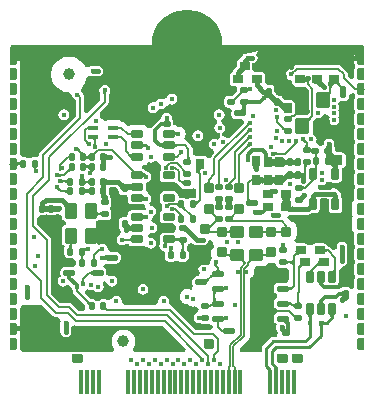
<source format=gbl>
G04*
G04 #@! TF.GenerationSoftware,Altium Limited,Altium Designer,24.9.1 (31)*
G04*
G04 Layer_Physical_Order=6*
G04 Layer_Color=13460847*
%FSLAX43Y43*%
%MOMM*%
G71*
G04*
G04 #@! TF.SameCoordinates,966C214A-C48B-4C11-AD4A-F44F92C35951*
G04*
G04*
G04 #@! TF.FilePolarity,Positive*
G04*
G01*
G75*
%ADD12C,0.250*%
%ADD13C,0.200*%
%ADD14C,0.150*%
G04:AMPARAMS|DCode=35|XSize=0.5mm|YSize=1mm|CornerRadius=0.125mm|HoleSize=0mm|Usage=FLASHONLY|Rotation=90.000|XOffset=0mm|YOffset=0mm|HoleType=Round|Shape=RoundedRectangle|*
%AMROUNDEDRECTD35*
21,1,0.500,0.750,0,0,90.0*
21,1,0.250,1.000,0,0,90.0*
1,1,0.250,0.375,0.125*
1,1,0.250,0.375,-0.125*
1,1,0.250,-0.375,-0.125*
1,1,0.250,-0.375,0.125*
%
%ADD35ROUNDEDRECTD35*%
G04:AMPARAMS|DCode=36|XSize=0.5mm|YSize=1mm|CornerRadius=0.125mm|HoleSize=0mm|Usage=FLASHONLY|Rotation=180.000|XOffset=0mm|YOffset=0mm|HoleType=Round|Shape=RoundedRectangle|*
%AMROUNDEDRECTD36*
21,1,0.500,0.750,0,0,180.0*
21,1,0.250,1.000,0,0,180.0*
1,1,0.250,-0.125,0.375*
1,1,0.250,0.125,0.375*
1,1,0.250,0.125,-0.375*
1,1,0.250,-0.125,-0.375*
%
%ADD36ROUNDEDRECTD36*%
%ADD59C,0.160*%
G04:AMPARAMS|DCode=60|XSize=0.5mm|YSize=0.6mm|CornerRadius=0.063mm|HoleSize=0mm|Usage=FLASHONLY|Rotation=270.000|XOffset=0mm|YOffset=0mm|HoleType=Round|Shape=RoundedRectangle|*
%AMROUNDEDRECTD60*
21,1,0.500,0.475,0,0,270.0*
21,1,0.375,0.600,0,0,270.0*
1,1,0.125,-0.238,-0.188*
1,1,0.125,-0.238,0.188*
1,1,0.125,0.238,0.188*
1,1,0.125,0.238,-0.188*
%
%ADD60ROUNDEDRECTD60*%
G04:AMPARAMS|DCode=61|XSize=0.5mm|YSize=0.6mm|CornerRadius=0.063mm|HoleSize=0mm|Usage=FLASHONLY|Rotation=0.000|XOffset=0mm|YOffset=0mm|HoleType=Round|Shape=RoundedRectangle|*
%AMROUNDEDRECTD61*
21,1,0.500,0.475,0,0,0.0*
21,1,0.375,0.600,0,0,0.0*
1,1,0.125,0.188,-0.238*
1,1,0.125,-0.188,-0.238*
1,1,0.125,-0.188,0.238*
1,1,0.125,0.188,0.238*
%
%ADD61ROUNDEDRECTD61*%
G04:AMPARAMS|DCode=62|XSize=0.8mm|YSize=0.75mm|CornerRadius=0.094mm|HoleSize=0mm|Usage=FLASHONLY|Rotation=0.000|XOffset=0mm|YOffset=0mm|HoleType=Round|Shape=RoundedRectangle|*
%AMROUNDEDRECTD62*
21,1,0.800,0.563,0,0,0.0*
21,1,0.613,0.750,0,0,0.0*
1,1,0.188,0.306,-0.281*
1,1,0.188,-0.306,-0.281*
1,1,0.188,-0.306,0.281*
1,1,0.188,0.306,0.281*
%
%ADD62ROUNDEDRECTD62*%
G04:AMPARAMS|DCode=63|XSize=0.9mm|YSize=0.7mm|CornerRadius=0.088mm|HoleSize=0mm|Usage=FLASHONLY|Rotation=0.000|XOffset=0mm|YOffset=0mm|HoleType=Round|Shape=RoundedRectangle|*
%AMROUNDEDRECTD63*
21,1,0.900,0.525,0,0,0.0*
21,1,0.725,0.700,0,0,0.0*
1,1,0.175,0.363,-0.263*
1,1,0.175,-0.363,-0.263*
1,1,0.175,-0.363,0.263*
1,1,0.175,0.363,0.263*
%
%ADD63ROUNDEDRECTD63*%
G04:AMPARAMS|DCode=68|XSize=0.6mm|YSize=0.5mm|CornerRadius=0.063mm|HoleSize=0mm|Usage=FLASHONLY|Rotation=90.000|XOffset=0mm|YOffset=0mm|HoleType=Round|Shape=RoundedRectangle|*
%AMROUNDEDRECTD68*
21,1,0.600,0.375,0,0,90.0*
21,1,0.475,0.500,0,0,90.0*
1,1,0.125,0.188,0.238*
1,1,0.125,0.188,-0.238*
1,1,0.125,-0.188,-0.238*
1,1,0.125,-0.188,0.238*
%
%ADD68ROUNDEDRECTD68*%
G04:AMPARAMS|DCode=69|XSize=0.6mm|YSize=0.5mm|CornerRadius=0.063mm|HoleSize=0mm|Usage=FLASHONLY|Rotation=0.000|XOffset=0mm|YOffset=0mm|HoleType=Round|Shape=RoundedRectangle|*
%AMROUNDEDRECTD69*
21,1,0.600,0.375,0,0,0.0*
21,1,0.475,0.500,0,0,0.0*
1,1,0.125,0.238,-0.188*
1,1,0.125,-0.238,-0.188*
1,1,0.125,-0.238,0.188*
1,1,0.125,0.238,0.188*
%
%ADD69ROUNDEDRECTD69*%
G04:AMPARAMS|DCode=70|XSize=0.8mm|YSize=0.75mm|CornerRadius=0.094mm|HoleSize=0mm|Usage=FLASHONLY|Rotation=90.000|XOffset=0mm|YOffset=0mm|HoleType=Round|Shape=RoundedRectangle|*
%AMROUNDEDRECTD70*
21,1,0.800,0.563,0,0,90.0*
21,1,0.613,0.750,0,0,90.0*
1,1,0.188,0.281,0.306*
1,1,0.188,0.281,-0.306*
1,1,0.188,-0.281,-0.306*
1,1,0.188,-0.281,0.306*
%
%ADD70ROUNDEDRECTD70*%
%ADD80C,0.400*%
%ADD81C,0.300*%
%ADD83C,0.130*%
%ADD85C,0.600*%
%ADD86C,0.700*%
%ADD87C,1.000*%
%AMCUSTOMSHAPE88*
4,1,6,0.000,0.500,0.000,-0.500,-0.500,-0.500,-0.600,-0.400,-0.600,0.400,-0.500,0.500,0.000,0.500,0.0*%
%ADD88CUSTOMSHAPE88*%

%AMCUSTOMSHAPE90*
4,1,6,0.000,-0.500,0.000,0.500,0.500,0.500,0.600,0.400,0.600,-0.400,0.500,-0.500,0.000,-0.500,0.0*%
%ADD90CUSTOMSHAPE90*%

%ADD91C,0.400*%
G04:AMPARAMS|DCode=93|XSize=0.6mm|YSize=1mm|CornerRadius=0.075mm|HoleSize=0mm|Usage=FLASHONLY|Rotation=0.000|XOffset=0mm|YOffset=0mm|HoleType=Round|Shape=RoundedRectangle|*
%AMROUNDEDRECTD93*
21,1,0.600,0.850,0,0,0.0*
21,1,0.450,1.000,0,0,0.0*
1,1,0.150,0.225,-0.425*
1,1,0.150,-0.225,-0.425*
1,1,0.150,-0.225,0.425*
1,1,0.150,0.225,0.425*
%
%ADD93ROUNDEDRECTD93*%
G04:AMPARAMS|DCode=94|XSize=0.9mm|YSize=0.7mm|CornerRadius=0.088mm|HoleSize=0mm|Usage=FLASHONLY|Rotation=90.000|XOffset=0mm|YOffset=0mm|HoleType=Round|Shape=RoundedRectangle|*
%AMROUNDEDRECTD94*
21,1,0.900,0.525,0,0,90.0*
21,1,0.725,0.700,0,0,90.0*
1,1,0.175,0.263,0.363*
1,1,0.175,0.263,-0.363*
1,1,0.175,-0.263,-0.363*
1,1,0.175,-0.263,0.363*
%
%ADD94ROUNDEDRECTD94*%
G04:AMPARAMS|DCode=95|XSize=1mm|YSize=1.25mm|CornerRadius=0.125mm|HoleSize=0mm|Usage=FLASHONLY|Rotation=270.000|XOffset=0mm|YOffset=0mm|HoleType=Round|Shape=RoundedRectangle|*
%AMROUNDEDRECTD95*
21,1,1.000,1.000,0,0,270.0*
21,1,0.750,1.250,0,0,270.0*
1,1,0.250,-0.500,-0.375*
1,1,0.250,-0.500,0.375*
1,1,0.250,0.500,0.375*
1,1,0.250,0.500,-0.375*
%
%ADD95ROUNDEDRECTD95*%
G04:AMPARAMS|DCode=96|XSize=0.8mm|YSize=0.8mm|CornerRadius=0.1mm|HoleSize=0mm|Usage=FLASHONLY|Rotation=0.000|XOffset=0mm|YOffset=0mm|HoleType=Round|Shape=RoundedRectangle|*
%AMROUNDEDRECTD96*
21,1,0.800,0.600,0,0,0.0*
21,1,0.600,0.800,0,0,0.0*
1,1,0.200,0.300,-0.300*
1,1,0.200,-0.300,-0.300*
1,1,0.200,-0.300,0.300*
1,1,0.200,0.300,0.300*
%
%ADD96ROUNDEDRECTD96*%
G04:AMPARAMS|DCode=97|XSize=0.8mm|YSize=0.8mm|CornerRadius=0.1mm|HoleSize=0mm|Usage=FLASHONLY|Rotation=90.000|XOffset=0mm|YOffset=0mm|HoleType=Round|Shape=RoundedRectangle|*
%AMROUNDEDRECTD97*
21,1,0.800,0.600,0,0,90.0*
21,1,0.600,0.800,0,0,90.0*
1,1,0.200,0.300,0.300*
1,1,0.200,0.300,-0.300*
1,1,0.200,-0.300,-0.300*
1,1,0.200,-0.300,0.300*
%
%ADD97ROUNDEDRECTD97*%
G04:AMPARAMS|DCode=98|XSize=0.6mm|YSize=1.05mm|CornerRadius=0.075mm|HoleSize=0mm|Usage=FLASHONLY|Rotation=270.000|XOffset=0mm|YOffset=0mm|HoleType=Round|Shape=RoundedRectangle|*
%AMROUNDEDRECTD98*
21,1,0.600,0.900,0,0,270.0*
21,1,0.450,1.050,0,0,270.0*
1,1,0.150,-0.450,-0.225*
1,1,0.150,-0.450,0.225*
1,1,0.150,0.450,0.225*
1,1,0.150,0.450,-0.225*
%
%ADD98ROUNDEDRECTD98*%
%ADD99R,0.350X2.000*%
G04:AMPARAMS|DCode=100|XSize=0.6mm|YSize=1.05mm|CornerRadius=0.075mm|HoleSize=0mm|Usage=FLASHONLY|Rotation=180.000|XOffset=0mm|YOffset=0mm|HoleType=Round|Shape=RoundedRectangle|*
%AMROUNDEDRECTD100*
21,1,0.600,0.900,0,0,180.0*
21,1,0.450,1.050,0,0,180.0*
1,1,0.150,-0.225,0.450*
1,1,0.150,0.225,0.450*
1,1,0.150,0.225,-0.450*
1,1,0.150,-0.225,-0.450*
%
%ADD100ROUNDEDRECTD100*%
G04:AMPARAMS|DCode=101|XSize=0.9mm|YSize=0.8mm|CornerRadius=0.1mm|HoleSize=0mm|Usage=FLASHONLY|Rotation=270.000|XOffset=0mm|YOffset=0mm|HoleType=Round|Shape=RoundedRectangle|*
%AMROUNDEDRECTD101*
21,1,0.900,0.600,0,0,270.0*
21,1,0.700,0.800,0,0,270.0*
1,1,0.200,-0.300,-0.350*
1,1,0.200,-0.300,0.350*
1,1,0.200,0.300,0.350*
1,1,0.200,0.300,-0.350*
%
%ADD101ROUNDEDRECTD101*%
G04:AMPARAMS|DCode=102|XSize=1.3mm|YSize=1.1mm|CornerRadius=0.138mm|HoleSize=0mm|Usage=FLASHONLY|Rotation=270.000|XOffset=0mm|YOffset=0mm|HoleType=Round|Shape=RoundedRectangle|*
%AMROUNDEDRECTD102*
21,1,1.300,0.825,0,0,270.0*
21,1,1.025,1.100,0,0,270.0*
1,1,0.275,-0.413,-0.513*
1,1,0.275,-0.413,0.513*
1,1,0.275,0.413,0.513*
1,1,0.275,0.413,-0.513*
%
%ADD102ROUNDEDRECTD102*%
G04:AMPARAMS|DCode=103|XSize=0.9mm|YSize=0.4mm|CornerRadius=0.1mm|HoleSize=0mm|Usage=FLASHONLY|Rotation=180.000|XOffset=0mm|YOffset=0mm|HoleType=Round|Shape=RoundedRectangle|*
%AMROUNDEDRECTD103*
21,1,0.900,0.200,0,0,180.0*
21,1,0.700,0.400,0,0,180.0*
1,1,0.200,-0.350,0.100*
1,1,0.200,0.350,0.100*
1,1,0.200,0.350,-0.100*
1,1,0.200,-0.350,-0.100*
%
%ADD103ROUNDEDRECTD103*%
G04:AMPARAMS|DCode=104|XSize=1.4mm|YSize=1.2mm|CornerRadius=0.15mm|HoleSize=0mm|Usage=FLASHONLY|Rotation=90.000|XOffset=0mm|YOffset=0mm|HoleType=Round|Shape=RoundedRectangle|*
%AMROUNDEDRECTD104*
21,1,1.400,0.900,0,0,90.0*
21,1,1.100,1.200,0,0,90.0*
1,1,0.300,0.450,0.550*
1,1,0.300,0.450,-0.550*
1,1,0.300,-0.450,-0.550*
1,1,0.300,-0.450,0.550*
%
%ADD104ROUNDEDRECTD104*%
G04:AMPARAMS|DCode=105|XSize=1.4mm|YSize=1.2mm|CornerRadius=0.3mm|HoleSize=0mm|Usage=FLASHONLY|Rotation=90.000|XOffset=0mm|YOffset=0mm|HoleType=Round|Shape=RoundedRectangle|*
%AMROUNDEDRECTD105*
21,1,1.400,0.600,0,0,90.0*
21,1,0.800,1.200,0,0,90.0*
1,1,0.600,0.300,0.400*
1,1,0.600,0.300,-0.400*
1,1,0.600,-0.300,-0.400*
1,1,0.600,-0.300,0.400*
%
%ADD105ROUNDEDRECTD105*%
%ADD106R,6.000X1.000*%
%ADD107C,6.000*%
G36*
X14913Y-30D02*
X14970Y-87D01*
X15000Y-160D01*
Y-200D01*
Y-1200D01*
X14500D01*
X14431Y-1131D01*
Y-1367D01*
X14145D01*
Y-1567D01*
X14165Y-1665D01*
X14204Y-1804D01*
X14165Y-1942D01*
X14145Y-2040D01*
Y-2752D01*
X13922Y-2874D01*
X13854Y-2885D01*
X13631Y-2663D01*
Y-2500D01*
X13606Y-2373D01*
X13534Y-2266D01*
X13034Y-1766D01*
X12927Y-1694D01*
X12800Y-1669D01*
X9300D01*
X9173Y-1694D01*
X9066Y-1766D01*
X8788Y-2044D01*
X8624Y-2076D01*
X8476Y-2176D01*
X8376Y-2324D01*
X8341Y-2500D01*
X8376Y-2676D01*
X8476Y-2824D01*
X8624Y-2924D01*
X8800Y-2959D01*
X8893Y-3035D01*
Y-3181D01*
X8920Y-3315D01*
X8996Y-3429D01*
X9110Y-3505D01*
X9244Y-3532D01*
X9856D01*
X9951Y-3513D01*
X9966Y-3534D01*
X10269Y-3837D01*
Y-5650D01*
X10200Y-5942D01*
X9357D01*
X9309Y-5913D01*
X9270Y-5872D01*
X9257Y-5885D01*
X9086Y-5773D01*
X9100Y-5757D01*
X9125Y-5728D01*
X9134Y-5713D01*
X9142Y-5700D01*
X9144Y-5695D01*
X9129Y-5670D01*
X9132Y-5656D01*
Y-5044D01*
X9105Y-4910D01*
X9029Y-4796D01*
X8915Y-4720D01*
X8781Y-4693D01*
X8255D01*
X8180Y-4629D01*
X8177Y-4626D01*
X8089Y-4529D01*
X8082Y-4491D01*
X8059Y-4456D01*
X8052Y-4436D01*
X8043Y-4426D01*
X8037Y-4415D01*
X8022Y-4401D01*
X8013Y-4387D01*
X7999Y-4378D01*
X7985Y-4362D01*
X7973Y-4357D01*
X7963Y-4348D01*
X7944Y-4341D01*
X7909Y-4318D01*
X7874Y-4311D01*
X7861Y-4304D01*
X7832Y-4301D01*
X7805Y-4294D01*
X7778Y-4292D01*
X7764Y-4289D01*
X7745Y-4283D01*
X7720Y-4272D01*
X7689Y-4256D01*
X7654Y-4235D01*
X7618Y-4208D01*
X7549Y-4150D01*
X7543Y-4144D01*
X7475Y-4072D01*
X7428Y-4013D01*
X7406Y-3982D01*
Y-3712D01*
X7382Y-3591D01*
X7313Y-3487D01*
X7209Y-3418D01*
X7087Y-3394D01*
X6847D01*
X6638Y-3192D01*
X6607Y-3109D01*
Y-2638D01*
X6580Y-2506D01*
X6506Y-2394D01*
X6394Y-2320D01*
X6262Y-2293D01*
X5761D01*
X5516Y-2089D01*
X5507Y-2005D01*
Y-1557D01*
X5676Y-1524D01*
X5824Y-1424D01*
X5924Y-1276D01*
X5959Y-1100D01*
X5924Y-924D01*
X5847Y-810D01*
X5886Y-660D01*
X5967Y-510D01*
X13685D01*
X13647Y-502D01*
X13600Y-500D01*
X6000D01*
Y-500D01*
X6000Y-500D01*
X5632Y-564D01*
X4906Y-746D01*
X4741Y-805D01*
X4741Y-810D01*
X4526Y-1026D01*
X4426Y-1174D01*
X4423Y-1192D01*
X4410Y-1195D01*
X4296Y-1271D01*
X4220Y-1385D01*
X4193Y-1519D01*
Y-1792D01*
X4080Y-1921D01*
X3976Y-2026D01*
X3876Y-2174D01*
X3849Y-2311D01*
X3806Y-2320D01*
X3694Y-2394D01*
X3620Y-2506D01*
X3593Y-2638D01*
Y-3162D01*
X3620Y-3294D01*
X3694Y-3406D01*
X3806Y-3480D01*
X3938Y-3507D01*
X4157D01*
X4244Y-3613D01*
Y-3879D01*
X4239Y-3885D01*
X3840Y-4284D01*
X3830Y-4294D01*
X3463D01*
X3341Y-4318D01*
X3237Y-4387D01*
X3168Y-4491D01*
X3144Y-4612D01*
Y-4987D01*
X3168Y-5109D01*
X3237Y-5213D01*
X3341Y-5282D01*
X3463Y-5306D01*
X3560D01*
X3627Y-5377D01*
X3756Y-5606D01*
X3743Y-5675D01*
Y-5925D01*
X3772Y-6071D01*
X3855Y-6195D01*
X3979Y-6278D01*
X4125Y-6307D01*
X4617D01*
X4623Y-6310D01*
X4807Y-6532D01*
X4817Y-6607D01*
X3529Y-7896D01*
X3324Y-7876D01*
X3176Y-7776D01*
X3000Y-7741D01*
X2980Y-7727D01*
X2951Y-7431D01*
X3060Y-7359D01*
X3159Y-7210D01*
X3194Y-7034D01*
X3159Y-6859D01*
X3060Y-6710D01*
X2925Y-6620D01*
X2896Y-6443D01*
X2906Y-6304D01*
X3024Y-6224D01*
X3124Y-6076D01*
X3159Y-5900D01*
X3124Y-5724D01*
X3024Y-5576D01*
X2876Y-5476D01*
X2700Y-5441D01*
X2524Y-5476D01*
X2376Y-5576D01*
X2276Y-5724D01*
X2241Y-5900D01*
X2276Y-6076D01*
X2376Y-6224D01*
X2510Y-6314D01*
X2540Y-6491D01*
X2529Y-6631D01*
X2411Y-6710D01*
X2311Y-6859D01*
X2276Y-7034D01*
X2311Y-7210D01*
X2411Y-7359D01*
X2560Y-7458D01*
X2735Y-7493D01*
X2755Y-7507D01*
X2784Y-7803D01*
X2676Y-7876D01*
X2576Y-8024D01*
X2559Y-8032D01*
X2476Y-7976D01*
X2300Y-7941D01*
X2124Y-7976D01*
X1976Y-8076D01*
X1876Y-8224D01*
X1841Y-8400D01*
X1876Y-8576D01*
X1976Y-8724D01*
X2124Y-8824D01*
X2167Y-8832D01*
X2278Y-9146D01*
X2062Y-9362D01*
X1989Y-9471D01*
X1979Y-9521D01*
X1892Y-9549D01*
X1673Y-9562D01*
X1629Y-9496D01*
X1515Y-9420D01*
X1381Y-9393D01*
X819D01*
X757Y-9406D01*
X533Y-9281D01*
X457Y-9211D01*
Y-8800D01*
X430Y-8663D01*
X352Y-8548D01*
X52Y-8248D01*
X-63Y-8170D01*
X-120Y-8159D01*
X-228Y-7950D01*
X-244Y-7843D01*
X-232Y-7828D01*
X-167Y-7670D01*
X-144Y-7500D01*
X-167Y-7330D01*
X-232Y-7172D01*
X-336Y-7036D01*
X-472Y-6932D01*
X-630Y-6867D01*
X-800Y-6844D01*
X-867Y-6853D01*
X-963Y-6814D01*
X-1100Y-6795D01*
X-1194D01*
Y-6512D01*
X-1218Y-6391D01*
X-1287Y-6287D01*
X-1306Y-6275D01*
X-1291Y-6200D01*
X-1326Y-6024D01*
X-1426Y-5876D01*
X-1574Y-5776D01*
X-1750Y-5741D01*
X-1926Y-5776D01*
X-2074Y-5876D01*
X-2174Y-6024D01*
X-2209Y-6200D01*
X-2356Y-6323D01*
X-2488Y-6412D01*
X-2488Y-6412D01*
X-2988Y-6912D01*
X-3044Y-6995D01*
X-3211Y-7031D01*
X-3357Y-7018D01*
X-3377Y-7014D01*
X-3426Y-6951D01*
X-3535Y-6866D01*
X-3663Y-6814D01*
X-3800Y-6795D01*
X-4700D01*
X-4837Y-6814D01*
X-4965Y-6866D01*
X-4984Y-6881D01*
X-5233Y-6633D01*
X-5340Y-6550D01*
X-5466Y-6498D01*
X-5531Y-6490D01*
X-5623Y-6420D01*
X-5756Y-6364D01*
X-5900Y-6345D01*
X-6600D01*
X-6744Y-6364D01*
X-6877Y-6420D01*
X-6890Y-6429D01*
X-6988Y-6454D01*
X-7261Y-6299D01*
X-7276Y-6224D01*
X-7376Y-6076D01*
X-7411Y-5716D01*
X-6748Y-5052D01*
X-6670Y-4937D01*
X-6643Y-4800D01*
Y-4126D01*
X-6576Y-4026D01*
X-6541Y-3850D01*
X-6576Y-3674D01*
X-6676Y-3526D01*
X-6824Y-3426D01*
X-7000Y-3391D01*
X-7176Y-3426D01*
X-7324Y-3526D01*
X-7424Y-3674D01*
X-7459Y-3850D01*
X-7424Y-4026D01*
X-7357Y-4126D01*
Y-4652D01*
X-8466Y-5761D01*
X-8743Y-5647D01*
Y-4400D01*
X-8770Y-4263D01*
X-8848Y-4148D01*
X-8853Y-4143D01*
X-8876Y-4024D01*
X-8976Y-3876D01*
X-8926Y-3548D01*
X-8835Y-3456D01*
X-8671Y-3210D01*
X-8558Y-2937D01*
X-8517Y-2735D01*
X-8292Y-2620D01*
X-8200Y-2608D01*
X-8176Y-2624D01*
X-8000Y-2659D01*
X-7600D01*
X-7424Y-2624D01*
X-7276Y-2524D01*
X-7176Y-2376D01*
X-7141Y-2200D01*
X-7176Y-2024D01*
X-7276Y-1876D01*
X-7424Y-1776D01*
X-7600Y-1741D01*
X-8000D01*
X-8176Y-1776D01*
X-8313Y-1868D01*
X-8327Y-1875D01*
X-8654Y-1829D01*
X-8671Y-1789D01*
X-8835Y-1544D01*
X-9044Y-1335D01*
X-9289Y-1171D01*
X-9562Y-1058D01*
X-9852Y-1000D01*
X-10148D01*
X-10438Y-1058D01*
X-10711Y-1171D01*
X-10956Y-1335D01*
X-11165Y-1544D01*
X-11329Y-1789D01*
X-11442Y-2062D01*
X-11500Y-2352D01*
Y-2648D01*
X-11442Y-2937D01*
X-11329Y-3210D01*
X-11165Y-3456D01*
X-10956Y-3665D01*
X-10711Y-3829D01*
X-10438Y-3942D01*
X-10148Y-4000D01*
X-10025D01*
X-9759Y-4200D01*
X-9724Y-4376D01*
X-9624Y-4524D01*
X-9476Y-4624D01*
X-9457Y-4628D01*
Y-6052D01*
X-12452Y-9048D01*
X-12530Y-9163D01*
X-12557Y-9300D01*
X-12713Y-9504D01*
X-13088D01*
X-13209Y-9528D01*
X-13313Y-9597D01*
X-13487D01*
X-13591Y-9528D01*
X-13712Y-9504D01*
X-13948D01*
X-13970Y-9488D01*
X-14018Y-9438D01*
X-14143Y-9247D01*
X-14150Y-9214D01*
X-14145Y-9190D01*
Y-8390D01*
X-14165Y-8292D01*
X-14204Y-8155D01*
X-14165Y-8018D01*
X-14145Y-7920D01*
Y-7120D01*
X-14165Y-7022D01*
X-14204Y-6885D01*
X-14165Y-6748D01*
X-14145Y-6650D01*
Y-5850D01*
X-14165Y-5752D01*
X-14204Y-5615D01*
X-14165Y-5478D01*
X-14145Y-5380D01*
Y-4580D01*
X-14165Y-4482D01*
X-14204Y-4345D01*
X-14165Y-4208D01*
X-14145Y-4110D01*
Y-3310D01*
X-14165Y-3212D01*
X-14204Y-3075D01*
X-14165Y-2938D01*
X-14145Y-2840D01*
Y-2040D01*
X-14165Y-1942D01*
X-14204Y-1805D01*
X-14165Y-1668D01*
X-14145Y-1570D01*
Y-1370D01*
X-14431D01*
Y-1131D01*
X-14500Y-1200D01*
X-15000D01*
Y-241D01*
Y-193D01*
X-14963Y-104D01*
X-14896Y-37D01*
X-14807Y0D01*
X14840D01*
X14913Y-30D01*
D02*
G37*
G36*
X4863Y-2171D02*
X4849Y-2165D01*
X4830Y-2167D01*
X4806Y-2177D01*
X4775Y-2194D01*
X4739Y-2219D01*
X4698Y-2251D01*
X4598Y-2339D01*
X4501Y-2433D01*
X4501Y-2554D01*
X4099D01*
X4099Y-2552D01*
X4099Y-2546D01*
X4100Y-2350D01*
X4349D01*
X4168Y-2199D01*
X4232Y-2134D01*
X4410Y-1932D01*
X4434Y-1897D01*
X4451Y-1867D01*
X4460Y-1843D01*
X4461Y-1824D01*
X4454Y-1812D01*
X4863Y-2171D01*
D02*
G37*
G36*
X9069Y-2337D02*
X9056Y-2351D01*
X9044Y-2366D01*
X9033Y-2381D01*
X9024Y-2396D01*
X9017Y-2412D01*
X9011Y-2429D01*
X9006Y-2445D01*
X9002Y-2462D01*
X9001Y-2480D01*
X9000Y-2498D01*
X8802Y-2300D01*
X8820Y-2299D01*
X8838Y-2298D01*
X8855Y-2294D01*
X8871Y-2289D01*
X8888Y-2283D01*
X8904Y-2276D01*
X8919Y-2267D01*
X8934Y-2256D01*
X8949Y-2244D01*
X8963Y-2231D01*
X9069Y-2337D01*
D02*
G37*
G36*
X10337Y-2950D02*
X10324Y-2974D01*
X10313Y-3001D01*
X10303Y-3032D01*
X10294Y-3068D01*
X10287Y-3106D01*
X10278Y-3196D01*
X10276Y-3246D01*
X10275Y-3300D01*
X10125D01*
X10124Y-3246D01*
X10113Y-3106D01*
X10106Y-3068D01*
X10097Y-3032D01*
X10087Y-3001D01*
X10076Y-2974D01*
X10063Y-2950D01*
X10048Y-2930D01*
X10352D01*
X10337Y-2950D01*
D02*
G37*
G36*
X12653Y-2964D02*
X12661Y-2982D01*
X12675Y-3005D01*
X12694Y-3032D01*
X12749Y-3099D01*
X12763Y-3113D01*
X12846Y-3066D01*
X12831Y-3078D01*
X12823Y-3093D01*
X12821Y-3112D01*
X12826Y-3135D01*
X12837Y-3161D01*
X12854Y-3190D01*
X12878Y-3224D01*
X12907Y-3260D01*
X12986Y-3344D01*
X12806Y-3404D01*
X12785Y-3426D01*
X12769Y-3411D01*
X12736Y-3379D01*
X12666Y-3320D01*
X12635Y-3298D01*
X12605Y-3281D01*
X12578Y-3269D01*
X12553Y-3262D01*
X12530Y-3260D01*
X12510Y-3263D01*
X12491Y-3271D01*
X12565Y-3228D01*
X12505Y-3175D01*
X12482Y-3161D01*
X12464Y-3153D01*
X12450Y-3150D01*
X12650Y-2950D01*
X12653Y-2964D01*
D02*
G37*
G36*
X11320Y-2811D02*
X11306Y-2844D01*
X11305Y-2885D01*
X11315Y-2932D01*
X11338Y-2985D01*
X11373Y-3045D01*
X11419Y-3111D01*
X11478Y-3184D01*
X11632Y-3349D01*
X11274Y-3557D01*
X11195Y-3480D01*
X11052Y-3360D01*
X10988Y-3315D01*
X10929Y-3282D01*
X10875Y-3258D01*
X10826Y-3245D01*
X10781Y-3243D01*
X10742Y-3252D01*
X10708Y-3271D01*
X11346Y-2783D01*
X11320Y-2811D01*
D02*
G37*
G36*
X13040Y-3397D02*
X13111Y-3457D01*
X13143Y-3479D01*
X13172Y-3496D01*
X13199Y-3508D01*
X13224Y-3515D01*
X13246Y-3516D01*
X13266Y-3512D01*
X13283Y-3504D01*
X12954Y-3734D01*
X12967Y-3720D01*
X12974Y-3704D01*
X12975Y-3685D01*
X12971Y-3662D01*
X12960Y-3636D01*
X12943Y-3606D01*
X12920Y-3574D01*
X12891Y-3538D01*
X12815Y-3456D01*
X13001Y-3359D01*
X13040Y-3397D01*
D02*
G37*
G36*
X14406Y-3850D02*
X14405Y-3836D01*
X14400Y-3823D01*
X14393Y-3812D01*
X14382Y-3802D01*
X14368Y-3794D01*
X14351Y-3787D01*
X14331Y-3782D01*
X14308Y-3778D01*
X14282Y-3776D01*
X14253Y-3775D01*
Y-3625D01*
X14282Y-3624D01*
X14308Y-3622D01*
X14331Y-3618D01*
X14351Y-3613D01*
X14368Y-3606D01*
X14382Y-3598D01*
X14393Y-3588D01*
X14400Y-3577D01*
X14405Y-3564D01*
X14406Y-3550D01*
Y-3850D01*
D02*
G37*
G36*
X12234Y-3453D02*
X12227Y-3472D01*
X12220Y-3498D01*
X12215Y-3530D01*
X12207Y-3617D01*
X12200Y-3799D01*
X12200Y-3873D01*
X12000D01*
X12000Y-3799D01*
X11980Y-3498D01*
X11973Y-3472D01*
X11966Y-3453D01*
X11958Y-3441D01*
X12242D01*
X12234Y-3453D01*
D02*
G37*
G36*
X5143Y-3718D02*
X5164Y-3719D01*
X5200Y-3720D01*
Y-3821D01*
X5238Y-3890D01*
X5230Y-3888D01*
X5219Y-3886D01*
X5186Y-3884D01*
X5150Y-3883D01*
X5124Y-3885D01*
X5115Y-3887D01*
X5108Y-3889D01*
X5103Y-3892D01*
X5100Y-3895D01*
X5099Y-3898D01*
Y-3881D01*
X5080Y-3880D01*
X5007Y-3880D01*
X4981Y-3720D01*
X5002Y-3719D01*
X5020Y-3717D01*
X5037Y-3714D01*
X5053Y-3709D01*
X5066Y-3703D01*
X5078Y-3695D01*
X5087Y-3686D01*
X5096Y-3675D01*
X5102Y-3663D01*
X5106Y-3650D01*
X5143Y-3718D01*
D02*
G37*
G36*
X4774Y-4049D02*
X4760Y-4042D01*
X4744Y-4040D01*
X4726Y-4041D01*
X4706Y-4047D01*
X4684Y-4056D01*
X4661Y-4070D01*
X4635Y-4088D01*
X4608Y-4109D01*
X4548Y-4165D01*
X4385Y-4102D01*
X4419Y-4066D01*
X4473Y-4004D01*
X4492Y-3977D01*
X4506Y-3953D01*
X4515Y-3932D01*
X4519Y-3914D01*
X4518Y-3898D01*
X4512Y-3886D01*
X4501Y-3876D01*
X4774Y-4049D01*
D02*
G37*
G36*
X7124Y-3865D02*
X7111Y-3899D01*
X7110Y-3940D01*
X7121Y-3987D01*
X7144Y-4041D01*
X7178Y-4100D01*
X7224Y-4166D01*
X7283Y-4239D01*
X7371Y-4333D01*
X7461Y-4410D01*
X7512Y-4446D01*
X7562Y-4477D01*
X7610Y-4503D01*
X7657Y-4523D01*
X7702Y-4537D01*
X7745Y-4545D01*
X7787Y-4548D01*
X7348Y-5087D01*
X7345Y-5045D01*
X7337Y-5002D01*
X7323Y-4957D01*
X7303Y-4910D01*
X7277Y-4862D01*
X7246Y-4812D01*
X7210Y-4761D01*
X7167Y-4708D01*
X7101Y-4637D01*
X6810Y-4366D01*
X6782Y-4388D01*
X6740Y-4424D01*
X6698Y-4464D01*
X6436Y-4302D01*
X6496Y-4240D01*
X6590Y-4131D01*
X6624Y-4084D01*
X6650Y-4041D01*
X6667Y-4003D01*
X6676Y-3969D01*
X6676Y-3941D01*
X6668Y-3917D01*
X6651Y-3897D01*
X6864Y-4070D01*
X7149Y-3836D01*
X7124Y-3865D01*
D02*
G37*
G36*
X-6868Y-4001D02*
X-6874Y-4011D01*
X-6880Y-4023D01*
X-6886Y-4036D01*
X-6890Y-4050D01*
X-6894Y-4066D01*
X-6896Y-4083D01*
X-6898Y-4102D01*
X-6900Y-4143D01*
X-7100D01*
X-7100Y-4122D01*
X-7104Y-4083D01*
X-7106Y-4066D01*
X-7110Y-4050D01*
X-7114Y-4036D01*
X-7120Y-4023D01*
X-7126Y-4011D01*
X-7132Y-4001D01*
X-7140Y-3993D01*
X-6860D01*
X-6868Y-4001D01*
D02*
G37*
G36*
X4115Y-4598D02*
X4085Y-4629D01*
X4038Y-4685D01*
X4020Y-4711D01*
X4006Y-4734D01*
X3997Y-4756D01*
X3991Y-4776D01*
X3990Y-4794D01*
X3992Y-4810D01*
X3999Y-4824D01*
X3826Y-4551D01*
X3836Y-4562D01*
X3848Y-4568D01*
X3864Y-4569D01*
X3882Y-4565D01*
X3903Y-4556D01*
X3927Y-4542D01*
X3954Y-4523D01*
X3984Y-4499D01*
X4052Y-4435D01*
X4115Y-4598D01*
D02*
G37*
G36*
X14162Y-4193D02*
X14165Y-4208D01*
X14204Y-4345D01*
X14165Y-4482D01*
X14145Y-4580D01*
Y-5380D01*
X14165Y-5478D01*
X14204Y-5615D01*
X14165Y-5752D01*
X14145Y-5850D01*
Y-6650D01*
X14165Y-6748D01*
X14204Y-6885D01*
X14165Y-7022D01*
X14145Y-7120D01*
Y-7920D01*
X14165Y-8018D01*
X14204Y-8155D01*
X14165Y-8292D01*
X14145Y-8390D01*
Y-9190D01*
X14165Y-9288D01*
X14204Y-9425D01*
X14165Y-9562D01*
X14145Y-9660D01*
Y-10460D01*
X14165Y-10558D01*
X14204Y-10695D01*
X14165Y-10832D01*
X14145Y-10930D01*
Y-11730D01*
X14165Y-11828D01*
X14204Y-11965D01*
X14165Y-12102D01*
X14145Y-12200D01*
Y-13000D01*
X14158Y-13063D01*
X14076Y-13146D01*
X13976Y-13294D01*
X13941Y-13470D01*
Y-14270D01*
X13976Y-14446D01*
X14016Y-14505D01*
X13976Y-14564D01*
X13941Y-14740D01*
Y-15540D01*
X13976Y-15716D01*
X14076Y-15864D01*
X14158Y-15947D01*
X14145Y-16010D01*
Y-16810D01*
X14165Y-16908D01*
X14204Y-17045D01*
X14165Y-17182D01*
X14145Y-17280D01*
Y-18080D01*
X14165Y-18178D01*
X14204Y-18315D01*
X14165Y-18452D01*
X14145Y-18550D01*
Y-19350D01*
X14165Y-19448D01*
X14204Y-19585D01*
X14165Y-19722D01*
X14145Y-19820D01*
Y-20586D01*
X14096Y-20605D01*
X13938Y-20643D01*
X13856Y-20652D01*
X13813Y-20587D01*
X13709Y-20518D01*
X13587Y-20494D01*
X13212D01*
X13091Y-20518D01*
X13071Y-20531D01*
X13069Y-20531D01*
X13037Y-20553D01*
X13003Y-20572D01*
X12996Y-20581D01*
X12987Y-20587D01*
X12983Y-20592D01*
X12847Y-20603D01*
X12783Y-20528D01*
X12732Y-20300D01*
X12781Y-20227D01*
X12806Y-20100D01*
Y-19571D01*
X12830Y-19537D01*
X12857Y-19400D01*
Y-19012D01*
X13100Y-18759D01*
X13276Y-18724D01*
X13424Y-18624D01*
X13524Y-18476D01*
X13559Y-18300D01*
Y-17100D01*
X13524Y-16924D01*
X13424Y-16776D01*
X13276Y-16676D01*
X13100Y-16641D01*
X12924Y-16676D01*
X12776Y-16776D01*
X12676Y-16924D01*
X12641Y-17100D01*
Y-17245D01*
X12364Y-17359D01*
X12152Y-17148D01*
X12037Y-17070D01*
X11900Y-17043D01*
X11888D01*
X11880Y-17006D01*
X11806Y-16894D01*
X11694Y-16820D01*
X11562Y-16793D01*
X10837D01*
X10706Y-16820D01*
X10594Y-16894D01*
X10567Y-16935D01*
X10484Y-16956D01*
X10316D01*
X10233Y-16935D01*
X10206Y-16894D01*
X10094Y-16820D01*
X9962Y-16793D01*
X9238D01*
X9177Y-16805D01*
X9050Y-16525D01*
X9092Y-16492D01*
X9180Y-16377D01*
X9236Y-16244D01*
X9255Y-16100D01*
Y-15500D01*
X9236Y-15356D01*
X9180Y-15223D01*
X9092Y-15108D01*
X8977Y-15020D01*
X8844Y-14964D01*
X8786Y-14957D01*
X8767Y-14933D01*
X8474Y-14640D01*
X8582Y-14399D01*
X8618Y-14359D01*
X10250D01*
X10426Y-14324D01*
X10527Y-14256D01*
X10875D01*
X11002Y-14231D01*
X11109Y-14159D01*
X11181Y-14052D01*
X11206Y-13925D01*
Y-13075D01*
X11220Y-13059D01*
X11980D01*
X11994Y-13075D01*
Y-13925D01*
X12019Y-14052D01*
X12091Y-14159D01*
X12198Y-14231D01*
X12325Y-14256D01*
X12775D01*
X12902Y-14231D01*
X13009Y-14159D01*
X13081Y-14052D01*
X13106Y-13925D01*
Y-13075D01*
X13081Y-12948D01*
X13009Y-12841D01*
X13009Y-12840D01*
Y-12750D01*
X12974Y-12574D01*
X12874Y-12426D01*
X12724Y-12276D01*
X12576Y-12176D01*
X12400Y-12141D01*
X11518D01*
X11489Y-11841D01*
X11576Y-11824D01*
X11724Y-11724D01*
X11782Y-11638D01*
X11964Y-11592D01*
X12033Y-11582D01*
X12128Y-11584D01*
X12198Y-11631D01*
X12325Y-11656D01*
X12775D01*
X12902Y-11631D01*
X13009Y-11559D01*
X13081Y-11452D01*
X13106Y-11325D01*
Y-10475D01*
X13092Y-10405D01*
X13215Y-10380D01*
X13329Y-10304D01*
X13405Y-10190D01*
X13432Y-10056D01*
Y-9444D01*
X13405Y-9310D01*
X13329Y-9196D01*
X13215Y-9120D01*
X13081Y-9093D01*
X12654D01*
X12506Y-8946D01*
Y-8813D01*
X12482Y-8691D01*
X12469Y-8671D01*
X12468Y-8670D01*
X12468Y-8669D01*
X12459Y-8519D01*
Y-8400D01*
X12424Y-8224D01*
X12324Y-8076D01*
X12176Y-7976D01*
X12000Y-7941D01*
X11824Y-7976D01*
X11676Y-8076D01*
X11576Y-8224D01*
X11541Y-8400D01*
Y-8406D01*
X11465Y-8467D01*
X11319Y-8537D01*
X11303Y-8540D01*
X11281Y-8542D01*
X11209Y-8518D01*
X11209Y-8518D01*
X11201Y-8516D01*
X11088Y-8494D01*
X11070D01*
X10912Y-8194D01*
X10924Y-8176D01*
X10959Y-8000D01*
X10924Y-7824D01*
X10908Y-7800D01*
X10900D01*
X10900Y-7788D01*
X10824Y-7676D01*
X10676Y-7576D01*
X10586Y-7558D01*
X10608Y-7450D01*
Y-6512D01*
X10613Y-6506D01*
X10834Y-6284D01*
X10894Y-6195D01*
X10910Y-6206D01*
X11085Y-6241D01*
X11261Y-6206D01*
X11410Y-6106D01*
X11509Y-5958D01*
X11518Y-5914D01*
X11652Y-5835D01*
X11976Y-5976D01*
X12043Y-6075D01*
X11976Y-6174D01*
X11941Y-6350D01*
X11976Y-6526D01*
X12076Y-6674D01*
X12224Y-6774D01*
X12400Y-6809D01*
X12576Y-6774D01*
X12724Y-6674D01*
X12824Y-6526D01*
X12859Y-6350D01*
X12824Y-6174D01*
X12757Y-6075D01*
X12824Y-5976D01*
X12859Y-5800D01*
X12824Y-5624D01*
X12757Y-5525D01*
X12824Y-5426D01*
X12859Y-5250D01*
X12824Y-5074D01*
X12757Y-4975D01*
X12758Y-4975D01*
X12929Y-4728D01*
X13075Y-4757D01*
X13325D01*
X13471Y-4728D01*
X13595Y-4645D01*
X13678Y-4521D01*
X13707Y-4375D01*
Y-4250D01*
X13830Y-4142D01*
X14007Y-4084D01*
X14162Y-4193D01*
D02*
G37*
G36*
X5092Y-4583D02*
X5107Y-4597D01*
X5126Y-4609D01*
X5151Y-4620D01*
X5180Y-4629D01*
X5214Y-4637D01*
X5254Y-4643D01*
X5298Y-4647D01*
X5402Y-4650D01*
Y-4950D01*
X5347Y-4951D01*
X5254Y-4957D01*
X5214Y-4963D01*
X5180Y-4971D01*
X5151Y-4980D01*
X5126Y-4991D01*
X5107Y-5003D01*
X5092Y-5017D01*
X5083Y-5033D01*
X5058Y-5046D01*
X5035Y-5063D01*
X5015Y-5085D01*
X4998Y-5110D01*
X4983Y-5140D01*
X4971Y-5174D01*
X4962Y-5212D01*
X4955Y-5255D01*
X4951Y-5301D01*
X4950Y-5352D01*
X4650D01*
X4649Y-5301D01*
X4645Y-5255D01*
X4638Y-5212D01*
X4629Y-5174D01*
X4617Y-5140D01*
X4602Y-5110D01*
X4585Y-5085D01*
X4565Y-5063D01*
X4542Y-5046D01*
X4517Y-5033D01*
X5083D01*
Y-4567D01*
X5092Y-4583D01*
D02*
G37*
G36*
X7833Y-4567D02*
X7817Y-4595D01*
X7836Y-4623D01*
X7873Y-4669D01*
X7990Y-4800D01*
X8006Y-4816D01*
X8127Y-4919D01*
X8190Y-4963D01*
X8247Y-4994D01*
X8296Y-5012D01*
X8337Y-5017D01*
X8371Y-5009D01*
X8398Y-4988D01*
X8417Y-4954D01*
X8133Y-5692D01*
X8121Y-5646D01*
X8102Y-5597D01*
X8076Y-5545D01*
X8043Y-5489D01*
X8004Y-5430D01*
X7904Y-5302D01*
X7888Y-5285D01*
X7807Y-5215D01*
X7740Y-5168D01*
X7680Y-5133D01*
X7627Y-5110D01*
X7581Y-5101D01*
X7542Y-5104D01*
X7511Y-5120D01*
X7486Y-5149D01*
X7817Y-4595D01*
X7813Y-4590D01*
X7805Y-4569D01*
X7812Y-4562D01*
X7833Y-4567D01*
D02*
G37*
G36*
X10456Y-6300D02*
X10430Y-6327D01*
X10388Y-6377D01*
X10372Y-6400D01*
X10360Y-6422D01*
X10351Y-6443D01*
X10345Y-6462D01*
X10342Y-6480D01*
X10343Y-6497D01*
X10347Y-6512D01*
X10231Y-6209D01*
X10238Y-6222D01*
X10247Y-6230D01*
X10259Y-6234D01*
X10273Y-6234D01*
X10290Y-6228D01*
X10309Y-6219D01*
X10330Y-6205D01*
X10354Y-6186D01*
X10380Y-6163D01*
X10408Y-6136D01*
X10456Y-6300D01*
D02*
G37*
G36*
X7732Y-6251D02*
X7726Y-6261D01*
X7720Y-6273D01*
X7714Y-6286D01*
X7710Y-6300D01*
X7706Y-6316D01*
X7704Y-6333D01*
X7702Y-6352D01*
X7700Y-6393D01*
X7500D01*
X7500Y-6372D01*
X7496Y-6333D01*
X7494Y-6316D01*
X7490Y-6300D01*
X7486Y-6286D01*
X7480Y-6273D01*
X7474Y-6261D01*
X7468Y-6251D01*
X7460Y-6243D01*
X7740D01*
X7732Y-6251D01*
D02*
G37*
G36*
X-1599Y-6249D02*
X-1591Y-6330D01*
X-1584Y-6363D01*
X-1576Y-6391D01*
X-1565Y-6414D01*
X-1552Y-6432D01*
X-1538Y-6445D01*
X-1521Y-6453D01*
X-1503Y-6455D01*
X-1997D01*
X-1978Y-6453D01*
X-1962Y-6445D01*
X-1947Y-6432D01*
X-1935Y-6414D01*
X-1924Y-6391D01*
X-1915Y-6363D01*
X-1909Y-6330D01*
X-1904Y-6292D01*
X-1901Y-6249D01*
X-1900Y-6200D01*
X-1600D01*
X-1599Y-6249D01*
D02*
G37*
G36*
X5298Y-6800D02*
X5281Y-6801D01*
X5265Y-6803D01*
X5249Y-6806D01*
X5233Y-6811D01*
X5217Y-6817D01*
X5202Y-6825D01*
X5186Y-6834D01*
X5171Y-6845D01*
X5157Y-6857D01*
X5142Y-6871D01*
X5029Y-6758D01*
X5043Y-6743D01*
X5055Y-6729D01*
X5066Y-6714D01*
X5075Y-6698D01*
X5083Y-6683D01*
X5089Y-6667D01*
X5094Y-6651D01*
X5097Y-6635D01*
X5099Y-6619D01*
X5100Y-6602D01*
X5298Y-6800D01*
D02*
G37*
G36*
X-8396Y-7101D02*
X-8397Y-7094D01*
X-8400Y-7088D01*
X-8405Y-7082D01*
X-8412Y-7078D01*
X-8422Y-7074D01*
X-8433Y-7071D01*
X-8447Y-7068D01*
X-8462Y-7066D01*
X-8480Y-7065D01*
X-8500Y-7065D01*
Y-6935D01*
X-8480Y-6935D01*
X-8447Y-6932D01*
X-8433Y-6929D01*
X-8422Y-6926D01*
X-8412Y-6922D01*
X-8405Y-6918D01*
X-8400Y-6912D01*
X-8397Y-6906D01*
X-8396Y-6899D01*
Y-7101D01*
D02*
G37*
G36*
X-5809Y-6883D02*
X-5805Y-6894D01*
X-5798Y-6903D01*
X-5788Y-6912D01*
X-5775Y-6919D01*
X-5760Y-6925D01*
X-5742Y-6929D01*
X-5721Y-6932D01*
X-5698Y-6934D01*
X-5671Y-6935D01*
Y-7065D01*
X-5698Y-7066D01*
X-5721Y-7068D01*
X-5742Y-7071D01*
X-5760Y-7075D01*
X-5775Y-7081D01*
X-5788Y-7088D01*
X-5798Y-7097D01*
X-5805Y-7106D01*
X-5809Y-7117D01*
X-5810Y-7129D01*
Y-6871D01*
X-5809Y-6883D01*
D02*
G37*
G36*
X8192Y-6949D02*
X8269Y-7015D01*
X8302Y-7038D01*
X8332Y-7056D01*
X8358Y-7067D01*
X8382Y-7072D01*
X8401Y-7071D01*
X8418Y-7064D01*
X8431Y-7051D01*
X8201Y-7381D01*
X8210Y-7363D01*
X8214Y-7344D01*
X8212Y-7321D01*
X8205Y-7297D01*
X8193Y-7269D01*
X8176Y-7240D01*
X8154Y-7208D01*
X8127Y-7174D01*
X8057Y-7098D01*
X8148Y-6907D01*
X8192Y-6949D01*
D02*
G37*
G36*
X-943Y-7433D02*
X-922Y-7434D01*
X-897Y-7435D01*
Y-7565D01*
X-922Y-7566D01*
X-943Y-7567D01*
X-943Y-7640D01*
X-958Y-7626D01*
X-973Y-7613D01*
X-989Y-7602D01*
X-1005Y-7592D01*
X-1010Y-7590D01*
X-1018Y-7597D01*
X-1024Y-7607D01*
X-1028Y-7618D01*
X-1030Y-7630D01*
Y-7580D01*
X-1038Y-7577D01*
X-1055Y-7572D01*
X-1073Y-7568D01*
X-1091Y-7566D01*
X-1109Y-7565D01*
X-1109Y-7435D01*
X-1091Y-7434D01*
X-1073Y-7432D01*
X-1055Y-7428D01*
X-1038Y-7423D01*
X-1030Y-7420D01*
Y-7370D01*
X-1028Y-7382D01*
X-1024Y-7393D01*
X-1018Y-7403D01*
X-1010Y-7410D01*
X-1005Y-7408D01*
X-989Y-7398D01*
X-973Y-7387D01*
X-958Y-7374D01*
X-943Y-7360D01*
X-943Y-7433D01*
D02*
G37*
G36*
X5298Y-7400D02*
X5281Y-7401D01*
X5265Y-7403D01*
X5249Y-7406D01*
X5233Y-7411D01*
X5217Y-7417D01*
X5202Y-7425D01*
X5186Y-7434D01*
X5171Y-7445D01*
X5157Y-7457D01*
X5142Y-7471D01*
X5029Y-7358D01*
X5043Y-7343D01*
X5055Y-7329D01*
X5066Y-7314D01*
X5075Y-7298D01*
X5083Y-7283D01*
X5089Y-7267D01*
X5094Y-7251D01*
X5097Y-7235D01*
X5099Y-7219D01*
X5100Y-7202D01*
X5298Y-7400D01*
D02*
G37*
G36*
X-4770Y-7680D02*
X-4772Y-7668D01*
X-4776Y-7657D01*
X-4782Y-7647D01*
X-4792Y-7638D01*
X-4804Y-7631D01*
X-4818Y-7625D01*
X-4836Y-7621D01*
X-4855Y-7618D01*
X-4878Y-7616D01*
X-4903Y-7615D01*
Y-7485D01*
X-4878Y-7484D01*
X-4855Y-7482D01*
X-4836Y-7479D01*
X-4818Y-7475D01*
X-4804Y-7469D01*
X-4792Y-7462D01*
X-4782Y-7453D01*
X-4776Y-7443D01*
X-4772Y-7432D01*
X-4770Y-7420D01*
Y-7680D01*
D02*
G37*
G36*
X-5809Y-7683D02*
X-5805Y-7694D01*
X-5798Y-7703D01*
X-5788Y-7712D01*
X-5775Y-7719D01*
X-5760Y-7725D01*
X-5742Y-7729D01*
X-5721Y-7732D01*
X-5698Y-7734D01*
X-5671Y-7735D01*
Y-7865D01*
X-5698Y-7866D01*
X-5721Y-7868D01*
X-5742Y-7871D01*
X-5760Y-7875D01*
X-5775Y-7881D01*
X-5788Y-7888D01*
X-5798Y-7897D01*
X-5805Y-7906D01*
X-5809Y-7917D01*
X-5810Y-7929D01*
Y-7671D01*
X-5809Y-7683D01*
D02*
G37*
G36*
X5298Y-8000D02*
X5281Y-8001D01*
X5265Y-8003D01*
X5249Y-8006D01*
X5233Y-8011D01*
X5217Y-8017D01*
X5202Y-8025D01*
X5186Y-8034D01*
X5171Y-8045D01*
X5157Y-8057D01*
X5142Y-8071D01*
X5029Y-7958D01*
X5043Y-7943D01*
X5055Y-7929D01*
X5066Y-7914D01*
X5075Y-7898D01*
X5083Y-7883D01*
X5089Y-7867D01*
X5094Y-7851D01*
X5097Y-7835D01*
X5099Y-7819D01*
X5100Y-7802D01*
X5298Y-8000D01*
D02*
G37*
G36*
X-7732Y-7997D02*
X-7743Y-8001D01*
X-7753Y-8008D01*
X-7762Y-8017D01*
X-7769Y-8029D01*
X-7775Y-8044D01*
X-7779Y-8061D01*
X-7782Y-8081D01*
X-7784Y-8104D01*
X-7785Y-8129D01*
X-7915D01*
X-7916Y-8104D01*
X-7918Y-8081D01*
X-7921Y-8061D01*
X-7925Y-8044D01*
X-7931Y-8029D01*
X-7938Y-8017D01*
X-7947Y-8008D01*
X-7957Y-8001D01*
X-7968Y-7997D01*
X-7980Y-7996D01*
X-7720D01*
X-7732Y-7997D01*
D02*
G37*
G36*
X10001Y-8013D02*
X10003Y-8025D01*
X10007Y-8038D01*
X10012Y-8050D01*
X10019Y-8064D01*
X10028Y-8077D01*
X10038Y-8091D01*
X10050Y-8106D01*
X10078Y-8137D01*
X9937Y-8278D01*
X9921Y-8263D01*
X9891Y-8238D01*
X9877Y-8228D01*
X9864Y-8219D01*
X9850Y-8212D01*
X9838Y-8207D01*
X9825Y-8203D01*
X9813Y-8201D01*
X9802Y-8200D01*
X10000Y-8002D01*
X10001Y-8013D01*
D02*
G37*
G36*
X-8509Y-8148D02*
X-8495Y-8159D01*
X-8480Y-8169D01*
X-8464Y-8177D01*
X-8447Y-8184D01*
X-8430Y-8190D01*
X-8411Y-8195D01*
X-8392Y-8198D01*
X-8373Y-8200D01*
X-8352Y-8200D01*
X-8550Y-8398D01*
X-8550Y-8377D01*
X-8552Y-8358D01*
X-8555Y-8339D01*
X-8560Y-8320D01*
X-8566Y-8303D01*
X-8573Y-8286D01*
X-8581Y-8270D01*
X-8591Y-8255D01*
X-8602Y-8241D01*
X-8615Y-8227D01*
X-8523Y-8135D01*
X-8509Y-8148D01*
D02*
G37*
G36*
X9318Y-8261D02*
X9186Y-8456D01*
X9006Y-8352D01*
X9021Y-8337D01*
X9045Y-8308D01*
X9054Y-8296D01*
X9061Y-8284D01*
X9065Y-8274D01*
X9067Y-8264D01*
X9067Y-8256D01*
X9065Y-8249D01*
X9060Y-8243D01*
X9318Y-8261D01*
D02*
G37*
G36*
X-7784Y-8309D02*
X-7782Y-8327D01*
X-7778Y-8345D01*
X-7773Y-8362D01*
X-7766Y-8379D01*
X-7758Y-8395D01*
X-7748Y-8411D01*
X-7737Y-8427D01*
X-7724Y-8442D01*
X-7710Y-8457D01*
X-7990D01*
X-7976Y-8442D01*
X-7963Y-8427D01*
X-7952Y-8411D01*
X-7942Y-8395D01*
X-7934Y-8379D01*
X-7927Y-8362D01*
X-7922Y-8345D01*
X-7918Y-8327D01*
X-7916Y-8309D01*
X-7915Y-8291D01*
X-7785D01*
X-7784Y-8309D01*
D02*
G37*
G36*
X-1440Y-8395D02*
X-1430Y-8396D01*
X-1392Y-8398D01*
X-1138Y-8400D01*
Y-8600D01*
X-1444Y-8606D01*
Y-8394D01*
X-1440Y-8395D01*
D02*
G37*
G36*
X10201Y-8487D02*
X10204Y-8521D01*
X10209Y-8552D01*
X10216Y-8578D01*
X10225Y-8600D01*
X10236Y-8619D01*
X10249Y-8633D01*
X10264Y-8643D01*
X10281Y-8649D01*
X10300Y-8651D01*
X9900D01*
X9919Y-8649D01*
X9936Y-8643D01*
X9951Y-8633D01*
X9964Y-8619D01*
X9975Y-8600D01*
X9984Y-8578D01*
X9991Y-8552D01*
X9996Y-8521D01*
X9999Y-8487D01*
X10000Y-8448D01*
X10200D01*
X10201Y-8487D01*
D02*
G37*
G36*
X5298Y-8600D02*
X5281Y-8601D01*
X5265Y-8603D01*
X5249Y-8606D01*
X5233Y-8611D01*
X5217Y-8617D01*
X5202Y-8625D01*
X5186Y-8634D01*
X5171Y-8645D01*
X5157Y-8657D01*
X5142Y-8671D01*
X5029Y-8558D01*
X5043Y-8543D01*
X5055Y-8529D01*
X5066Y-8514D01*
X5075Y-8498D01*
X5083Y-8483D01*
X5089Y-8467D01*
X5094Y-8451D01*
X5097Y-8435D01*
X5099Y-8419D01*
X5100Y-8402D01*
X5298Y-8600D01*
D02*
G37*
G36*
X-1028Y-8319D02*
X-1022Y-8336D01*
X-1011Y-8351D01*
X-997Y-8364D01*
X-979Y-8375D01*
X-957Y-8384D01*
X-930Y-8391D01*
X-900Y-8396D01*
X-865Y-8399D01*
X-827Y-8400D01*
Y-8600D01*
X-865Y-8601D01*
X-900Y-8604D01*
X-930Y-8609D01*
X-957Y-8616D01*
X-979Y-8625D01*
X-997Y-8636D01*
X-1011Y-8649D01*
X-1022Y-8664D01*
X-1028Y-8681D01*
X-1030Y-8700D01*
Y-8300D01*
X-1028Y-8319D01*
D02*
G37*
G36*
X-3728D02*
X-3722Y-8336D01*
X-3711Y-8351D01*
X-3697Y-8364D01*
X-3679Y-8375D01*
X-3657Y-8384D01*
X-3630Y-8391D01*
X-3600Y-8396D01*
X-3565Y-8399D01*
X-3527Y-8400D01*
Y-8600D01*
X-3565Y-8601D01*
X-3600Y-8604D01*
X-3630Y-8609D01*
X-3657Y-8616D01*
X-3679Y-8625D01*
X-3697Y-8636D01*
X-3711Y-8649D01*
X-3722Y-8664D01*
X-3728Y-8681D01*
X-3730Y-8700D01*
Y-8300D01*
X-3728Y-8319D01*
D02*
G37*
G36*
X-2070Y-8726D02*
X-2072Y-8712D01*
X-2079Y-8699D01*
X-2091Y-8687D01*
X-2107Y-8677D01*
X-2128Y-8669D01*
X-2153Y-8662D01*
X-2183Y-8657D01*
X-2217Y-8653D01*
X-2300Y-8650D01*
Y-8350D01*
X-2256Y-8349D01*
X-2183Y-8343D01*
X-2153Y-8338D01*
X-2128Y-8331D01*
X-2107Y-8323D01*
X-2091Y-8313D01*
X-2079Y-8301D01*
X-2072Y-8288D01*
X-2070Y-8274D01*
Y-8726D01*
D02*
G37*
G36*
X12200Y-8467D02*
X12216Y-8728D01*
X12221Y-8748D01*
X12227Y-8761D01*
X12233Y-8767D01*
X11667D01*
X11692Y-8753D01*
X11715Y-8735D01*
X11735Y-8711D01*
X11752Y-8682D01*
X11767Y-8648D01*
X11779Y-8608D01*
X11788Y-8564D01*
X11795Y-8514D01*
X11799Y-8460D01*
X11800Y-8400D01*
X12200D01*
X12200Y-8467D01*
D02*
G37*
G36*
X-9210Y-8737D02*
X-9206Y-8743D01*
X-9200Y-8751D01*
X-9185Y-8770D01*
X-9151Y-8807D01*
X-9121Y-8838D01*
X-9196Y-9045D01*
X-9212Y-9031D01*
X-9227Y-9018D01*
X-9241Y-9007D01*
X-9255Y-8998D01*
X-9269Y-8991D01*
X-9281Y-8986D01*
X-9294Y-8983D01*
X-9305Y-8982D01*
X-9317Y-8983D01*
X-9327Y-8986D01*
X-9212Y-8731D01*
X-9210Y-8737D01*
D02*
G37*
G36*
X-7745Y-9151D02*
X-7776Y-9183D01*
X-7826Y-9241D01*
X-7843Y-9266D01*
X-7856Y-9288D01*
X-7865Y-9308D01*
X-7868Y-9325D01*
X-7867Y-9339D01*
X-7862Y-9351D01*
X-7851Y-9360D01*
X-8110Y-9201D01*
X-8097Y-9207D01*
X-8081Y-9209D01*
X-8064Y-9208D01*
X-8046Y-9203D01*
X-8025Y-9194D01*
X-8003Y-9181D01*
X-7980Y-9164D01*
X-7954Y-9144D01*
X-7898Y-9092D01*
X-7745Y-9151D01*
D02*
G37*
G36*
X-8870Y-9087D02*
X-8808Y-9138D01*
X-8779Y-9157D01*
X-8750Y-9174D01*
X-8722Y-9186D01*
X-8695Y-9195D01*
X-8669Y-9201D01*
X-8644Y-9203D01*
X-8619Y-9201D01*
X-9052Y-9263D01*
X-9049Y-9251D01*
X-9050Y-9238D01*
X-9053Y-9224D01*
X-9060Y-9207D01*
X-9070Y-9189D01*
X-9084Y-9170D01*
X-9100Y-9148D01*
X-9142Y-9100D01*
X-9168Y-9073D01*
X-8902Y-9057D01*
X-8870Y-9087D01*
D02*
G37*
G36*
X-4770Y-9610D02*
X-4772Y-9592D01*
X-4776Y-9573D01*
X-4783Y-9552D01*
X-4793Y-9531D01*
X-4806Y-9509D01*
X-4821Y-9485D01*
X-4839Y-9461D01*
X-4884Y-9408D01*
X-4911Y-9381D01*
X-4865Y-9243D01*
X-4847Y-9260D01*
X-4831Y-9273D01*
X-4817Y-9283D01*
X-4805Y-9288D01*
X-4794Y-9290D01*
X-4786Y-9288D01*
X-4779Y-9283D01*
X-4774Y-9273D01*
X-4771Y-9260D01*
X-4770Y-9243D01*
Y-9610D01*
D02*
G37*
G36*
X7451Y-9068D02*
X7461Y-9074D01*
X7473Y-9080D01*
X7486Y-9086D01*
X7500Y-9090D01*
X7516Y-9094D01*
X7533Y-9096D01*
X7552Y-9098D01*
X7593Y-9100D01*
Y-9300D01*
X7572Y-9300D01*
X7533Y-9304D01*
X7516Y-9306D01*
X7500Y-9310D01*
X7486Y-9314D01*
X7473Y-9320D01*
X7461Y-9326D01*
X7451Y-9332D01*
X7443Y-9340D01*
Y-9060D01*
X7451Y-9068D01*
D02*
G37*
G36*
X-502Y-9300D02*
X-523Y-9300D01*
X-542Y-9302D01*
X-561Y-9305D01*
X-580Y-9310D01*
X-597Y-9316D01*
X-614Y-9323D01*
X-630Y-9331D01*
X-645Y-9341D01*
X-659Y-9352D01*
X-673Y-9365D01*
X-765Y-9273D01*
X-752Y-9259D01*
X-741Y-9245D01*
X-731Y-9230D01*
X-723Y-9214D01*
X-716Y-9197D01*
X-710Y-9180D01*
X-705Y-9161D01*
X-702Y-9142D01*
X-700Y-9123D01*
X-700Y-9102D01*
X-502Y-9300D01*
D02*
G37*
G36*
X-8349Y-9400D02*
X-8348Y-9400D01*
Y-9600D01*
X-8349Y-9600D01*
Y-9700D01*
X-8351Y-9681D01*
X-8357Y-9664D01*
X-8367Y-9649D01*
X-8381Y-9636D01*
X-8400Y-9625D01*
X-8422Y-9616D01*
X-8448Y-9609D01*
X-8450Y-9609D01*
X-8452Y-9609D01*
X-8478Y-9616D01*
X-8500Y-9625D01*
X-8519Y-9636D01*
X-8533Y-9649D01*
X-8543Y-9664D01*
X-8549Y-9681D01*
X-8551Y-9700D01*
Y-9600D01*
X-8552Y-9600D01*
Y-9400D01*
X-8551Y-9400D01*
Y-9300D01*
X-8549Y-9319D01*
X-8543Y-9336D01*
X-8533Y-9351D01*
X-8519Y-9364D01*
X-8500Y-9375D01*
X-8478Y-9384D01*
X-8452Y-9391D01*
X-8450Y-9391D01*
X-8448Y-9391D01*
X-8422Y-9384D01*
X-8400Y-9375D01*
X-8381Y-9364D01*
X-8367Y-9351D01*
X-8357Y-9336D01*
X-8351Y-9319D01*
X-8349Y-9300D01*
Y-9400D01*
D02*
G37*
G36*
X11039Y-9250D02*
X11031Y-9255D01*
X11024Y-9262D01*
X11017Y-9273D01*
X11012Y-9287D01*
X11008Y-9303D01*
X11004Y-9323D01*
X11002Y-9346D01*
X11000Y-9400D01*
X10800D01*
X10800Y-9371D01*
X10796Y-9323D01*
X10792Y-9303D01*
X10788Y-9287D01*
X10783Y-9273D01*
X10776Y-9262D01*
X10769Y-9255D01*
X10761Y-9250D01*
X10752Y-9249D01*
X11048D01*
X11039Y-9250D01*
D02*
G37*
G36*
X-1028Y-9332D02*
X-1024Y-9343D01*
X-1018Y-9353D01*
X-1008Y-9362D01*
X-996Y-9369D01*
X-982Y-9375D01*
X-964Y-9379D01*
X-945Y-9382D01*
X-922Y-9384D01*
X-897Y-9385D01*
Y-9515D01*
X-922Y-9516D01*
X-945Y-9518D01*
X-964Y-9521D01*
X-982Y-9525D01*
X-996Y-9531D01*
X-1008Y-9538D01*
X-1018Y-9547D01*
X-1024Y-9557D01*
X-1028Y-9568D01*
X-1030Y-9580D01*
Y-9320D01*
X-1028Y-9332D01*
D02*
G37*
G36*
X201Y-9484D02*
X203Y-9516D01*
X207Y-9545D01*
X213Y-9572D01*
X221Y-9595D01*
X230Y-9616D01*
X241Y-9633D01*
X253Y-9647D01*
X267Y-9659D01*
X283Y-9667D01*
X-100Y-9651D01*
X-81Y-9650D01*
X-64Y-9644D01*
X-49Y-9635D01*
X-36Y-9621D01*
X-25Y-9603D01*
X-16Y-9580D01*
X-9Y-9553D01*
X-4Y-9523D01*
X-1Y-9487D01*
X0Y-9448D01*
X200D01*
X201Y-9484D01*
D02*
G37*
G36*
X7453Y-9743D02*
X7457Y-9743D01*
X7513Y-9748D01*
X7574Y-9750D01*
Y-10150D01*
X7513Y-10152D01*
X7457Y-10157D01*
X7453Y-10157D01*
Y-10322D01*
X7428Y-10289D01*
X7400Y-10260D01*
X7367Y-10234D01*
X7330Y-10212D01*
X7300Y-10198D01*
X7270Y-10212D01*
X7233Y-10234D01*
X7200Y-10260D01*
X7172Y-10289D01*
X7147Y-10322D01*
Y-10157D01*
X7143Y-10157D01*
X7087Y-10152D01*
X7026Y-10150D01*
Y-9750D01*
X7087Y-9748D01*
X7143Y-9743D01*
X7147Y-9743D01*
Y-9578D01*
X7172Y-9611D01*
X7200Y-9640D01*
X7233Y-9666D01*
X7270Y-9688D01*
X7300Y-9702D01*
X7330Y-9688D01*
X7367Y-9666D01*
X7400Y-9640D01*
X7428Y-9611D01*
X7453Y-9578D01*
Y-9743D01*
D02*
G37*
G36*
X9167Y-9743D02*
X9279Y-9749D01*
X9352Y-9750D01*
Y-10150D01*
X9279Y-10151D01*
X9167Y-10159D01*
Y-10233D01*
X9157Y-10217D01*
X9139Y-10203D01*
X9115Y-10191D01*
X9084Y-10180D01*
X9050Y-10172D01*
X9017Y-10180D01*
X8985Y-10191D01*
X8961Y-10203D01*
X8943Y-10217D01*
X8933Y-10233D01*
Y-10157D01*
X8822Y-10151D01*
X8748Y-10150D01*
Y-9750D01*
X8822Y-9749D01*
X8933Y-9741D01*
Y-9667D01*
X8943Y-9683D01*
X8961Y-9697D01*
X8985Y-9709D01*
X9017Y-9720D01*
X9050Y-9728D01*
X9084Y-9720D01*
X9115Y-9709D01*
X9139Y-9697D01*
X9157Y-9683D01*
X9167Y-9667D01*
Y-9743D01*
D02*
G37*
G36*
X-6857Y-9233D02*
X-6841Y-9247D01*
X-6820Y-9259D01*
X-6792Y-9270D01*
X-6758Y-9279D01*
X-6718Y-9287D01*
X-6673Y-9293D01*
X-6564Y-9299D01*
X-6500Y-9300D01*
Y-9700D01*
X-6564Y-9701D01*
X-6718Y-9713D01*
X-6758Y-9721D01*
X-6792Y-9730D01*
X-6820Y-9741D01*
X-6841Y-9753D01*
X-6857Y-9767D01*
X-6867Y-9783D01*
X-6873Y-9790D01*
X-6879Y-9804D01*
X-6884Y-9826D01*
X-6888Y-9856D01*
X-6879Y-9996D01*
X-6873Y-10010D01*
X-6867Y-10017D01*
X-6897D01*
X-6900Y-10121D01*
X-6900Y-10197D01*
X-7300D01*
X-7300Y-10121D01*
X-7307Y-10017D01*
X-7333D01*
X-7327Y-10010D01*
X-7321Y-9996D01*
X-7316Y-9974D01*
X-7312Y-9944D01*
X-7321Y-9804D01*
X-7327Y-9790D01*
X-7333Y-9783D01*
X-7303D01*
X-7300Y-9679D01*
X-7300Y-9603D01*
X-6900D01*
X-6900Y-9679D01*
X-6893Y-9783D01*
X-6867D01*
Y-9217D01*
X-6857Y-9233D01*
D02*
G37*
G36*
X-14149Y-10260D02*
X-14151Y-10241D01*
X-14157Y-10224D01*
X-14167Y-10209D01*
X-14181Y-10196D01*
X-14200Y-10185D01*
X-14222Y-10176D01*
X-14248Y-10169D01*
X-14277Y-10164D01*
X-14305Y-10169D01*
X-14331Y-10176D01*
X-14353Y-10185D01*
X-14371Y-10196D01*
X-14385Y-10209D01*
X-14395Y-10224D01*
X-14401Y-10241D01*
X-14403Y-10260D01*
Y-9860D01*
X-14401Y-9879D01*
X-14395Y-9896D01*
X-14385Y-9911D01*
X-14371Y-9924D01*
X-14353Y-9935D01*
X-14331Y-9944D01*
X-14305Y-9951D01*
X-14277Y-9956D01*
X-14248Y-9951D01*
X-14222Y-9944D01*
X-14200Y-9935D01*
X-14181Y-9924D01*
X-14167Y-9911D01*
X-14157Y-9896D01*
X-14151Y-9879D01*
X-14149Y-9860D01*
Y-10260D01*
D02*
G37*
G36*
X-2680Y-9851D02*
X-2471Y-9909D01*
X-2459Y-9940D01*
X-2374Y-10049D01*
X-2265Y-10134D01*
X-2250Y-10140D01*
X-2224Y-10224D01*
X-2259Y-10400D01*
X-2224Y-10576D01*
X-2220Y-10581D01*
X-2234Y-10591D01*
X-2306Y-10698D01*
X-2331Y-10825D01*
Y-11275D01*
X-2306Y-11402D01*
X-2234Y-11509D01*
X-2127Y-11581D01*
X-2000Y-11606D01*
X-1100D01*
X-997Y-11586D01*
X-952Y-11652D01*
X-652Y-11952D01*
X-537Y-12030D01*
X-516Y-12034D01*
X-463Y-12113D01*
X-359Y-12182D01*
X-237Y-12206D01*
X237D01*
X359Y-12182D01*
X463Y-12113D01*
X464Y-12112D01*
X764Y-12203D01*
Y-12881D01*
X687Y-12944D01*
X312D01*
X191Y-12968D01*
X87Y-13037D01*
X-87D01*
X-191Y-12968D01*
X-312Y-12944D01*
X-687D01*
X-782Y-12657D01*
X-794Y-12598D01*
X-866Y-12491D01*
X-973Y-12419D01*
X-1100Y-12394D01*
X-2000D01*
X-2127Y-12419D01*
X-2234Y-12491D01*
X-2306Y-12598D01*
X-2331Y-12725D01*
Y-13175D01*
X-2306Y-13302D01*
X-2234Y-13409D01*
X-2134Y-13476D01*
X-2159Y-13600D01*
X-2124Y-13776D01*
X-2127Y-14005D01*
X-2234Y-14091D01*
X-2306Y-14198D01*
X-2331Y-14325D01*
Y-14775D01*
X-2306Y-14902D01*
X-2234Y-15009D01*
X-2127Y-15081D01*
X-2000Y-15106D01*
X-1209D01*
X-1020Y-15260D01*
X-956Y-15384D01*
Y-15616D01*
X-1020Y-15740D01*
X-1209Y-15894D01*
X-2000D01*
X-2127Y-15919D01*
X-2234Y-15991D01*
X-2306Y-16098D01*
X-2331Y-16225D01*
Y-16675D01*
X-2307Y-16799D01*
X-2324Y-16824D01*
X-2359Y-17000D01*
X-2324Y-17176D01*
X-2224Y-17324D01*
X-2076Y-17424D01*
X-1906Y-17562D01*
Y-18038D01*
X-1882Y-18159D01*
X-1813Y-18263D01*
X-1709Y-18332D01*
X-1587Y-18356D01*
X-1212D01*
X-1091Y-18332D01*
X-987Y-18263D01*
X-813D01*
X-709Y-18332D01*
X-588Y-18356D01*
X-213D01*
X-91Y-18332D01*
X13Y-18263D01*
X82Y-18159D01*
X106Y-18038D01*
Y-17562D01*
X82Y-17441D01*
X13Y-17337D01*
X-43Y-17300D01*
Y-16982D01*
X-41Y-16982D01*
X63Y-16913D01*
X94Y-16867D01*
X332Y-16797D01*
X442Y-16790D01*
X476Y-16824D01*
X624Y-16924D01*
X800Y-16959D01*
X1300D01*
X1476Y-16924D01*
X1624Y-16824D01*
X1724Y-16676D01*
X1734Y-16626D01*
X1926Y-16505D01*
X2037Y-16478D01*
X2208Y-16642D01*
X2208Y-16808D01*
X2120Y-16923D01*
X2064Y-17056D01*
X2045Y-17200D01*
Y-17900D01*
X2064Y-18044D01*
X2077Y-18075D01*
X2076Y-18076D01*
X1976Y-18224D01*
X1941Y-18400D01*
X1961Y-18500D01*
X1815Y-18609D01*
X1698Y-18658D01*
X1576Y-18576D01*
X1400Y-18541D01*
X1224Y-18576D01*
X1076Y-18676D01*
X976Y-18824D01*
X941Y-19000D01*
X976Y-19176D01*
X1054Y-19293D01*
X1018Y-19436D01*
X937Y-19593D01*
X825D01*
X679Y-19622D01*
X555Y-19705D01*
X472Y-19829D01*
X443Y-19975D01*
Y-20225D01*
X472Y-20371D01*
X473Y-20374D01*
X389Y-20697D01*
X371Y-20719D01*
X328Y-20732D01*
X322Y-20730D01*
X170Y-20667D01*
X0Y-20644D01*
X-170Y-20667D01*
X-328Y-20732D01*
X-464Y-20836D01*
X-568Y-20972D01*
X-633Y-21130D01*
X-656Y-21300D01*
X-633Y-21470D01*
X-568Y-21628D01*
X-464Y-21764D01*
X-328Y-21868D01*
X-170Y-21933D01*
X0Y-21956D01*
X28Y-21952D01*
X36Y-21964D01*
X172Y-22068D01*
X330Y-22133D01*
X500Y-22156D01*
X644Y-22137D01*
X687Y-22143D01*
X788Y-22200D01*
X953Y-22334D01*
X956Y-22350D01*
X896Y-22544D01*
X825Y-22675D01*
X817Y-22681D01*
X676Y-22776D01*
X576Y-22924D01*
X541Y-23100D01*
X576Y-23276D01*
X676Y-23424D01*
X824Y-23524D01*
X1000Y-23559D01*
X1082Y-23543D01*
X1141Y-23582D01*
X1263Y-23606D01*
X1737D01*
X1852Y-23583D01*
X1879Y-23592D01*
X2133Y-23732D01*
X2165Y-23908D01*
X1958Y-24143D01*
X748D01*
X-1248Y-22148D01*
X-1351Y-22079D01*
X-1404Y-22033D01*
X-1519Y-21928D01*
X-1550Y-21743D01*
X-1541Y-21700D01*
X-1576Y-21524D01*
X-1676Y-21376D01*
X-1824Y-21276D01*
X-2000Y-21241D01*
X-2176Y-21276D01*
X-2324Y-21376D01*
X-2424Y-21524D01*
X-2459Y-21700D01*
X-2450Y-21743D01*
X-2624Y-22010D01*
X-2673Y-22043D01*
X-5327D01*
X-5376Y-22010D01*
X-5550Y-21743D01*
X-5541Y-21700D01*
X-5576Y-21524D01*
X-5676Y-21376D01*
X-5824Y-21276D01*
X-6000Y-21241D01*
X-6176Y-21276D01*
X-6324Y-21376D01*
X-6424Y-21524D01*
X-6451Y-21536D01*
X-6745Y-21599D01*
X-6791Y-21568D01*
X-6913Y-21544D01*
X-7288D01*
X-7409Y-21568D01*
X-7513Y-21637D01*
X-7687D01*
X-7791Y-21568D01*
X-7912Y-21544D01*
X-8147D01*
X-8175Y-21520D01*
X-8633Y-21062D01*
X-8640Y-20989D01*
X-8550Y-20728D01*
X-8387Y-20683D01*
X-8326Y-20724D01*
X-8150Y-20759D01*
X-7974Y-20724D01*
X-7929Y-20693D01*
X-7874Y-20774D01*
X-7726Y-20874D01*
X-7550Y-20909D01*
X-7374Y-20874D01*
X-7226Y-20774D01*
X-7126Y-20626D01*
X-7091Y-20450D01*
X-7126Y-20274D01*
X-7067Y-20024D01*
X-6836Y-20117D01*
X-6824Y-20176D01*
X-6724Y-20324D01*
X-6576Y-20424D01*
X-6400Y-20459D01*
X-6224Y-20424D01*
X-6076Y-20324D01*
X-5976Y-20176D01*
X-5941Y-20000D01*
X-5976Y-19824D01*
X-6076Y-19676D01*
X-6224Y-19576D01*
X-6400Y-19541D01*
X-6576Y-19576D01*
X-6756Y-19474D01*
X-6843Y-19394D01*
Y-19175D01*
X-6872Y-19029D01*
X-6955Y-18905D01*
X-7079Y-18822D01*
X-7104Y-18817D01*
X-7125Y-18750D01*
X-7082Y-18607D01*
X-6895Y-18483D01*
X-6872Y-18488D01*
X-6862Y-18492D01*
X-6855Y-18491D01*
X-6775Y-18507D01*
X-6025D01*
X-5879Y-18478D01*
X-5755Y-18395D01*
X-5672Y-18271D01*
X-5643Y-18125D01*
Y-17875D01*
X-5672Y-17729D01*
X-5755Y-17605D01*
X-5879Y-17522D01*
X-6025Y-17493D01*
X-6474D01*
X-6741Y-17300D01*
X-6776Y-17124D01*
X-6876Y-16976D01*
X-7024Y-16876D01*
X-7200Y-16841D01*
X-7376Y-16876D01*
X-7453Y-16928D01*
X-7700Y-16739D01*
Y-14945D01*
X-7611Y-14928D01*
X-7483Y-14842D01*
X-7417Y-14743D01*
X-7359Y-14782D01*
X-7238Y-14806D01*
X-6762D01*
X-6641Y-14782D01*
X-6537Y-14713D01*
X-6468Y-14609D01*
X-6444Y-14488D01*
Y-14113D01*
X-6468Y-13991D01*
X-6537Y-13887D01*
Y-13713D01*
X-6468Y-13609D01*
X-6444Y-13488D01*
Y-13113D01*
X-6468Y-12991D01*
X-6537Y-12887D01*
X-6545Y-12882D01*
X-6576Y-12724D01*
X-6603Y-12684D01*
X-6594Y-12638D01*
Y-12163D01*
X-6509Y-12059D01*
X-6040D01*
X-5950Y-12149D01*
X-5926Y-12175D01*
X-5893Y-12215D01*
X-5865Y-12254D01*
X-5844Y-12289D01*
X-5827Y-12320D01*
X-5817Y-12345D01*
X-5811Y-12365D01*
X-5808Y-12378D01*
X-5806Y-12405D01*
X-5805Y-12409D01*
X-5805Y-12413D01*
X-5793Y-12455D01*
X-5782Y-12509D01*
X-5713Y-12613D01*
X-5609Y-12682D01*
X-5487Y-12706D01*
X-5318D01*
X-5109Y-12720D01*
X-5031Y-12996D01*
Y-13175D01*
X-5006Y-13302D01*
X-4934Y-13409D01*
X-4827Y-13481D01*
X-4700Y-13506D01*
X-3800D01*
X-3673Y-13481D01*
X-3592Y-13528D01*
X-3547Y-13594D01*
X-3528Y-13870D01*
X-3536Y-13891D01*
X-3589Y-13941D01*
X-3800Y-13994D01*
X-3820Y-13994D01*
X-4700D01*
X-4827Y-14019D01*
X-4934Y-14091D01*
X-5006Y-14198D01*
X-5027Y-14305D01*
X-5113Y-14594D01*
X-5488D01*
X-5609Y-14618D01*
X-5713Y-14687D01*
X-5782Y-14791D01*
X-5806Y-14912D01*
Y-15387D01*
X-5782Y-15509D01*
X-5713Y-15613D01*
X-5659Y-15649D01*
Y-15700D01*
X-5624Y-15876D01*
X-5676Y-16076D01*
X-5824Y-16176D01*
X-5924Y-16324D01*
X-5959Y-16500D01*
X-5924Y-16676D01*
X-5824Y-16824D01*
X-5676Y-16924D01*
X-5500Y-16959D01*
X-5324Y-16924D01*
X-5224Y-16857D01*
X-4969D01*
X-4934Y-16909D01*
X-4827Y-16981D01*
X-4700Y-17006D01*
X-3800D01*
X-3657Y-16990D01*
X-3424Y-17124D01*
X-3276Y-17224D01*
X-3100Y-17259D01*
X-2924Y-17224D01*
X-2776Y-17124D01*
X-2676Y-16976D01*
X-2641Y-16800D01*
X-2676Y-16624D01*
X-2776Y-16476D01*
X-2924Y-16376D01*
X-3100Y-16341D01*
X-3140Y-16349D01*
X-3327Y-16223D01*
X-3357Y-16092D01*
X-3329Y-16059D01*
X-3140Y-15931D01*
X-3000Y-15959D01*
X-2824Y-15924D01*
X-2676Y-15824D01*
X-2576Y-15676D01*
X-2541Y-15500D01*
X-2576Y-15324D01*
X-2676Y-15176D01*
X-2824Y-15076D01*
X-2870Y-15067D01*
X-3033Y-14803D01*
X-3008Y-14703D01*
X-2924Y-14524D01*
X-2776Y-14424D01*
X-2676Y-14276D01*
X-2641Y-14100D01*
X-2676Y-13924D01*
X-2776Y-13776D01*
X-2924Y-13676D01*
X-3100Y-13641D01*
X-3114Y-13644D01*
X-3192Y-13455D01*
Y-13455D01*
X-3231Y-13361D01*
X-3207Y-13346D01*
X-3176Y-13324D01*
X-3076Y-13176D01*
X-3041Y-13000D01*
X-3076Y-12824D01*
X-3176Y-12676D01*
X-3296Y-12595D01*
X-3339Y-12545D01*
X-3474Y-12253D01*
X-3469Y-12225D01*
Y-11775D01*
X-3374Y-11634D01*
X-3324Y-11624D01*
X-3176Y-11524D01*
X-3076Y-11376D01*
X-3041Y-11200D01*
X-3076Y-11024D01*
X-3176Y-10876D01*
X-3324Y-10776D01*
X-3353Y-10770D01*
X-3362Y-10762D01*
X-3494Y-10673D01*
X-3513Y-10669D01*
X-3566Y-10591D01*
X-3673Y-10519D01*
X-3800Y-10494D01*
X-3800Y-10205D01*
X-3663Y-10186D01*
X-3535Y-10134D01*
X-3426Y-10049D01*
X-3341Y-9940D01*
X-3280Y-9921D01*
X-3276Y-9924D01*
X-3100Y-9959D01*
X-2924Y-9924D01*
X-2809Y-9847D01*
X-2748Y-9840D01*
X-2680Y-9851D01*
D02*
G37*
G36*
X6852Y-9310D02*
X6856Y-9362D01*
X6864Y-9409D01*
X6874Y-9448D01*
X6887Y-9482D01*
X6904Y-9509D01*
X6924Y-9530D01*
X6946Y-9544D01*
X6971Y-9552D01*
X7000Y-9554D01*
X6825Y-9562D01*
X7024Y-9751D01*
X6801Y-9974D01*
X6799Y-9970D01*
X6793Y-9961D01*
X6768Y-9933D01*
X6594Y-9756D01*
X6786Y-9564D01*
X6453Y-9578D01*
X6472Y-9563D01*
X6488Y-9545D01*
X6503Y-9522D01*
X6515Y-9495D01*
X6526Y-9464D01*
X6535Y-9430D01*
X6541Y-9391D01*
X6546Y-9348D01*
X6550Y-9251D01*
X6850D01*
X6852Y-9310D01*
D02*
G37*
G36*
X-8349Y-10200D02*
X-8348Y-10200D01*
Y-10400D01*
X-8349Y-10400D01*
Y-10500D01*
X-8351Y-10481D01*
X-8357Y-10464D01*
X-8367Y-10449D01*
X-8381Y-10436D01*
X-8400Y-10425D01*
X-8422Y-10416D01*
X-8448Y-10409D01*
X-8450Y-10409D01*
X-8452Y-10409D01*
X-8478Y-10416D01*
X-8500Y-10425D01*
X-8519Y-10436D01*
X-8533Y-10449D01*
X-8543Y-10464D01*
X-8549Y-10481D01*
X-8551Y-10500D01*
Y-10400D01*
X-8552Y-10400D01*
Y-10200D01*
X-8551Y-10200D01*
Y-10100D01*
X-8549Y-10119D01*
X-8543Y-10136D01*
X-8533Y-10151D01*
X-8519Y-10164D01*
X-8500Y-10175D01*
X-8478Y-10184D01*
X-8452Y-10191D01*
X-8450Y-10191D01*
X-8448Y-10191D01*
X-8422Y-10184D01*
X-8400Y-10175D01*
X-8381Y-10164D01*
X-8367Y-10151D01*
X-8357Y-10136D01*
X-8351Y-10119D01*
X-8349Y-10100D01*
Y-10200D01*
D02*
G37*
G36*
X8172Y-9611D02*
X8200Y-9640D01*
X8233Y-9666D01*
X8270Y-9688D01*
X8311Y-9707D01*
X8355Y-9723D01*
X8364Y-9725D01*
X8384Y-9720D01*
X8415Y-9709D01*
X8439Y-9697D01*
X8457Y-9683D01*
X8467Y-9667D01*
Y-9744D01*
X8513Y-9748D01*
X8574Y-9750D01*
Y-10150D01*
X8513Y-10152D01*
X8467Y-10156D01*
Y-10233D01*
X8457Y-10217D01*
X8439Y-10203D01*
X8415Y-10191D01*
X8384Y-10180D01*
X8364Y-10175D01*
X8355Y-10177D01*
X8311Y-10193D01*
X8270Y-10212D01*
X8233Y-10234D01*
X8200Y-10260D01*
X8172Y-10289D01*
X8147Y-10322D01*
Y-10152D01*
X8122Y-10151D01*
X8048Y-10150D01*
Y-9750D01*
X8122Y-9749D01*
X8147Y-9747D01*
Y-9578D01*
X8172Y-9611D01*
D02*
G37*
G36*
X11080Y-10096D02*
X11063Y-10102D01*
X11048Y-10113D01*
X11036Y-10127D01*
X11025Y-10146D01*
X11016Y-10169D01*
X11009Y-10196D01*
X11004Y-10227D01*
X11001Y-10262D01*
X11000Y-10302D01*
X10800D01*
X10799Y-10262D01*
X10796Y-10227D01*
X10791Y-10196D01*
X10784Y-10169D01*
X10775Y-10146D01*
X10764Y-10127D01*
X10752Y-10113D01*
X10737Y-10102D01*
X10720Y-10096D01*
X10701Y-10094D01*
X11099D01*
X11080Y-10096D01*
D02*
G37*
G36*
X-1555Y-10195D02*
X-1568Y-10210D01*
X-1580Y-10225D01*
X-1590Y-10240D01*
X-1598Y-10255D01*
X-1604Y-10270D01*
X-1608Y-10286D01*
X-1610Y-10302D01*
X-1611Y-10318D01*
X-1609Y-10335D01*
X-1606Y-10352D01*
X-1845Y-10205D01*
X-1827Y-10201D01*
X-1810Y-10195D01*
X-1794Y-10189D01*
X-1777Y-10181D01*
X-1762Y-10173D01*
X-1746Y-10164D01*
X-1731Y-10153D01*
X-1717Y-10142D01*
X-1702Y-10130D01*
X-1689Y-10117D01*
X-1555Y-10195D01*
D02*
G37*
G36*
X10200Y-10149D02*
X10181Y-10150D01*
X10164Y-10156D01*
X10149Y-10165D01*
X10136Y-10179D01*
X10125Y-10197D01*
X10116Y-10220D01*
X10109Y-10247D01*
X10104Y-10277D01*
X10101Y-10313D01*
X10100Y-10352D01*
X9900D01*
X9899Y-10316D01*
X9897Y-10284D01*
X9893Y-10255D01*
X9887Y-10228D01*
X9879Y-10205D01*
X9870Y-10184D01*
X9859Y-10167D01*
X9847Y-10153D01*
X9833Y-10141D01*
X9817Y-10133D01*
X10200Y-10149D01*
D02*
G37*
G36*
X6042Y-10248D02*
X6033Y-10256D01*
X6025Y-10268D01*
X6018Y-10286D01*
X6013Y-10309D01*
X6008Y-10337D01*
X6005Y-10370D01*
X6001Y-10452D01*
X6000Y-10500D01*
X5600D01*
X5599Y-10452D01*
X5592Y-10337D01*
X5587Y-10309D01*
X5582Y-10286D01*
X5575Y-10268D01*
X5567Y-10256D01*
X5558Y-10248D01*
X5549Y-10246D01*
X6051D01*
X6042Y-10248D01*
D02*
G37*
G36*
X1157Y-10557D02*
X1143Y-10570D01*
X1106Y-10613D01*
X1100Y-10622D01*
X1096Y-10629D01*
X1093Y-10635D01*
X1092Y-10640D01*
X1092Y-10645D01*
X955Y-10508D01*
X960Y-10508D01*
X965Y-10507D01*
X971Y-10504D01*
X978Y-10500D01*
X987Y-10494D01*
X996Y-10487D01*
X1018Y-10468D01*
X1043Y-10443D01*
X1157Y-10557D01*
D02*
G37*
G36*
X-1134Y-10286D02*
X-1128Y-10289D01*
X-1121Y-10292D01*
X-1111Y-10294D01*
X-1099Y-10296D01*
X-1068Y-10299D01*
X-1029Y-10300D01*
X-1007Y-10300D01*
Y-10500D01*
X-1029Y-10500D01*
X-1111Y-10506D01*
X-1121Y-10508D01*
X-1128Y-10511D01*
X-1134Y-10514D01*
X-1138Y-10517D01*
Y-10283D01*
X-1134Y-10286D01*
D02*
G37*
G36*
X-9719Y-10599D02*
X-9737Y-10590D01*
X-9756Y-10586D01*
X-9779Y-10588D01*
X-9803Y-10595D01*
X-9830Y-10607D01*
X-9860Y-10624D01*
X-9892Y-10646D01*
X-9926Y-10673D01*
X-10002Y-10743D01*
X-10193Y-10652D01*
X-10151Y-10608D01*
X-10085Y-10531D01*
X-10062Y-10498D01*
X-10044Y-10468D01*
X-10033Y-10442D01*
X-10028Y-10418D01*
X-10028Y-10399D01*
X-10036Y-10382D01*
X-10049Y-10369D01*
X-9719Y-10599D01*
D02*
G37*
G36*
X-12720Y-10356D02*
X-12737Y-10362D01*
X-12752Y-10373D01*
X-12764Y-10387D01*
X-12775Y-10406D01*
X-12784Y-10429D01*
X-12791Y-10456D01*
X-12791Y-10457D01*
X-12788Y-10468D01*
X-12782Y-10480D01*
X-12776Y-10490D01*
X-12768Y-10497D01*
X-12760Y-10503D01*
X-12750Y-10506D01*
X-12799Y-10533D01*
X-12800Y-10562D01*
X-12852D01*
X-12990Y-10638D01*
X-12993Y-10562D01*
X-13000D01*
X-13001Y-10522D01*
X-13004Y-10487D01*
X-13009Y-10456D01*
X-13016Y-10429D01*
X-13025Y-10406D01*
X-13036Y-10387D01*
X-13048Y-10373D01*
X-13063Y-10362D01*
X-13080Y-10356D01*
X-13099Y-10354D01*
X-12701D01*
X-12720Y-10356D01*
D02*
G37*
G36*
X-8000Y-10507D02*
X-8010Y-10738D01*
X-8250Y-10606D01*
X-8240Y-10603D01*
X-8232Y-10597D01*
X-8224Y-10590D01*
X-8218Y-10580D01*
X-8212Y-10568D01*
X-8208Y-10555D01*
X-8204Y-10539D01*
X-8202Y-10521D01*
X-8200Y-10502D01*
X-8200Y-10480D01*
X-8000Y-10507D01*
D02*
G37*
G36*
X-223Y-10570D02*
X-170Y-10614D01*
X-147Y-10631D01*
X-125Y-10644D01*
X-104Y-10653D01*
X-86Y-10658D01*
X-69Y-10659D01*
X-53Y-10657D01*
X-40Y-10651D01*
X-299Y-10810D01*
X-288Y-10801D01*
X-283Y-10789D01*
X-282Y-10775D01*
X-285Y-10758D01*
X-294Y-10738D01*
X-307Y-10716D01*
X-324Y-10691D01*
X-347Y-10664D01*
X-405Y-10601D01*
X-252Y-10542D01*
X-223Y-10570D01*
D02*
G37*
G36*
X9167Y-10843D02*
X9278Y-10849D01*
X9352Y-10850D01*
Y-11250D01*
X9278Y-11251D01*
X9167Y-11259D01*
Y-11333D01*
X9157Y-11317D01*
X9139Y-11303D01*
X9115Y-11291D01*
X9083Y-11280D01*
X9050Y-11272D01*
X9016Y-11280D01*
X8985Y-11291D01*
X8961Y-11303D01*
X8943Y-11317D01*
X8933Y-11333D01*
Y-11257D01*
X8821Y-11251D01*
X8748Y-11250D01*
Y-10850D01*
X8821Y-10849D01*
X8933Y-10841D01*
Y-10767D01*
X8943Y-10783D01*
X8961Y-10797D01*
X8985Y-10809D01*
X9016Y-10820D01*
X9050Y-10828D01*
X9083Y-10820D01*
X9115Y-10809D01*
X9139Y-10797D01*
X9157Y-10783D01*
X9167Y-10767D01*
Y-10843D01*
D02*
G37*
G36*
X12800Y-9600D02*
Y-9700D01*
Y-10900D01*
X12300D01*
Y-10300D01*
X12100Y-10100D01*
X11900D01*
Y-9651D01*
X11800Y-9652D01*
X11799Y-9582D01*
X11794Y-9529D01*
X11667Y-9517D01*
X11692Y-9503D01*
X11715Y-9483D01*
X11735Y-9456D01*
X11752Y-9424D01*
X11767Y-9385D01*
X11769Y-9375D01*
X11767Y-9365D01*
X11752Y-9327D01*
X11735Y-9294D01*
X11715Y-9267D01*
X11692Y-9247D01*
X11667Y-9233D01*
X11794D01*
X11795Y-9231D01*
X11799Y-9168D01*
X11800Y-9098D01*
X11900D01*
Y-9000D01*
X12200D01*
X12800Y-9600D01*
D02*
G37*
G36*
X8492Y-11092D02*
X8591Y-11191D01*
X8519Y-11266D01*
X8507Y-11280D01*
X8512Y-11352D01*
X8499Y-11350D01*
X8481Y-11354D01*
X8459Y-11363D01*
X8433Y-11379D01*
X8403Y-11400D01*
X8399Y-11403D01*
X8341Y-11470D01*
X8295Y-11532D01*
X8223Y-11646D01*
X8198Y-11698D01*
X8179Y-11746D01*
X8167Y-11792D01*
X7896Y-11054D01*
X7913Y-11088D01*
X7936Y-11111D01*
X7963Y-11123D01*
X7997Y-11125D01*
X8035Y-11115D01*
X8079Y-11095D01*
X8128Y-11065D01*
X8183Y-11023D01*
X8243Y-10971D01*
X8309Y-10909D01*
X8314Y-10914D01*
X8467Y-10767D01*
X8492Y-11092D01*
D02*
G37*
G36*
X1092Y-10760D02*
X1093Y-10765D01*
X1096Y-10771D01*
X1100Y-10778D01*
X1106Y-10787D01*
X1113Y-10796D01*
X1132Y-10818D01*
X1157Y-10843D01*
X1043Y-10957D01*
X1030Y-10943D01*
X987Y-10906D01*
X978Y-10900D01*
X971Y-10896D01*
X965Y-10893D01*
X960Y-10892D01*
X955Y-10892D01*
X1092Y-10755D01*
X1092Y-10760D01*
D02*
G37*
G36*
X-4526Y-10667D02*
X-4482Y-10703D01*
X-4460Y-10717D01*
X-4439Y-10729D01*
X-4418Y-10739D01*
X-4397Y-10747D01*
X-4376Y-10752D01*
X-4356Y-10754D01*
X-4336Y-10755D01*
X-4431Y-10758D01*
X-4291Y-10881D01*
X-4274Y-10892D01*
X-4260Y-10898D01*
X-4250Y-10900D01*
X-4400Y-11050D01*
X-4402Y-11040D01*
X-4408Y-11026D01*
X-4419Y-11009D01*
X-4433Y-10989D01*
X-4475Y-10939D01*
X-4568Y-10839D01*
X-4607Y-10799D01*
X-4572Y-10764D01*
X-4742Y-10771D01*
X-4724Y-10769D01*
X-4710Y-10764D01*
X-4701Y-10758D01*
X-4696Y-10749D01*
X-4696Y-10737D01*
X-4700Y-10724D01*
X-4708Y-10708D01*
X-4721Y-10689D01*
X-4739Y-10669D01*
X-4760Y-10646D01*
X-4548D01*
X-4526Y-10667D01*
D02*
G37*
G36*
X10071Y-10971D02*
X10059Y-10983D01*
X10049Y-10996D01*
X10039Y-11010D01*
X10030Y-11024D01*
X10023Y-11039D01*
X10016Y-11055D01*
X10010Y-11072D01*
X10005Y-11089D01*
X10001Y-11107D01*
X9998Y-11126D01*
X9774Y-10902D01*
X9793Y-10899D01*
X9811Y-10895D01*
X9828Y-10890D01*
X9845Y-10884D01*
X9861Y-10877D01*
X9876Y-10870D01*
X9890Y-10861D01*
X9904Y-10851D01*
X9917Y-10841D01*
X9929Y-10829D01*
X10071Y-10971D01*
D02*
G37*
G36*
X-10849Y-10918D02*
X-10839Y-10924D01*
X-10827Y-10930D01*
X-10814Y-10936D01*
X-10800Y-10940D01*
X-10784Y-10944D01*
X-10767Y-10946D01*
X-10748Y-10948D01*
X-10707Y-10950D01*
Y-11150D01*
X-10728Y-11150D01*
X-10767Y-11154D01*
X-10784Y-11156D01*
X-10800Y-11160D01*
X-10814Y-11164D01*
X-10827Y-11170D01*
X-10839Y-11176D01*
X-10849Y-11182D01*
X-10857Y-11190D01*
Y-10910D01*
X-10849Y-10918D01*
D02*
G37*
G36*
X7453Y-11243D02*
X7457Y-11243D01*
X7513Y-11248D01*
X7574Y-11250D01*
Y-11650D01*
X7513Y-11652D01*
X7457Y-11657D01*
X7453Y-11657D01*
Y-11822D01*
X7428Y-11789D01*
X7400Y-11760D01*
X7367Y-11734D01*
X7330Y-11712D01*
X7300Y-11698D01*
X7270Y-11712D01*
X7233Y-11734D01*
X7200Y-11760D01*
X7172Y-11789D01*
X7147Y-11822D01*
Y-11657D01*
X7143Y-11657D01*
X7087Y-11652D01*
X7026Y-11650D01*
Y-11250D01*
X7087Y-11248D01*
X7143Y-11243D01*
X7147Y-11243D01*
Y-11078D01*
X7172Y-11111D01*
X7200Y-11140D01*
X7233Y-11166D01*
X7270Y-11188D01*
X7300Y-11202D01*
X7330Y-11188D01*
X7367Y-11166D01*
X7400Y-11140D01*
X7428Y-11111D01*
X7453Y-11078D01*
Y-11243D01*
D02*
G37*
G36*
X-8799Y-11139D02*
X-8796Y-11174D01*
X-8791Y-11205D01*
X-8785Y-11231D01*
X-8780Y-11243D01*
X-8760Y-11243D01*
X-8768Y-11251D01*
X-8773Y-11259D01*
X-8765Y-11273D01*
X-8752Y-11287D01*
X-8738Y-11297D01*
X-8721Y-11303D01*
X-8703Y-11305D01*
X-8791D01*
X-8794Y-11316D01*
X-8796Y-11333D01*
X-8798Y-11352D01*
X-8800Y-11393D01*
X-9000Y-11393D01*
X-9000Y-11372D01*
X-9004Y-11333D01*
X-9006Y-11316D01*
X-9009Y-11305D01*
X-9097D01*
X-9079Y-11303D01*
X-9062Y-11297D01*
X-9048Y-11287D01*
X-9035Y-11273D01*
X-9027Y-11259D01*
X-9032Y-11251D01*
X-9040Y-11243D01*
X-9020Y-11243D01*
X-9016Y-11231D01*
X-9009Y-11205D01*
X-9004Y-11174D01*
X-9001Y-11139D01*
X-9000Y-11100D01*
X-8800D01*
X-8799Y-11139D01*
D02*
G37*
G36*
X-8349Y-11800D02*
X-8351Y-11781D01*
X-8357Y-11764D01*
X-8367Y-11749D01*
X-8381Y-11736D01*
X-8400Y-11725D01*
X-8422Y-11716D01*
X-8448Y-11709D01*
X-8479Y-11704D01*
X-8500Y-11702D01*
X-8521Y-11704D01*
X-8552Y-11709D01*
X-8578Y-11716D01*
X-8600Y-11725D01*
X-8619Y-11736D01*
X-8633Y-11749D01*
X-8643Y-11764D01*
X-8649Y-11781D01*
X-8651Y-11800D01*
Y-11400D01*
X-8649Y-11419D01*
X-8643Y-11436D01*
X-8633Y-11451D01*
X-8619Y-11464D01*
X-8600Y-11475D01*
X-8578Y-11484D01*
X-8552Y-11491D01*
X-8521Y-11496D01*
X-8500Y-11498D01*
X-8479Y-11496D01*
X-8448Y-11491D01*
X-8422Y-11484D01*
X-8400Y-11475D01*
X-8381Y-11464D01*
X-8367Y-11451D01*
X-8357Y-11436D01*
X-8351Y-11419D01*
X-8349Y-11400D01*
Y-11800D01*
D02*
G37*
G36*
X-10649Y-11418D02*
X-10639Y-11424D01*
X-10627Y-11430D01*
X-10614Y-11436D01*
X-10600Y-11440D01*
X-10584Y-11444D01*
X-10567Y-11446D01*
X-10548Y-11448D01*
X-10507Y-11450D01*
Y-11650D01*
X-10528Y-11650D01*
X-10567Y-11654D01*
X-10584Y-11656D01*
X-10600Y-11660D01*
X-10614Y-11664D01*
X-10627Y-11670D01*
X-10639Y-11676D01*
X-10649Y-11682D01*
X-10657Y-11690D01*
Y-11410D01*
X-10649Y-11418D01*
D02*
G37*
G36*
X4481Y-11572D02*
X4483Y-11600D01*
X4487Y-11624D01*
X4493Y-11645D01*
X4500Y-11663D01*
X4509Y-11678D01*
X4519Y-11690D01*
X4531Y-11698D01*
X4545Y-11703D01*
X4560Y-11704D01*
X4240D01*
X4255Y-11703D01*
X4269Y-11698D01*
X4281Y-11690D01*
X4291Y-11678D01*
X4300Y-11663D01*
X4307Y-11645D01*
X4313Y-11624D01*
X4317Y-11600D01*
X4319Y-11572D01*
X4320Y-11541D01*
X4480D01*
X4481Y-11572D01*
D02*
G37*
G36*
X1881Y-11572D02*
X1883Y-11600D01*
X1887Y-11624D01*
X1893Y-11645D01*
X1900Y-11663D01*
X1909Y-11678D01*
X1919Y-11690D01*
X1931Y-11698D01*
X1945Y-11703D01*
X1960Y-11704D01*
X1640D01*
X1655Y-11703D01*
X1669Y-11698D01*
X1681Y-11690D01*
X1691Y-11678D01*
X1700Y-11663D01*
X1707Y-11645D01*
X1713Y-11624D01*
X1717Y-11600D01*
X1719Y-11572D01*
X1720Y-11541D01*
X1880D01*
X1881Y-11572D01*
D02*
G37*
G36*
X-10149Y-11750D02*
X-10151Y-11731D01*
X-10156Y-11714D01*
X-10167Y-11699D01*
X-10181Y-11686D01*
X-10199Y-11675D01*
X-10221Y-11666D01*
X-10248Y-11659D01*
X-10278Y-11654D01*
X-10313Y-11651D01*
X-10352Y-11650D01*
Y-11450D01*
X-10313Y-11449D01*
X-10277Y-11446D01*
X-10246Y-11441D01*
X-10219Y-11434D01*
X-10196Y-11425D01*
X-10178Y-11414D01*
X-10163Y-11402D01*
X-10153Y-11387D01*
X-10146Y-11370D01*
X-10144Y-11351D01*
X-10149Y-11750D01*
D02*
G37*
G36*
X2781Y-11619D02*
X2783Y-11647D01*
X2787Y-11671D01*
X2793Y-11693D01*
X2800Y-11710D01*
X2809Y-11725D01*
X2819Y-11737D01*
X2831Y-11745D01*
X2845Y-11750D01*
X2860Y-11751D01*
X2540D01*
X2555Y-11750D01*
X2569Y-11745D01*
X2581Y-11737D01*
X2591Y-11725D01*
X2600Y-11710D01*
X2607Y-11693D01*
X2613Y-11671D01*
X2617Y-11647D01*
X2619Y-11619D01*
X2620Y-11588D01*
X2780D01*
X2781Y-11619D01*
D02*
G37*
G36*
X3778Y-11635D02*
X3756Y-11659D01*
X3738Y-11680D01*
X3724Y-11699D01*
X3716Y-11715D01*
X3712Y-11729D01*
X3713Y-11741D01*
X3719Y-11750D01*
X3730Y-11757D01*
X3745Y-11761D01*
X3765Y-11763D01*
X3326Y-11751D01*
X3348Y-11750D01*
X3371Y-11745D01*
X3396Y-11737D01*
X3422Y-11725D01*
X3450Y-11709D01*
X3479Y-11690D01*
X3509Y-11668D01*
X3574Y-11612D01*
X3608Y-11578D01*
X3778Y-11635D01*
D02*
G37*
G36*
X6149Y-11088D02*
X6160Y-11122D01*
X6179Y-11152D01*
X6207Y-11178D01*
X6243Y-11200D01*
X6277Y-11214D01*
X6295Y-11207D01*
X6334Y-11188D01*
X6369Y-11166D01*
X6401Y-11140D01*
X6429Y-11111D01*
X6453Y-11078D01*
Y-11246D01*
X6471Y-11248D01*
X6549Y-11250D01*
Y-11650D01*
X6489Y-11652D01*
X6453Y-11655D01*
Y-11822D01*
X6429Y-11789D01*
X6401Y-11760D01*
X6369Y-11734D01*
X6334Y-11712D01*
X6295Y-11693D01*
X6292Y-11692D01*
X6288Y-11693D01*
X6247Y-11712D01*
X6210Y-11735D01*
X6177Y-11761D01*
X6148Y-11790D01*
X6123Y-11823D01*
X6128Y-11654D01*
X6106Y-11652D01*
X6050Y-11650D01*
Y-11250D01*
X6106Y-11248D01*
X6140Y-11245D01*
X6146Y-11050D01*
X6149Y-11088D01*
D02*
G37*
G36*
X-6853Y-11362D02*
X-6845Y-11370D01*
X-6832Y-11377D01*
X-6815Y-11383D01*
X-6792Y-11388D01*
X-6763Y-11392D01*
X-6692Y-11398D01*
X-6600Y-11400D01*
Y-11800D01*
X-6649Y-11800D01*
X-6792Y-11812D01*
X-6815Y-11817D01*
X-6832Y-11823D01*
X-6845Y-11830D01*
X-6853Y-11838D01*
X-6855Y-11847D01*
Y-11353D01*
X-6853Y-11362D01*
D02*
G37*
G36*
X-5546Y-11619D02*
X-5439Y-11710D01*
X-5388Y-11746D01*
X-5338Y-11777D01*
X-5290Y-11803D01*
X-5243Y-11823D01*
X-5198Y-11837D01*
X-5155Y-11845D01*
X-5150Y-11846D01*
Y-11800D01*
X-5084Y-11799D01*
X-4920Y-11788D01*
X-4877Y-11781D01*
X-4840Y-11772D01*
X-4809Y-11762D01*
X-4784Y-11751D01*
X-4765Y-11738D01*
X-4752Y-11723D01*
Y-11802D01*
X-4648Y-11800D01*
Y-12200D01*
X-4729Y-12202D01*
X-4752Y-12204D01*
Y-12277D01*
X-4765Y-12262D01*
X-4784Y-12249D01*
X-4809Y-12238D01*
X-4840Y-12228D01*
X-4873Y-12220D01*
X-4919Y-12232D01*
X-4964Y-12250D01*
X-5001Y-12272D01*
X-5028Y-12297D01*
X-5046Y-12327D01*
X-5056Y-12361D01*
X-5056Y-12399D01*
X-5076Y-12202D01*
X-5150Y-12200D01*
Y-11894D01*
X-5552Y-12388D01*
X-5555Y-12345D01*
X-5563Y-12302D01*
X-5577Y-12257D01*
X-5597Y-12210D01*
X-5623Y-12162D01*
X-5654Y-12112D01*
X-5690Y-12061D01*
X-5733Y-12008D01*
X-5835Y-11898D01*
X-5602Y-11565D01*
X-5546Y-11619D01*
D02*
G37*
G36*
X-6900Y-11703D02*
X-6900Y-11779D01*
X-6893Y-11883D01*
X-6867D01*
X-6873Y-11890D01*
X-6879Y-11904D01*
X-6884Y-11926D01*
X-6888Y-11956D01*
X-6879Y-12096D01*
X-6873Y-12110D01*
X-6867Y-12117D01*
X-6897D01*
X-6900Y-12221D01*
X-6900Y-12297D01*
X-7300Y-12297D01*
X-7300Y-12221D01*
X-7307Y-12117D01*
X-7333D01*
X-7327Y-12110D01*
X-7321Y-12096D01*
X-7316Y-12074D01*
X-7312Y-12044D01*
X-7321Y-11904D01*
X-7327Y-11890D01*
X-7333Y-11883D01*
X-7303D01*
X-7300Y-11779D01*
X-7300Y-11703D01*
X-6900Y-11703D01*
D02*
G37*
G36*
X9797Y-11921D02*
X9803Y-11938D01*
X9813Y-11952D01*
X9827Y-11965D01*
X9846Y-11976D01*
X9869Y-11984D01*
X9895Y-11991D01*
X9926Y-11996D01*
X9961Y-11999D01*
X10000Y-12000D01*
Y-12200D01*
X9961Y-12201D01*
X9926Y-12204D01*
X9895Y-12209D01*
X9869Y-12216D01*
X9846Y-12224D01*
X9827Y-12235D01*
X9813Y-12248D01*
X9803Y-12262D01*
X9797Y-12279D01*
X9795Y-12297D01*
X9795Y-11903D01*
X9797Y-11921D01*
D02*
G37*
G36*
X-10805Y-12099D02*
X-10804Y-12111D01*
X-10802Y-12123D01*
X-10798Y-12136D01*
X-10792Y-12150D01*
X-10784Y-12163D01*
X-10775Y-12178D01*
X-10764Y-12192D01*
X-10750Y-12207D01*
X-10736Y-12223D01*
X-10907Y-12335D01*
X-10922Y-12319D01*
X-10965Y-12283D01*
X-10978Y-12273D01*
X-10990Y-12265D01*
X-11002Y-12258D01*
X-11013Y-12253D01*
X-11024Y-12250D01*
X-11033Y-12247D01*
X-10804Y-12087D01*
X-10805Y-12099D01*
D02*
G37*
G36*
X-8650Y-12261D02*
X-8648Y-12264D01*
X-8643Y-12260D01*
Y-12271D01*
X-8638Y-12276D01*
X-8627Y-12283D01*
X-8613Y-12288D01*
X-8597Y-12292D01*
X-8577Y-12296D01*
X-8554Y-12298D01*
X-8500Y-12300D01*
X-8471Y-12300D01*
X-8423Y-12296D01*
X-8403Y-12292D01*
X-8387Y-12288D01*
X-8373Y-12283D01*
X-8362Y-12276D01*
X-8357Y-12271D01*
Y-12260D01*
X-8352Y-12264D01*
X-8350Y-12261D01*
X-8349Y-12252D01*
Y-12267D01*
X-8349Y-12268D01*
X-8339Y-12274D01*
X-8327Y-12280D01*
X-8314Y-12286D01*
X-8300Y-12290D01*
X-8284Y-12294D01*
X-8267Y-12296D01*
X-8248Y-12298D01*
X-8207Y-12300D01*
Y-12500D01*
X-8228Y-12500D01*
X-8267Y-12504D01*
X-8284Y-12506D01*
X-8300Y-12510D01*
X-8314Y-12514D01*
X-8327Y-12520D01*
X-8339Y-12526D01*
X-8349Y-12532D01*
X-8349Y-12533D01*
Y-12548D01*
X-8350Y-12539D01*
X-8352Y-12536D01*
X-8357Y-12540D01*
Y-12529D01*
X-8362Y-12524D01*
X-8373Y-12517D01*
X-8387Y-12512D01*
X-8403Y-12508D01*
X-8423Y-12504D01*
X-8446Y-12502D01*
X-8500Y-12500D01*
X-8529Y-12500D01*
X-8577Y-12504D01*
X-8597Y-12508D01*
X-8613Y-12512D01*
X-8627Y-12517D01*
X-8638Y-12524D01*
X-8643Y-12529D01*
Y-12540D01*
X-8648Y-12536D01*
X-8650Y-12539D01*
X-8651Y-12548D01*
Y-12533D01*
X-8651Y-12532D01*
X-8661Y-12526D01*
X-8673Y-12520D01*
X-8686Y-12514D01*
X-8700Y-12510D01*
X-8716Y-12506D01*
X-8733Y-12504D01*
X-8752Y-12502D01*
X-8793Y-12500D01*
Y-12300D01*
X-8772Y-12300D01*
X-8733Y-12296D01*
X-8716Y-12294D01*
X-8700Y-12290D01*
X-8686Y-12286D01*
X-8673Y-12280D01*
X-8661Y-12274D01*
X-8651Y-12268D01*
X-8651Y-12267D01*
Y-12252D01*
X-8650Y-12261D01*
D02*
G37*
G36*
X-10149Y-12600D02*
X-10151Y-12581D01*
X-10157Y-12564D01*
X-10167Y-12549D01*
X-10181Y-12536D01*
X-10200Y-12525D01*
X-10222Y-12516D01*
X-10248Y-12509D01*
X-10279Y-12504D01*
X-10313Y-12501D01*
X-10352Y-12500D01*
Y-12300D01*
X-10313Y-12299D01*
X-10279Y-12296D01*
X-10248Y-12291D01*
X-10222Y-12284D01*
X-10200Y-12275D01*
X-10181Y-12264D01*
X-10167Y-12251D01*
X-10157Y-12236D01*
X-10151Y-12219D01*
X-10149Y-12200D01*
Y-12600D01*
D02*
G37*
G36*
X10851Y-12799D02*
X10858Y-12916D01*
X10863Y-12945D01*
X10868Y-12968D01*
X10875Y-12987D01*
X10883Y-13000D01*
X10891Y-13007D01*
X10901Y-13010D01*
X10399D01*
X10409Y-13007D01*
X10417Y-13000D01*
X10425Y-12987D01*
X10432Y-12968D01*
X10437Y-12945D01*
X10442Y-12916D01*
X10445Y-12883D01*
X10449Y-12799D01*
X10450Y-12750D01*
X10850D01*
X10851Y-12799D01*
D02*
G37*
G36*
X12751D02*
X12758Y-12916D01*
X12763Y-12945D01*
X12768Y-12968D01*
X12775Y-12987D01*
X12783Y-13000D01*
X12791Y-13007D01*
X12801Y-13010D01*
X12299D01*
X12309Y-13007D01*
X12317Y-13000D01*
X12325Y-12987D01*
X12332Y-12968D01*
X12337Y-12945D01*
X12342Y-12916D01*
X12345Y-12883D01*
X12349Y-12799D01*
X12350Y-12750D01*
X12750D01*
X12751Y-12799D01*
D02*
G37*
G36*
X5282Y-13039D02*
X5342Y-13089D01*
X5372Y-13108D01*
X5400Y-13124D01*
X5428Y-13137D01*
X5456Y-13146D01*
X5482Y-13152D01*
X5508Y-13155D01*
X5534Y-13154D01*
X5026Y-13208D01*
X5049Y-13205D01*
X5067Y-13199D01*
X5080Y-13190D01*
X5088Y-13180D01*
X5091Y-13167D01*
X5088Y-13152D01*
X5081Y-13135D01*
X5069Y-13116D01*
X5052Y-13094D01*
X5029Y-13071D01*
X5251Y-13009D01*
X5282Y-13039D01*
D02*
G37*
G36*
X-3728Y-12788D02*
X-3721Y-12801D01*
X-3710Y-12812D01*
X-3694Y-12822D01*
X-3674Y-12831D01*
X-3648Y-12838D01*
X-3618Y-12843D01*
X-3584Y-12847D01*
X-3500Y-12850D01*
Y-13150D01*
X-3538Y-13151D01*
X-3605Y-13157D01*
X-3634Y-13162D01*
X-3660Y-13169D01*
X-3684Y-13178D01*
X-3704Y-13188D01*
X-3722Y-13199D01*
X-3736Y-13212D01*
X-3748Y-13227D01*
X-3730Y-12773D01*
X-3728Y-12788D01*
D02*
G37*
G36*
X922Y-13392D02*
X888Y-13426D01*
X832Y-13491D01*
X810Y-13521D01*
X791Y-13550D01*
X775Y-13578D01*
X763Y-13604D01*
X755Y-13629D01*
X750Y-13652D01*
X749Y-13674D01*
X737Y-13235D01*
X739Y-13255D01*
X743Y-13270D01*
X750Y-13281D01*
X759Y-13287D01*
X771Y-13288D01*
X785Y-13284D01*
X801Y-13276D01*
X820Y-13262D01*
X841Y-13244D01*
X865Y-13222D01*
X922Y-13392D01*
D02*
G37*
G36*
X8701Y-12855D02*
X8706Y-12918D01*
X8742Y-12917D01*
X8734Y-12934D01*
X8727Y-12962D01*
X8720Y-13001D01*
X8716Y-13054D01*
X8720Y-13112D01*
X8731Y-13179D01*
X8744Y-13237D01*
X8760Y-13286D01*
X8779Y-13325D01*
X8800Y-13356D01*
X8823Y-13377D01*
X8701D01*
X8700Y-13561D01*
X8100Y-13574D01*
X8099Y-13469D01*
X8092Y-13377D01*
X7977D01*
X8000Y-13356D01*
X8021Y-13325D01*
X8040Y-13286D01*
X8056Y-13237D01*
X8069Y-13179D01*
X8072Y-13160D01*
X8070Y-13144D01*
X8056Y-13086D01*
X8040Y-13037D01*
X8022Y-12998D01*
X8001Y-12968D01*
X7978Y-12947D01*
X8095Y-12942D01*
X8100Y-12751D01*
X8700D01*
X8701Y-12855D01*
D02*
G37*
G36*
X-11733Y-13649D02*
X-11722Y-13649D01*
X-11648Y-13650D01*
Y-14050D01*
X-11722Y-14051D01*
X-11733Y-14052D01*
Y-14133D01*
X-11743Y-14117D01*
X-11761Y-14103D01*
X-11785Y-14091D01*
X-11816Y-14080D01*
X-11855Y-14071D01*
X-11900Y-14063D01*
X-11945Y-14071D01*
X-11983Y-14080D01*
X-12015Y-14091D01*
X-12039Y-14103D01*
X-12057Y-14117D01*
X-12067Y-14133D01*
Y-14051D01*
X-12078Y-14051D01*
X-12152Y-14050D01*
Y-13650D01*
X-12078Y-13649D01*
X-12067Y-13648D01*
Y-13567D01*
X-12057Y-13583D01*
X-12039Y-13597D01*
X-12015Y-13609D01*
X-11983Y-13620D01*
X-11945Y-13629D01*
X-11900Y-13637D01*
X-11855Y-13629D01*
X-11816Y-13620D01*
X-11785Y-13609D01*
X-11761Y-13597D01*
X-11743Y-13583D01*
X-11733Y-13567D01*
Y-13649D01*
D02*
G37*
G36*
X-1630Y-13412D02*
X-1619Y-13414D01*
X-1586Y-13416D01*
X-1480Y-13420D01*
X-1407Y-13420D01*
X-1381Y-13580D01*
X-1402Y-13581D01*
X-1420Y-13583D01*
X-1437Y-13586D01*
X-1453Y-13591D01*
X-1466Y-13597D01*
X-1478Y-13605D01*
X-1487Y-13614D01*
X-1496Y-13625D01*
X-1502Y-13637D01*
X-1506Y-13650D01*
X-1638Y-13410D01*
X-1630Y-13412D01*
D02*
G37*
G36*
X3701Y-13122D02*
X3709Y-13233D01*
X3783D01*
X3767Y-13243D01*
X3753Y-13261D01*
X3741Y-13285D01*
X3730Y-13316D01*
X3722Y-13350D01*
X3730Y-13383D01*
X3741Y-13415D01*
X3753Y-13439D01*
X3767Y-13457D01*
X3783Y-13467D01*
X3707D01*
X3701Y-13578D01*
X3700Y-13652D01*
X3300D01*
X3299Y-13578D01*
X3291Y-13467D01*
X3217D01*
X3233Y-13457D01*
X3247Y-13439D01*
X3259Y-13415D01*
X3270Y-13383D01*
X3278Y-13350D01*
X3270Y-13316D01*
X3259Y-13285D01*
X3247Y-13261D01*
X3233Y-13243D01*
X3217Y-13233D01*
X3293D01*
X3299Y-13122D01*
X3300Y-13048D01*
X3700D01*
X3701Y-13122D01*
D02*
G37*
G36*
X2901D02*
X2909Y-13233D01*
X2983D01*
X2967Y-13243D01*
X2953Y-13261D01*
X2941Y-13285D01*
X2930Y-13316D01*
X2922Y-13350D01*
X2930Y-13383D01*
X2941Y-13415D01*
X2953Y-13439D01*
X2967Y-13457D01*
X2983Y-13467D01*
X2907D01*
X2901Y-13578D01*
X2900Y-13652D01*
X2500D01*
X2499Y-13578D01*
X2491Y-13467D01*
X2417D01*
X2433Y-13457D01*
X2447Y-13439D01*
X2459Y-13415D01*
X2470Y-13383D01*
X2478Y-13350D01*
X2470Y-13316D01*
X2459Y-13285D01*
X2447Y-13261D01*
X2433Y-13243D01*
X2417Y-13233D01*
X2493D01*
X2499Y-13122D01*
X2500Y-13048D01*
X2900D01*
X2901Y-13122D01*
D02*
G37*
G36*
X-749Y-13660D02*
X-750Y-13645D01*
X-755Y-13631D01*
X-763Y-13619D01*
X-775Y-13609D01*
X-790Y-13600D01*
X-807Y-13593D01*
X-829Y-13587D01*
X-853Y-13583D01*
X-881Y-13581D01*
X-912Y-13580D01*
Y-13420D01*
X-881Y-13419D01*
X-853Y-13417D01*
X-829Y-13413D01*
X-807Y-13407D01*
X-790Y-13400D01*
X-775Y-13391D01*
X-763Y-13381D01*
X-755Y-13369D01*
X-750Y-13355D01*
X-749Y-13340D01*
Y-13660D01*
D02*
G37*
G36*
X-10221Y-13194D02*
X-10078Y-13314D01*
X-10014Y-13359D01*
X-9955Y-13393D01*
X-9901Y-13416D01*
X-9851Y-13429D01*
X-9807Y-13431D01*
X-9768Y-13422D01*
X-9734Y-13403D01*
X-10372Y-13891D01*
X-10346Y-13864D01*
X-10332Y-13830D01*
X-10331Y-13789D01*
X-10341Y-13742D01*
X-10364Y-13689D01*
X-10398Y-13629D01*
X-10445Y-13563D01*
X-10504Y-13490D01*
X-10657Y-13325D01*
X-10300Y-13118D01*
X-10221Y-13194D01*
D02*
G37*
G36*
X-262Y-13636D02*
X-268Y-13648D01*
X-269Y-13664D01*
X-265Y-13682D01*
X-256Y-13703D01*
X-242Y-13727D01*
X-223Y-13754D01*
X-199Y-13784D01*
X-135Y-13852D01*
X-298Y-13915D01*
X-329Y-13885D01*
X-385Y-13838D01*
X-411Y-13820D01*
X-434Y-13807D01*
X-456Y-13797D01*
X-476Y-13791D01*
X-494Y-13790D01*
X-510Y-13792D01*
X-524Y-13799D01*
X-251Y-13626D01*
X-262Y-13636D01*
D02*
G37*
G36*
X-1131Y-13791D02*
X-1122Y-13798D01*
X-1113Y-13805D01*
X-1101Y-13810D01*
X-1088Y-13815D01*
X-1074Y-13818D01*
X-1058Y-13821D01*
X-1040Y-13823D01*
X-1021Y-13825D01*
X-1000Y-13825D01*
Y-13975D01*
X-1021Y-13975D01*
X-1058Y-13979D01*
X-1074Y-13982D01*
X-1088Y-13985D01*
X-1101Y-13990D01*
X-1113Y-13995D01*
X-1122Y-14002D01*
X-1131Y-14009D01*
X-1138Y-14017D01*
Y-13783D01*
X-1131Y-13791D01*
D02*
G37*
G36*
X8846Y-13538D02*
X8856Y-13572D01*
X8874Y-13602D01*
X8901Y-13628D01*
X8937Y-13650D01*
X8982Y-13668D01*
X9035Y-13682D01*
X9098Y-13692D01*
X9169Y-13698D01*
X9249Y-13700D01*
Y-14100D01*
X9147Y-14099D01*
X8826Y-14079D01*
X8800Y-14072D01*
X8786Y-14063D01*
X8784Y-14053D01*
X8795Y-14042D01*
X8846Y-13500D01*
X8846Y-13538D01*
D02*
G37*
G36*
X-11258Y-13583D02*
X-11243Y-13597D01*
X-11224Y-13609D01*
X-11200Y-13620D01*
X-11171Y-13629D01*
X-11136Y-13637D01*
X-11097Y-13643D01*
X-11053Y-13647D01*
X-10950Y-13650D01*
Y-14050D01*
X-11004Y-14051D01*
X-11097Y-14058D01*
X-11136Y-14063D01*
X-11171Y-14071D01*
X-11200Y-14080D01*
X-11224Y-14091D01*
X-11243Y-14103D01*
X-11258Y-14117D01*
X-11267Y-14133D01*
Y-13567D01*
X-11258Y-13583D01*
D02*
G37*
G36*
X6278Y-13945D02*
X6282Y-13946D01*
X6289Y-13947D01*
X6310Y-13948D01*
X6400Y-13950D01*
Y-14250D01*
X6275Y-14256D01*
Y-13944D01*
X6278Y-13945D01*
D02*
G37*
G36*
X4185Y-14296D02*
X4175Y-14289D01*
X4163Y-14285D01*
X4150Y-14286D01*
X4134Y-14289D01*
X4117Y-14297D01*
X4098Y-14308D01*
X4077Y-14323D01*
X4054Y-14342D01*
X4002Y-14390D01*
X3910Y-14298D01*
X3936Y-14271D01*
X3977Y-14223D01*
X3992Y-14202D01*
X4003Y-14183D01*
X4011Y-14166D01*
X4014Y-14150D01*
X4015Y-14137D01*
X4011Y-14125D01*
X4004Y-14115D01*
X4185Y-14296D01*
D02*
G37*
G36*
X2189Y-14125D02*
X2185Y-14137D01*
X2186Y-14150D01*
X2189Y-14166D01*
X2197Y-14183D01*
X2208Y-14202D01*
X2223Y-14223D01*
X2242Y-14246D01*
X2290Y-14298D01*
X2198Y-14390D01*
X2171Y-14364D01*
X2123Y-14323D01*
X2102Y-14308D01*
X2083Y-14297D01*
X2066Y-14289D01*
X2050Y-14286D01*
X2037Y-14285D01*
X2025Y-14289D01*
X2015Y-14296D01*
X2196Y-14115D01*
X2189Y-14125D01*
D02*
G37*
G36*
X-10633Y-14512D02*
Y-14563D01*
X-10603Y-14714D01*
X-10517Y-14842D01*
X-10389Y-14928D01*
X-10238Y-14958D01*
X-10238Y-15242D01*
X-10389Y-15273D01*
X-10517Y-15358D01*
X-10603Y-15486D01*
X-10633Y-15638D01*
Y-16663D01*
X-10603Y-16814D01*
X-10517Y-16942D01*
X-10389Y-17028D01*
X-10406Y-17263D01*
Y-17737D01*
X-10382Y-17859D01*
X-10313Y-17963D01*
X-10209Y-18032D01*
X-10087Y-18056D01*
X-9712D01*
X-9651Y-18044D01*
X-9465Y-18189D01*
X-9406Y-18263D01*
Y-18537D01*
X-9611Y-18776D01*
X-9700Y-18793D01*
X-10375D01*
X-10521Y-18822D01*
X-10645Y-18905D01*
X-10728Y-19029D01*
X-10757Y-19175D01*
Y-19425D01*
X-10728Y-19571D01*
X-10737Y-19617D01*
X-10824Y-19676D01*
X-10924Y-19824D01*
X-10959Y-20000D01*
X-10924Y-20176D01*
X-10824Y-20324D01*
X-10676Y-20424D01*
X-10500Y-20459D01*
X-10324Y-20424D01*
X-10176Y-20324D01*
X-10028Y-20310D01*
X-9809Y-20500D01*
X-9774Y-20676D01*
X-9707Y-20775D01*
X-9707Y-20784D01*
Y-20850D01*
X-9680Y-20987D01*
X-9602Y-21102D01*
X-8645Y-22060D01*
X-8643Y-22098D01*
X-8655Y-22377D01*
X-8859Y-22543D01*
X-9152D01*
X-9748Y-21948D01*
X-9863Y-21870D01*
X-10000Y-21843D01*
X-10752D01*
X-11543Y-21052D01*
Y-16500D01*
X-11570Y-16363D01*
X-11648Y-16248D01*
X-12743Y-15152D01*
Y-14638D01*
X-12732Y-14616D01*
X-12487Y-14406D01*
X-12112D01*
X-11991Y-14382D01*
X-11971Y-14369D01*
X-11969Y-14369D01*
X-11948Y-14354D01*
X-11924Y-14344D01*
X-11876D01*
X-11852Y-14354D01*
X-11830Y-14369D01*
X-11829Y-14369D01*
X-11809Y-14382D01*
X-11687Y-14406D01*
X-11312D01*
X-11191Y-14382D01*
X-11171Y-14369D01*
X-11169Y-14369D01*
X-11143Y-14351D01*
X-11114Y-14337D01*
X-11102Y-14323D01*
X-11087Y-14314D01*
X-11069Y-14311D01*
X-11038Y-14309D01*
X-10950D01*
X-10933Y-14305D01*
X-10633Y-14512D01*
D02*
G37*
G36*
X-524Y-14269D02*
X-440Y-14341D01*
X-415Y-14358D01*
X-391Y-14373D01*
X-369Y-14384D01*
X-349Y-14392D01*
X-330Y-14397D01*
X-312Y-14398D01*
X-705Y-14409D01*
X-686Y-14407D01*
X-672Y-14403D01*
X-662Y-14397D01*
X-656Y-14389D01*
X-655Y-14378D01*
X-658Y-14365D01*
X-665Y-14350D01*
X-677Y-14333D01*
X-693Y-14314D01*
X-714Y-14292D01*
X-555Y-14239D01*
X-524Y-14269D01*
D02*
G37*
G36*
X3894Y-14498D02*
X3870Y-14523D01*
X3832Y-14568D01*
X3818Y-14589D01*
X3806Y-14608D01*
X3799Y-14625D01*
X3794Y-14642D01*
X3792Y-14656D01*
X3794Y-14670D01*
X3799Y-14682D01*
X3668Y-14451D01*
X3676Y-14460D01*
X3685Y-14466D01*
X3697Y-14467D01*
X3712Y-14464D01*
X3728Y-14457D01*
X3747Y-14447D01*
X3768Y-14432D01*
X3792Y-14413D01*
X3845Y-14363D01*
X3894Y-14498D01*
D02*
G37*
G36*
X-7626Y-14119D02*
X-7620Y-14136D01*
X-7610Y-14151D01*
X-7596Y-14164D01*
X-7578Y-14175D01*
X-7555Y-14184D01*
X-7529Y-14191D01*
X-7499Y-14196D01*
X-7464Y-14199D01*
X-7463Y-14199D01*
X-7462Y-14199D01*
X-7427Y-14196D01*
X-7396Y-14191D01*
X-7369Y-14184D01*
X-7346Y-14175D01*
X-7327Y-14164D01*
X-7313Y-14152D01*
X-7302Y-14137D01*
X-7296Y-14120D01*
X-7294Y-14101D01*
Y-14499D01*
X-7296Y-14480D01*
X-7302Y-14463D01*
X-7313Y-14448D01*
X-7327Y-14436D01*
X-7346Y-14425D01*
X-7369Y-14416D01*
X-7396Y-14409D01*
X-7427Y-14404D01*
X-7462Y-14401D01*
X-7463Y-14401D01*
X-7464Y-14401D01*
X-7499Y-14404D01*
X-7529Y-14409D01*
X-7555Y-14416D01*
X-7578Y-14425D01*
X-7596Y-14436D01*
X-7610Y-14449D01*
X-7620Y-14464D01*
X-7626Y-14481D01*
X-7628Y-14500D01*
Y-14100D01*
X-7626Y-14119D01*
D02*
G37*
G36*
X329Y-14315D02*
X385Y-14362D01*
X411Y-14380D01*
X434Y-14394D01*
X456Y-14403D01*
X476Y-14409D01*
X494Y-14410D01*
X510Y-14408D01*
X524Y-14401D01*
X251Y-14574D01*
X262Y-14564D01*
X268Y-14552D01*
X269Y-14536D01*
X265Y-14518D01*
X256Y-14497D01*
X242Y-14473D01*
X223Y-14446D01*
X199Y-14416D01*
X135Y-14349D01*
X298Y-14285D01*
X329Y-14315D01*
D02*
G37*
G36*
X2383Y-14390D02*
X2432Y-14432D01*
X2453Y-14447D01*
X2472Y-14457D01*
X2488Y-14464D01*
X2503Y-14467D01*
X2515Y-14466D01*
X2524Y-14460D01*
X2532Y-14451D01*
X2401Y-14682D01*
X2406Y-14670D01*
X2408Y-14656D01*
X2406Y-14642D01*
X2401Y-14625D01*
X2394Y-14608D01*
X2382Y-14589D01*
X2368Y-14568D01*
X2351Y-14546D01*
X2306Y-14498D01*
X2355Y-14363D01*
X2383Y-14390D01*
D02*
G37*
G36*
X-3728Y-14378D02*
X-3723Y-14383D01*
X-3714Y-14387D01*
X-3701Y-14390D01*
X-3685Y-14393D01*
X-3665Y-14396D01*
X-3615Y-14399D01*
X-3550Y-14400D01*
Y-14700D01*
X-3584Y-14700D01*
X-3685Y-14707D01*
X-3701Y-14710D01*
X-3714Y-14713D01*
X-3723Y-14717D01*
X-3728Y-14722D01*
X-3730Y-14727D01*
Y-14373D01*
X-3728Y-14378D01*
D02*
G37*
G36*
X2532Y-14949D02*
X2524Y-14939D01*
X2515Y-14934D01*
X2503Y-14933D01*
X2488Y-14936D01*
X2472Y-14943D01*
X2453Y-14953D01*
X2432Y-14968D01*
X2408Y-14987D01*
X2355Y-15037D01*
X2306Y-14902D01*
X2330Y-14877D01*
X2368Y-14832D01*
X2382Y-14811D01*
X2394Y-14792D01*
X2401Y-14775D01*
X2406Y-14758D01*
X2408Y-14744D01*
X2406Y-14730D01*
X2401Y-14718D01*
X2532Y-14949D01*
D02*
G37*
G36*
X3796Y-14782D02*
X3797Y-14793D01*
X3802Y-14803D01*
X3810Y-14812D01*
X3821Y-14819D01*
X3836Y-14825D01*
X3855Y-14829D01*
X3877Y-14832D01*
X3903Y-14834D01*
X3932Y-14835D01*
X3927Y-14965D01*
X3885Y-14965D01*
X3734Y-14954D01*
X3737Y-14952D01*
X3799Y-14770D01*
X3796Y-14782D01*
D02*
G37*
G36*
X1991Y-15401D02*
X1972Y-15421D01*
X1940Y-15460D01*
X1927Y-15479D01*
X1917Y-15497D01*
X1908Y-15515D01*
X1902Y-15533D01*
X1898Y-15551D01*
X1896Y-15568D01*
X1896Y-15585D01*
X1874Y-15241D01*
X1876Y-15257D01*
X1880Y-15268D01*
X1887Y-15276D01*
X1895Y-15279D01*
X1906Y-15279D01*
X1919Y-15275D01*
X1933Y-15266D01*
X1950Y-15254D01*
X1970Y-15238D01*
X1991Y-15217D01*
Y-15401D01*
D02*
G37*
G36*
X8465Y-15320D02*
X8468Y-15353D01*
X8471Y-15367D01*
X8474Y-15378D01*
X8478Y-15388D01*
X8483Y-15395D01*
X8488Y-15400D01*
X8494Y-15403D01*
X8501Y-15404D01*
X8299D01*
X8306Y-15403D01*
X8312Y-15400D01*
X8317Y-15395D01*
X8322Y-15388D01*
X8326Y-15378D01*
X8329Y-15367D01*
X8332Y-15353D01*
X8334Y-15338D01*
X8335Y-15320D01*
X8335Y-15300D01*
X8465D01*
X8465Y-15320D01*
D02*
G37*
G36*
X1897Y-15682D02*
X1901Y-15693D01*
X1907Y-15703D01*
X1916Y-15712D01*
X1928Y-15719D01*
X1943Y-15725D01*
X1960Y-15729D01*
X1980Y-15732D01*
X2003Y-15734D01*
X2029Y-15735D01*
Y-15865D01*
X2003Y-15866D01*
X1979Y-15868D01*
X1959Y-15871D01*
X1941Y-15875D01*
X1925Y-15881D01*
X1913Y-15888D01*
X1903Y-15897D01*
X1896Y-15906D01*
X1892Y-15917D01*
X1890Y-15929D01*
X1896Y-15670D01*
X1897Y-15682D01*
D02*
G37*
G36*
X2504Y-15930D02*
X2503Y-15918D01*
X2499Y-15907D01*
X2492Y-15897D01*
X2483Y-15888D01*
X2471Y-15881D01*
X2456Y-15875D01*
X2439Y-15871D01*
X2419Y-15868D01*
X2396Y-15866D01*
X2371Y-15865D01*
Y-15735D01*
X2396Y-15734D01*
X2419Y-15732D01*
X2439Y-15729D01*
X2456Y-15725D01*
X2471Y-15719D01*
X2483Y-15712D01*
X2492Y-15703D01*
X2499Y-15693D01*
X2503Y-15682D01*
X2504Y-15670D01*
Y-15930D01*
D02*
G37*
G36*
X3579Y-15930D02*
X3577Y-15918D01*
X3573Y-15907D01*
X3567Y-15897D01*
X3557Y-15889D01*
X3545Y-15881D01*
X3531Y-15875D01*
X3514Y-15871D01*
X3494Y-15868D01*
X3471Y-15866D01*
X3446Y-15865D01*
Y-15735D01*
X3471Y-15734D01*
X3494Y-15733D01*
X3514Y-15729D01*
X3531Y-15725D01*
X3545Y-15719D01*
X3557Y-15712D01*
X3567Y-15703D01*
X3573Y-15693D01*
X3577Y-15682D01*
X3579Y-15670D01*
Y-15930D01*
D02*
G37*
G36*
X3297Y-15682D02*
X3301Y-15693D01*
X3308Y-15703D01*
X3317Y-15712D01*
X3329Y-15719D01*
X3344Y-15725D01*
X3361Y-15729D01*
X3381Y-15733D01*
X3404Y-15734D01*
X3429Y-15735D01*
Y-15865D01*
X3404Y-15866D01*
X3381Y-15868D01*
X3361Y-15871D01*
X3344Y-15875D01*
X3329Y-15881D01*
X3317Y-15889D01*
X3308Y-15897D01*
X3301Y-15907D01*
X3297Y-15918D01*
X3296Y-15930D01*
Y-15670D01*
X3297Y-15682D01*
D02*
G37*
G36*
X8004Y-15980D02*
X8003Y-15968D01*
X7999Y-15957D01*
X7992Y-15947D01*
X7983Y-15938D01*
X7971Y-15931D01*
X7956Y-15925D01*
X7939Y-15921D01*
X7919Y-15918D01*
X7896Y-15916D01*
X7871Y-15915D01*
Y-15785D01*
X7896Y-15784D01*
X7919Y-15782D01*
X7939Y-15779D01*
X7956Y-15775D01*
X7971Y-15769D01*
X7983Y-15762D01*
X7992Y-15753D01*
X7999Y-15743D01*
X8003Y-15732D01*
X8004Y-15720D01*
Y-15980D01*
D02*
G37*
G36*
X7497Y-15732D02*
X7501Y-15743D01*
X7508Y-15753D01*
X7517Y-15762D01*
X7529Y-15769D01*
X7544Y-15775D01*
X7561Y-15779D01*
X7581Y-15782D01*
X7604Y-15784D01*
X7629Y-15785D01*
Y-15915D01*
X7604Y-15916D01*
X7581Y-15918D01*
X7561Y-15921D01*
X7544Y-15925D01*
X7529Y-15931D01*
X7517Y-15938D01*
X7508Y-15947D01*
X7501Y-15957D01*
X7497Y-15968D01*
X7496Y-15980D01*
Y-15720D01*
X7497Y-15732D01*
D02*
G37*
G36*
X6704Y-15980D02*
X6703Y-15968D01*
X6699Y-15957D01*
X6692Y-15947D01*
X6683Y-15938D01*
X6671Y-15931D01*
X6656Y-15925D01*
X6639Y-15921D01*
X6619Y-15918D01*
X6596Y-15916D01*
X6571Y-15915D01*
Y-15785D01*
X6596Y-15784D01*
X6619Y-15782D01*
X6639Y-15779D01*
X6656Y-15775D01*
X6671Y-15769D01*
X6683Y-15762D01*
X6692Y-15753D01*
X6699Y-15743D01*
X6703Y-15732D01*
X6704Y-15720D01*
Y-15980D01*
D02*
G37*
G36*
X6423Y-15732D02*
X6427Y-15743D01*
X6433Y-15753D01*
X6443Y-15762D01*
X6455Y-15769D01*
X6469Y-15775D01*
X6486Y-15779D01*
X6506Y-15782D01*
X6529Y-15784D01*
X6554Y-15785D01*
Y-15915D01*
X6529Y-15916D01*
X6506Y-15918D01*
X6486Y-15921D01*
X6469Y-15925D01*
X6455Y-15931D01*
X6443Y-15938D01*
X6433Y-15947D01*
X6427Y-15957D01*
X6423Y-15968D01*
X6421Y-15980D01*
Y-15720D01*
X6423Y-15732D01*
D02*
G37*
G36*
X-121Y-15272D02*
X-117Y-15279D01*
X-101Y-15300D01*
X-73Y-15332D01*
X232Y-15649D01*
X326Y-15743D01*
X52Y-16035D01*
X-33Y-15953D01*
X-184Y-15824D01*
X-250Y-15778D01*
X-309Y-15744D01*
X-363Y-15721D01*
X-410Y-15710D01*
X-451Y-15711D01*
X-485Y-15724D01*
X-514Y-15749D01*
X-121Y-15272D01*
X-123Y-15268D01*
X-117Y-15267D01*
X-121Y-15272D01*
D02*
G37*
G36*
X-5349Y-16368D02*
X-5339Y-16374D01*
X-5327Y-16380D01*
X-5314Y-16386D01*
X-5300Y-16390D01*
X-5284Y-16394D01*
X-5267Y-16396D01*
X-5248Y-16398D01*
X-5207Y-16400D01*
Y-16600D01*
X-5228Y-16600D01*
X-5267Y-16604D01*
X-5284Y-16606D01*
X-5300Y-16610D01*
X-5314Y-16614D01*
X-5327Y-16620D01*
X-5339Y-16626D01*
X-5349Y-16632D01*
X-5357Y-16640D01*
Y-16360D01*
X-5349Y-16368D01*
D02*
G37*
G36*
X-1028Y-16269D02*
X-1022Y-16286D01*
X-1011Y-16301D01*
X-997Y-16314D01*
X-979Y-16325D01*
X-957Y-16334D01*
X-930Y-16341D01*
X-900Y-16346D01*
X-865Y-16349D01*
X-864Y-16349D01*
X-834Y-16347D01*
X-805Y-16343D01*
X-778Y-16337D01*
X-755Y-16329D01*
X-735Y-16320D01*
X-717Y-16309D01*
X-703Y-16297D01*
X-691Y-16283D01*
X-683Y-16267D01*
X-699Y-16650D01*
X-700Y-16631D01*
X-706Y-16614D01*
X-715Y-16599D01*
X-729Y-16586D01*
X-748Y-16575D01*
X-770Y-16566D01*
X-797Y-16559D01*
X-827Y-16554D01*
X-863Y-16551D01*
X-864Y-16551D01*
X-865Y-16551D01*
X-900Y-16554D01*
X-930Y-16559D01*
X-957Y-16566D01*
X-979Y-16575D01*
X-997Y-16586D01*
X-1011Y-16599D01*
X-1022Y-16614D01*
X-1028Y-16631D01*
X-1030Y-16650D01*
Y-16250D01*
X-1028Y-16269D01*
D02*
G37*
G36*
X-4765Y-16699D02*
X-4768Y-16681D01*
X-4774Y-16664D01*
X-4785Y-16649D01*
X-4799Y-16636D01*
X-4818Y-16625D01*
X-4841Y-16616D01*
X-4868Y-16609D01*
X-4899Y-16604D01*
X-4934Y-16601D01*
X-4973Y-16600D01*
Y-16400D01*
X-4935Y-16399D01*
X-4900Y-16396D01*
X-4869Y-16391D01*
X-4843Y-16384D01*
X-4820Y-16375D01*
X-4802Y-16364D01*
X-4788Y-16351D01*
X-4778Y-16336D01*
X-4772Y-16319D01*
X-4770Y-16300D01*
X-4765Y-16699D01*
D02*
G37*
G36*
X-1706Y-16748D02*
X-1721Y-16763D01*
X-1745Y-16792D01*
X-1754Y-16804D01*
X-1761Y-16816D01*
X-1765Y-16826D01*
X-1767Y-16836D01*
X-1767Y-16844D01*
X-1765Y-16851D01*
X-1760Y-16857D01*
X-1812Y-16853D01*
X-1829Y-16871D01*
X-1849Y-16851D01*
X-2018Y-16839D01*
X-1955Y-16745D01*
X-1955Y-16745D01*
X-1958Y-16745D01*
X-1964Y-16745D01*
X-1968Y-16744D01*
X-1972Y-16743D01*
X-1974Y-16741D01*
X-1975Y-16740D01*
X-1976Y-16737D01*
X-1975Y-16735D01*
X-1973Y-16732D01*
X-1971Y-16729D01*
X-1955Y-16745D01*
X-1955Y-16745D01*
X-1886Y-16644D01*
X-1706Y-16748D01*
D02*
G37*
G36*
X-9704Y-16798D02*
X-9709Y-16802D01*
X-9713Y-16808D01*
X-9716Y-16817D01*
X-9719Y-16829D01*
X-9721Y-16843D01*
X-9723Y-16859D01*
X-9725Y-16901D01*
X-9725Y-16925D01*
X-9925D01*
X-9925Y-16901D01*
X-9929Y-16843D01*
X-9931Y-16829D01*
X-9934Y-16817D01*
X-9937Y-16808D01*
X-9941Y-16802D01*
X-9946Y-16798D01*
X-9950Y-16797D01*
X-9700D01*
X-9704Y-16798D01*
D02*
G37*
G36*
X-219Y-16751D02*
X-236Y-16757D01*
X-251Y-16767D01*
X-264Y-16781D01*
X-275Y-16800D01*
X-284Y-16822D01*
X-291Y-16848D01*
X-296Y-16879D01*
X-299Y-16913D01*
X-300Y-16952D01*
X-500D01*
X-501Y-16913D01*
X-504Y-16879D01*
X-509Y-16848D01*
X-516Y-16822D01*
X-525Y-16800D01*
X-536Y-16781D01*
X-549Y-16767D01*
X-564Y-16757D01*
X-581Y-16751D01*
X-600Y-16749D01*
X-200D01*
X-219Y-16751D01*
D02*
G37*
G36*
X8251Y-16949D02*
X8259Y-17030D01*
X8266Y-17063D01*
X8274Y-17092D01*
X8285Y-17115D01*
X8298Y-17132D01*
X8312Y-17145D01*
X8329Y-17153D01*
X8347Y-17155D01*
X7853D01*
X7871Y-17153D01*
X7888Y-17145D01*
X7902Y-17132D01*
X7915Y-17115D01*
X7926Y-17092D01*
X7934Y-17063D01*
X7941Y-17030D01*
X7946Y-16992D01*
X7949Y-16949D01*
X7950Y-16900D01*
X8250D01*
X8251Y-16949D01*
D02*
G37*
G36*
X-8559Y-17201D02*
X-8448Y-17201D01*
Y-17401D01*
X-8490Y-17402D01*
X-8528Y-17405D01*
X-8559Y-17410D01*
Y-17421D01*
X-8563Y-17418D01*
X-8569Y-17414D01*
X-8571Y-17413D01*
X-8588Y-17417D01*
X-8611Y-17426D01*
X-8628Y-17437D01*
X-8641Y-17450D01*
X-8650Y-17465D01*
X-8653Y-17482D01*
X-8651Y-17501D01*
X-8671Y-17402D01*
X-8692Y-17401D01*
Y-17301D01*
X-8713Y-17198D01*
X-8708Y-17199D01*
X-8699Y-17199D01*
X-8648Y-17200D01*
X-8599Y-17196D01*
X-8587Y-17194D01*
X-8577Y-17192D01*
X-8569Y-17189D01*
X-8563Y-17185D01*
X-8559Y-17181D01*
Y-17201D01*
D02*
G37*
G36*
X-9799Y-17039D02*
X-9796Y-17074D01*
X-9791Y-17105D01*
X-9784Y-17131D01*
X-9776Y-17154D01*
X-9765Y-17173D01*
X-9752Y-17187D01*
X-9738Y-17197D01*
X-9721Y-17203D01*
X-9703Y-17205D01*
X-10097Y-17205D01*
X-10079Y-17203D01*
X-10062Y-17197D01*
X-10048Y-17187D01*
X-10035Y-17173D01*
X-10024Y-17154D01*
X-10016Y-17131D01*
X-10009Y-17105D01*
X-10004Y-17074D01*
X-10001Y-17039D01*
X-10000Y-17000D01*
X-9800D01*
X-9799Y-17039D01*
D02*
G37*
G36*
X-7343Y-17440D02*
X-7352Y-17432D01*
X-7362Y-17427D01*
X-7373Y-17423D01*
X-7384Y-17423D01*
X-7396Y-17425D01*
X-7409Y-17429D01*
X-7422Y-17436D01*
X-7436Y-17445D01*
X-7450Y-17457D01*
X-7465Y-17471D01*
X-7538Y-17332D01*
X-7361Y-17182D01*
X-7343Y-17440D01*
D02*
G37*
G36*
X-299Y-17338D02*
X-296Y-17373D01*
X-291Y-17404D01*
X-284Y-17431D01*
X-275Y-17454D01*
X-264Y-17473D01*
X-252Y-17487D01*
X-237Y-17498D01*
X-220Y-17504D01*
X-201Y-17506D01*
X-599D01*
X-580Y-17504D01*
X-563Y-17498D01*
X-548Y-17487D01*
X-536Y-17473D01*
X-525Y-17454D01*
X-516Y-17431D01*
X-509Y-17404D01*
X-504Y-17373D01*
X-501Y-17338D01*
X-500Y-17298D01*
X-300D01*
X-299Y-17338D01*
D02*
G37*
G36*
X-1299Y-17338D02*
X-1299Y-17343D01*
X-1260D01*
X-1268Y-17351D01*
X-1274Y-17361D01*
X-1280Y-17373D01*
X-1286Y-17386D01*
X-1290Y-17400D01*
X-1291Y-17405D01*
X-1284Y-17431D01*
X-1275Y-17454D01*
X-1264Y-17473D01*
X-1252Y-17487D01*
X-1237Y-17498D01*
X-1220Y-17504D01*
X-1201Y-17506D01*
X-1599Y-17506D01*
X-1580Y-17504D01*
X-1563Y-17498D01*
X-1548Y-17487D01*
X-1536Y-17473D01*
X-1525Y-17454D01*
X-1516Y-17431D01*
X-1509Y-17405D01*
X-1510Y-17400D01*
X-1514Y-17386D01*
X-1520Y-17373D01*
X-1526Y-17361D01*
X-1532Y-17351D01*
X-1540Y-17343D01*
X-1501D01*
X-1501Y-17338D01*
X-1500Y-17298D01*
X-1300D01*
X-1299Y-17338D01*
D02*
G37*
G36*
X11648Y-17219D02*
X11654Y-17236D01*
X11664Y-17251D01*
X11678Y-17264D01*
X11696Y-17275D01*
X11719Y-17284D01*
X11745Y-17291D01*
X11776Y-17296D01*
X11810Y-17299D01*
X11849Y-17300D01*
Y-17500D01*
X11810Y-17501D01*
X11776Y-17504D01*
X11745Y-17509D01*
X11719Y-17516D01*
X11696Y-17525D01*
X11678Y-17536D01*
X11664Y-17549D01*
X11654Y-17564D01*
X11648Y-17581D01*
X11646Y-17600D01*
Y-17200D01*
X11648Y-17219D01*
D02*
G37*
G36*
X9434Y-17746D02*
X9419Y-17735D01*
X9401Y-17729D01*
X9380Y-17729D01*
X9356Y-17735D01*
X9329Y-17747D01*
X9299Y-17764D01*
X9267Y-17787D01*
X9231Y-17816D01*
X9151Y-17890D01*
X9010Y-17749D01*
X9050Y-17707D01*
X9113Y-17633D01*
X9136Y-17601D01*
X9153Y-17571D01*
X9165Y-17544D01*
X9170Y-17520D01*
X9171Y-17499D01*
X9165Y-17481D01*
X9154Y-17466D01*
X9434Y-17746D01*
D02*
G37*
G36*
X6710Y-17929D02*
X6708Y-17917D01*
X6704Y-17906D01*
X6697Y-17896D01*
X6687Y-17888D01*
X6675Y-17881D01*
X6659Y-17875D01*
X6641Y-17871D01*
X6621Y-17868D01*
X6597Y-17866D01*
X6571Y-17865D01*
Y-17735D01*
X6597Y-17734D01*
X6620Y-17732D01*
X6640Y-17729D01*
X6657Y-17725D01*
X6672Y-17719D01*
X6684Y-17712D01*
X6693Y-17703D01*
X6699Y-17693D01*
X6703Y-17682D01*
X6704Y-17670D01*
X6710Y-17929D01*
D02*
G37*
G36*
X3297Y-17682D02*
X3301Y-17693D01*
X3307Y-17703D01*
X3316Y-17712D01*
X3328Y-17719D01*
X3343Y-17725D01*
X3360Y-17729D01*
X3380Y-17732D01*
X3403Y-17734D01*
X3429Y-17735D01*
Y-17865D01*
X3403Y-17866D01*
X3379Y-17868D01*
X3359Y-17871D01*
X3341Y-17875D01*
X3325Y-17881D01*
X3313Y-17888D01*
X3303Y-17896D01*
X3296Y-17906D01*
X3292Y-17917D01*
X3290Y-17929D01*
X3296Y-17670D01*
X3297Y-17682D01*
D02*
G37*
G36*
X6423D02*
X6427Y-17693D01*
X6433Y-17703D01*
X6443Y-17712D01*
X6455Y-17719D01*
X6469Y-17725D01*
X6486Y-17729D01*
X6506Y-17732D01*
X6529Y-17734D01*
X6554Y-17735D01*
Y-17865D01*
X6529Y-17866D01*
X6506Y-17868D01*
X6486Y-17871D01*
X6469Y-17875D01*
X6455Y-17881D01*
X6443Y-17888D01*
X6433Y-17897D01*
X6427Y-17907D01*
X6423Y-17918D01*
X6421Y-17930D01*
Y-17670D01*
X6423Y-17682D01*
D02*
G37*
G36*
X3579Y-17930D02*
X3577Y-17918D01*
X3573Y-17907D01*
X3567Y-17897D01*
X3557Y-17888D01*
X3545Y-17881D01*
X3531Y-17875D01*
X3514Y-17871D01*
X3494Y-17868D01*
X3471Y-17866D01*
X3446Y-17865D01*
Y-17735D01*
X3471Y-17734D01*
X3494Y-17732D01*
X3514Y-17729D01*
X3531Y-17725D01*
X3545Y-17719D01*
X3557Y-17712D01*
X3567Y-17703D01*
X3573Y-17693D01*
X3577Y-17682D01*
X3579Y-17670D01*
Y-17930D01*
D02*
G37*
G36*
X-7824Y-18077D02*
X-7822Y-18103D01*
X-7818Y-18126D01*
X-7813Y-18146D01*
X-7806Y-18163D01*
X-7798Y-18177D01*
X-7788Y-18187D01*
X-7777Y-18195D01*
X-7764Y-18200D01*
X-7750Y-18201D01*
X-8050D01*
X-8036Y-18200D01*
X-8023Y-18195D01*
X-8012Y-18187D01*
X-8002Y-18177D01*
X-7994Y-18163D01*
X-7987Y-18146D01*
X-7982Y-18126D01*
X-7978Y-18103D01*
X-7976Y-18077D01*
X-7975Y-18048D01*
X-7825D01*
X-7824Y-18077D01*
D02*
G37*
G36*
X-8720Y-17796D02*
X-8737Y-17802D01*
X-8752Y-17813D01*
X-8764Y-17827D01*
X-8775Y-17846D01*
X-8784Y-17869D01*
X-8791Y-17896D01*
X-8796Y-17927D01*
X-8799Y-17962D01*
X-8800Y-18000D01*
X-8799Y-18038D01*
X-8796Y-18073D01*
X-8791Y-18104D01*
X-8784Y-18131D01*
X-8775Y-18154D01*
X-8764Y-18173D01*
X-8752Y-18187D01*
X-8737Y-18198D01*
X-8720Y-18204D01*
X-8701Y-18206D01*
X-9099D01*
X-9080Y-18204D01*
X-9063Y-18198D01*
X-9048Y-18187D01*
X-9036Y-18173D01*
X-9025Y-18154D01*
X-9016Y-18131D01*
X-9009Y-18104D01*
X-9004Y-18073D01*
X-9001Y-18038D01*
X-9000Y-18000D01*
X-9001Y-17962D01*
X-9004Y-17927D01*
X-9009Y-17896D01*
X-9016Y-17869D01*
X-9025Y-17846D01*
X-9036Y-17827D01*
X-9048Y-17813D01*
X-9063Y-17802D01*
X-9080Y-17796D01*
X-9099Y-17794D01*
X-8701Y-17794D01*
X-8720Y-17796D01*
D02*
G37*
G36*
X-6823Y-18240D02*
X-6851Y-18223D01*
X-6880Y-18208D01*
X-6913Y-18194D01*
X-6947Y-18182D01*
X-6983Y-18172D01*
X-7021Y-18164D01*
X-7061Y-18158D01*
X-7148Y-18151D01*
X-7194Y-18150D01*
X-7194Y-17850D01*
X-7148Y-17849D01*
X-7061Y-17842D01*
X-7021Y-17836D01*
X-6983Y-17828D01*
X-6947Y-17818D01*
X-6913Y-17806D01*
X-6881Y-17792D01*
X-6851Y-17777D01*
X-6823Y-17760D01*
Y-18240D01*
D02*
G37*
G36*
X5485Y-18296D02*
X5470Y-18294D01*
X5454Y-18295D01*
X5438Y-18298D01*
X5421Y-18303D01*
X5403Y-18311D01*
X5384Y-18322D01*
X5364Y-18336D01*
X5344Y-18351D01*
X5323Y-18370D01*
X5301Y-18391D01*
X5140Y-18368D01*
X5163Y-18344D01*
X5197Y-18303D01*
X5208Y-18285D01*
X5215Y-18270D01*
X5218Y-18257D01*
X5217Y-18246D01*
X5213Y-18237D01*
X5204Y-18230D01*
X5191Y-18226D01*
X5485Y-18296D01*
D02*
G37*
G36*
X4796Y-18230D02*
X4787Y-18237D01*
X4783Y-18246D01*
X4782Y-18257D01*
X4785Y-18270D01*
X4792Y-18285D01*
X4803Y-18303D01*
X4818Y-18322D01*
X4837Y-18344D01*
X4860Y-18368D01*
X4699Y-18391D01*
X4677Y-18370D01*
X4636Y-18336D01*
X4616Y-18322D01*
X4597Y-18311D01*
X4579Y-18303D01*
X4562Y-18298D01*
X4546Y-18295D01*
X4530Y-18294D01*
X4516Y-18296D01*
X4809Y-18226D01*
X4796Y-18230D01*
D02*
G37*
G36*
X8396Y-18220D02*
X8402Y-18237D01*
X8413Y-18252D01*
X8427Y-18264D01*
X8446Y-18275D01*
X8469Y-18284D01*
X8496Y-18291D01*
X8527Y-18296D01*
X8562Y-18299D01*
X8602Y-18300D01*
Y-18500D01*
X8562Y-18501D01*
X8527Y-18504D01*
X8496Y-18509D01*
X8469Y-18516D01*
X8446Y-18525D01*
X8427Y-18536D01*
X8413Y-18548D01*
X8402Y-18563D01*
X8396Y-18580D01*
X8394Y-18599D01*
X8394Y-18201D01*
X8396Y-18220D01*
D02*
G37*
G36*
X2513Y-18566D02*
X2511Y-18572D01*
X2508Y-18579D01*
X2506Y-18589D01*
X2504Y-18601D01*
X2501Y-18632D01*
X2500Y-18671D01*
X2500Y-18693D01*
X2300D01*
X2300Y-18671D01*
X2294Y-18589D01*
X2292Y-18579D01*
X2289Y-18572D01*
X2287Y-18566D01*
X2283Y-18562D01*
X2517D01*
X2513Y-18566D01*
D02*
G37*
G36*
X9100Y-18400D02*
X8900Y-18700D01*
X8898Y-18662D01*
X8892Y-18628D01*
X8882Y-18598D01*
X8868Y-18572D01*
X8850Y-18550D01*
X8828Y-18532D01*
X8802Y-18518D01*
X8772Y-18508D01*
X8738Y-18502D01*
X8700Y-18500D01*
Y-18300D01*
X8738Y-18298D01*
X8772Y-18292D01*
X8802Y-18282D01*
X8828Y-18268D01*
X8850Y-18250D01*
X8868Y-18228D01*
X8882Y-18202D01*
X8892Y-18172D01*
X8898Y-18138D01*
X8900Y-18100D01*
X9100Y-18400D01*
D02*
G37*
G36*
X11172Y-18711D02*
X11170Y-18687D01*
X11164Y-18668D01*
X11156Y-18655D01*
X11144Y-18648D01*
X11129Y-18648D01*
X11112Y-18652D01*
X11091Y-18663D01*
X11067Y-18680D01*
X11040Y-18703D01*
X11010Y-18731D01*
X10939Y-18519D01*
X10981Y-18476D01*
X11051Y-18395D01*
X11079Y-18357D01*
X11103Y-18321D01*
X11122Y-18287D01*
X11137Y-18254D01*
X11147Y-18223D01*
X11153Y-18193D01*
X11154Y-18166D01*
X11172Y-18711D01*
D02*
G37*
G36*
X9705Y-18746D02*
X9703Y-18746D01*
X9698Y-18749D01*
X9691Y-18755D01*
X9654Y-18789D01*
X9571Y-18871D01*
X9429Y-18729D01*
X9554Y-18595D01*
X9705Y-18746D01*
D02*
G37*
G36*
X2701Y-18949D02*
X2704Y-18984D01*
X2709Y-19014D01*
X2716Y-19041D01*
X2725Y-19063D01*
X2736Y-19081D01*
X2749Y-19095D01*
X2764Y-19106D01*
X2781Y-19112D01*
X2800Y-19114D01*
X2400D01*
X2419Y-19112D01*
X2436Y-19106D01*
X2451Y-19095D01*
X2464Y-19081D01*
X2475Y-19063D01*
X2484Y-19041D01*
X2491Y-19014D01*
X2496Y-18984D01*
X2499Y-18949D01*
X2500Y-18911D01*
X2700D01*
X2701Y-18949D01*
D02*
G37*
G36*
X10748Y-18993D02*
X10726Y-19016D01*
X10707Y-19039D01*
X10690Y-19061D01*
X10676Y-19083D01*
X10664Y-19104D01*
X10656Y-19124D01*
X10650Y-19144D01*
X10647Y-19163D01*
X10646Y-19182D01*
X10648Y-19200D01*
X10191Y-19130D01*
X10215Y-19132D01*
X10240Y-19130D01*
X10266Y-19124D01*
X10293Y-19115D01*
X10321Y-19103D01*
X10350Y-19087D01*
X10379Y-19067D01*
X10410Y-19043D01*
X10441Y-19016D01*
X10473Y-18985D01*
X10748Y-18993D01*
D02*
G37*
G36*
X12600Y-18932D02*
X12599Y-19029D01*
X12581Y-19282D01*
X12575Y-19285D01*
X12567Y-19272D01*
X12558Y-19244D01*
X12548Y-19200D01*
X12300Y-19130D01*
X12319Y-19133D01*
X12336Y-19131D01*
X12351Y-19123D01*
X12364Y-19111D01*
X12375Y-19093D01*
X12384Y-19070D01*
X12391Y-19042D01*
X12396Y-19009D01*
X12399Y-18970D01*
X12400Y-18927D01*
X12600Y-18932D01*
D02*
G37*
G36*
X4588Y-19200D02*
X4458Y-19395D01*
X4457Y-19370D01*
X4453Y-19348D01*
X4447Y-19329D01*
X4437Y-19312D01*
X4426Y-19298D01*
X4411Y-19286D01*
X4395Y-19277D01*
X4375Y-19270D01*
X4353Y-19266D01*
X4328Y-19265D01*
Y-19135D01*
X4353Y-19134D01*
X4375Y-19130D01*
X4395Y-19123D01*
X4411Y-19114D01*
X4426Y-19103D01*
X4437Y-19088D01*
X4447Y-19071D01*
X4453Y-19052D01*
X4457Y-19030D01*
X4458Y-19005D01*
X4588Y-19200D01*
D02*
G37*
G36*
X-8069Y-19498D02*
X-8071Y-19480D01*
X-8078Y-19463D01*
X-8090Y-19448D01*
X-8106Y-19435D01*
X-8127Y-19425D01*
X-8152Y-19416D01*
X-8182Y-19409D01*
X-8216Y-19404D01*
X-8256Y-19401D01*
X-8299Y-19400D01*
Y-19200D01*
X-8256Y-19199D01*
X-8216Y-19196D01*
X-8182Y-19191D01*
X-8152Y-19184D01*
X-8127Y-19175D01*
X-8106Y-19165D01*
X-8090Y-19152D01*
X-8078Y-19137D01*
X-8071Y-19120D01*
X-8069Y-19102D01*
Y-19498D01*
D02*
G37*
G36*
X2273Y-19606D02*
X2264Y-19590D01*
X2250Y-19580D01*
X2233Y-19576D01*
X2212Y-19579D01*
X2188Y-19588D01*
X2161Y-19603D01*
X2129Y-19624D01*
X2095Y-19652D01*
X2056Y-19686D01*
X2014Y-19727D01*
X1959Y-19499D01*
X1995Y-19462D01*
X2052Y-19394D01*
X2074Y-19362D01*
X2091Y-19333D01*
X2104Y-19305D01*
X2112Y-19279D01*
X2115Y-19255D01*
X2114Y-19233D01*
X2108Y-19212D01*
X2273Y-19606D01*
D02*
G37*
G36*
X-9849Y-19548D02*
X-9850Y-19552D01*
X-9850Y-19700D01*
X-10150D01*
X-10151Y-19546D01*
X-9849D01*
X-9849Y-19548D01*
D02*
G37*
G36*
X1841Y-19901D02*
X1803Y-19940D01*
X1743Y-20011D01*
X1721Y-20043D01*
X1704Y-20072D01*
X1692Y-20099D01*
X1685Y-20124D01*
X1684Y-20146D01*
X1688Y-20166D01*
X1696Y-20184D01*
X1467Y-19854D01*
X1480Y-19867D01*
X1496Y-19874D01*
X1515Y-19875D01*
X1538Y-19871D01*
X1564Y-19860D01*
X1594Y-19843D01*
X1626Y-19820D01*
X1662Y-19791D01*
X1744Y-19715D01*
X1841Y-19901D01*
D02*
G37*
G36*
X-8750Y-19928D02*
X-8746Y-19967D01*
X-8744Y-19984D01*
X-8740Y-20000D01*
X-8736Y-20014D01*
X-8730Y-20027D01*
X-8724Y-20039D01*
X-8718Y-20049D01*
X-8710Y-20057D01*
X-8990D01*
X-8982Y-20049D01*
X-8976Y-20039D01*
X-8970Y-20027D01*
X-8964Y-20014D01*
X-8960Y-20000D01*
X-8956Y-19984D01*
X-8954Y-19967D01*
X-8952Y-19948D01*
X-8950Y-19907D01*
X-8750D01*
X-8750Y-19928D01*
D02*
G37*
G36*
X3089Y-20473D02*
X3095Y-20485D01*
X3104Y-20496D01*
X3115Y-20504D01*
X3121Y-20500D01*
X3130Y-20492D01*
X3138Y-20483D01*
X3143Y-20516D01*
X3153Y-20519D01*
X3177Y-20524D01*
X3204Y-20527D01*
X3235Y-20529D01*
X3270Y-20530D01*
Y-20730D01*
X3235Y-20731D01*
X3177Y-20736D01*
X3176Y-20736D01*
X3180Y-20760D01*
X3171Y-20754D01*
X3161Y-20749D01*
X3149Y-20745D01*
X3146Y-20744D01*
X3133Y-20748D01*
X3117Y-20755D01*
X3104Y-20764D01*
X3095Y-20775D01*
X3089Y-20787D01*
X3087Y-20800D01*
Y-20733D01*
X3070Y-20731D01*
X3050Y-20730D01*
X3028Y-20730D01*
X2993Y-20530D01*
X3014Y-20530D01*
X3052Y-20526D01*
X3069Y-20522D01*
X3085Y-20518D01*
X3087Y-20517D01*
Y-20460D01*
X3089Y-20473D01*
D02*
G37*
G36*
X8589Y-20473D02*
X8595Y-20485D01*
X8604Y-20496D01*
X8617Y-20505D01*
X8633Y-20512D01*
X8653Y-20519D01*
X8677Y-20524D01*
X8704Y-20527D01*
X8735Y-20529D01*
X8770Y-20530D01*
Y-20730D01*
X8735Y-20731D01*
X8677Y-20736D01*
X8653Y-20741D01*
X8633Y-20748D01*
X8617Y-20755D01*
X8604Y-20764D01*
X8595Y-20775D01*
X8589Y-20787D01*
X8587Y-20800D01*
Y-20460D01*
X8589Y-20473D01*
D02*
G37*
G36*
X-9237Y-20601D02*
X-9240Y-20612D01*
X-9242Y-20626D01*
X-9244Y-20643D01*
X-9210D01*
X-9218Y-20651D01*
X-9224Y-20661D01*
X-9230Y-20673D01*
X-9236Y-20686D01*
X-9240Y-20700D01*
X-9244Y-20716D01*
X-9246Y-20733D01*
X-9248Y-20752D01*
X-9249Y-20768D01*
X-9250Y-20850D01*
X-9450D01*
X-9450Y-20805D01*
X-9455Y-20722D01*
X-9456Y-20716D01*
X-9460Y-20700D01*
X-9464Y-20686D01*
X-9470Y-20673D01*
X-9476Y-20661D01*
X-9482Y-20651D01*
X-9490Y-20643D01*
X-9460D01*
X-9463Y-20601D01*
X-9466Y-20595D01*
X-9234D01*
X-9237Y-20601D01*
D02*
G37*
G36*
X2500Y-20876D02*
X2481Y-20877D01*
X2464Y-20881D01*
X2449Y-20891D01*
X2436Y-20904D01*
X2425Y-20922D01*
X2416Y-20945D01*
X2409Y-20972D01*
X2404Y-21003D01*
X2401Y-21039D01*
X2400Y-21079D01*
X2200Y-21074D01*
X2199Y-21038D01*
X2194Y-20974D01*
X2190Y-20946D01*
X2184Y-20922D01*
X2177Y-20900D01*
X2169Y-20881D01*
X2160Y-20866D01*
X2149Y-20853D01*
X2137Y-20843D01*
X2500Y-20876D01*
D02*
G37*
G36*
X2401Y-21491D02*
X2404Y-21527D01*
X2409Y-21558D01*
X2416Y-21585D01*
X2425Y-21608D01*
X2436Y-21626D01*
X2449Y-21639D01*
X2464Y-21649D01*
X2481Y-21653D01*
X2500Y-21654D01*
X2137Y-21687D01*
X2149Y-21677D01*
X2160Y-21664D01*
X2169Y-21649D01*
X2177Y-21630D01*
X2184Y-21608D01*
X2190Y-21584D01*
X2194Y-21556D01*
X2197Y-21525D01*
X2200Y-21456D01*
X2400Y-21451D01*
X2401Y-21491D01*
D02*
G37*
G36*
X13167Y-21065D02*
X13633Y-21333D01*
X13634Y-21335D01*
X13627Y-21345D01*
X13610Y-21365D01*
X13392Y-21591D01*
X13241Y-21741D01*
X12959Y-21459D01*
X13019Y-21396D01*
X13113Y-21285D01*
X13122Y-21272D01*
X13115Y-21265D01*
X13090Y-21248D01*
X13060Y-21233D01*
X13026Y-21221D01*
X12989Y-21212D01*
X12946Y-21205D01*
X12900Y-21201D01*
X12850Y-21200D01*
Y-20900D01*
X12900Y-20899D01*
X12946Y-20895D01*
X12989Y-20888D01*
X13026Y-20879D01*
X13060Y-20867D01*
X13090Y-20852D01*
X13115Y-20835D01*
X13137Y-20815D01*
X13154Y-20792D01*
X13167Y-20767D01*
Y-21065D01*
D02*
G37*
G36*
X9501Y-21687D02*
X9504Y-21721D01*
X9509Y-21752D01*
X9516Y-21778D01*
X9525Y-21800D01*
X9536Y-21819D01*
X9549Y-21833D01*
X9564Y-21843D01*
X9581Y-21849D01*
X9600Y-21851D01*
X9200D01*
X9219Y-21849D01*
X9236Y-21843D01*
X9251Y-21833D01*
X9264Y-21819D01*
X9275Y-21800D01*
X9284Y-21778D01*
X9291Y-21752D01*
X9296Y-21721D01*
X9299Y-21687D01*
X9300Y-21648D01*
X9500D01*
X9501Y-21687D01*
D02*
G37*
G36*
X8571Y-21720D02*
X8578Y-21737D01*
X8590Y-21752D01*
X8606Y-21765D01*
X8627Y-21775D01*
X8652Y-21784D01*
X8682Y-21791D01*
X8716Y-21796D01*
X8756Y-21799D01*
X8799Y-21800D01*
Y-22000D01*
X8756Y-22001D01*
X8716Y-22004D01*
X8682Y-22009D01*
X8652Y-22016D01*
X8627Y-22025D01*
X8606Y-22035D01*
X8590Y-22048D01*
X8578Y-22063D01*
X8571Y-22080D01*
X8569Y-22098D01*
Y-21702D01*
X8571Y-21720D01*
D02*
G37*
G36*
X-8358Y-21699D02*
X-8281Y-21765D01*
X-8248Y-21788D01*
X-8218Y-21806D01*
X-8192Y-21817D01*
X-8168Y-21822D01*
X-8148Y-21822D01*
X-8132Y-21814D01*
X-8119Y-21801D01*
X-8349Y-22131D01*
X-8340Y-22113D01*
X-8336Y-22094D01*
X-8338Y-22071D01*
X-8345Y-22047D01*
X-8356Y-22020D01*
X-8374Y-21990D01*
X-8396Y-21958D01*
X-8423Y-21924D01*
X-8493Y-21848D01*
X-8402Y-21657D01*
X-8358Y-21699D01*
D02*
G37*
G36*
X3134Y-23063D02*
X3144Y-23065D01*
X3161Y-23067D01*
X3204Y-23070D01*
X3230Y-23070D01*
Y-23270D01*
X3211Y-23270D01*
X3215Y-23281D01*
X3210Y-23279D01*
X3202Y-23277D01*
X3193Y-23275D01*
X3169Y-23273D01*
X3144Y-23275D01*
X3129Y-23278D01*
X3117Y-23281D01*
X3107Y-23285D01*
X3101Y-23289D01*
X3097Y-23294D01*
X3095Y-23300D01*
Y-23270D01*
X3075Y-23270D01*
X2982Y-23070D01*
X3004Y-23069D01*
X3024Y-23068D01*
X3042Y-23065D01*
X3058Y-23062D01*
X3072Y-23057D01*
X3085Y-23052D01*
X3095Y-23045D01*
Y-23040D01*
X3096Y-23044D01*
X3105Y-23037D01*
X3112Y-23029D01*
X3117Y-23019D01*
X3134Y-23063D01*
D02*
G37*
G36*
X12417Y-22872D02*
X12408Y-22878D01*
X12400Y-22886D01*
X12394Y-22899D01*
X12388Y-22915D01*
X12383Y-22935D01*
X12380Y-22958D01*
X12377Y-22985D01*
X12375Y-23050D01*
X12125D01*
X12124Y-23016D01*
X12120Y-22958D01*
X12117Y-22935D01*
X12112Y-22915D01*
X12106Y-22899D01*
X12100Y-22886D01*
X12092Y-22878D01*
X12083Y-22872D01*
X12073Y-22870D01*
X12427D01*
X12417Y-22872D01*
D02*
G37*
G36*
X10517D02*
X10508Y-22878D01*
X10500Y-22886D01*
X10494Y-22899D01*
X10488Y-22915D01*
X10483Y-22935D01*
X10480Y-22958D01*
X10477Y-22985D01*
X10475Y-23050D01*
X10225D01*
X10224Y-23016D01*
X10220Y-22958D01*
X10217Y-22935D01*
X10212Y-22915D01*
X10206Y-22899D01*
X10200Y-22886D01*
X10192Y-22878D01*
X10183Y-22872D01*
X10173Y-22870D01*
X10527D01*
X10517Y-22872D01*
D02*
G37*
G36*
X9000Y-22758D02*
X9070Y-22816D01*
X9089Y-22830D01*
X9107Y-22840D01*
X9124Y-22847D01*
X9138Y-22850D01*
X9151Y-22851D01*
X9163Y-22848D01*
X9101Y-23281D01*
X9103Y-23256D01*
X9101Y-23231D01*
X9095Y-23205D01*
X9086Y-23178D01*
X9074Y-23150D01*
X9057Y-23121D01*
X9038Y-23091D01*
X9014Y-23061D01*
X8987Y-23030D01*
X8957Y-22998D01*
X8973Y-22732D01*
X9000Y-22758D01*
D02*
G37*
G36*
X1205Y-23297D02*
X1203Y-23288D01*
X1197Y-23280D01*
X1187Y-23273D01*
X1173Y-23267D01*
X1154Y-23262D01*
X1131Y-23258D01*
X1105Y-23254D01*
X1039Y-23250D01*
X1000Y-23250D01*
Y-22950D01*
X1039Y-22950D01*
X1131Y-22942D01*
X1154Y-22938D01*
X1173Y-22933D01*
X1187Y-22927D01*
X1197Y-22920D01*
X1203Y-22912D01*
X1205Y-22903D01*
X1205Y-23297D01*
D02*
G37*
G36*
X10525Y-23247D02*
X10530Y-23329D01*
X10532Y-23339D01*
X10535Y-23347D01*
X10537Y-23353D01*
X10540Y-23357D01*
X10260D01*
X10263Y-23353D01*
X10265Y-23347D01*
X10268Y-23339D01*
X10270Y-23329D01*
X10271Y-23316D01*
X10274Y-23286D01*
X10275Y-23224D01*
X10525D01*
X10525Y-23247D01*
D02*
G37*
G36*
X2781Y-23418D02*
X2764Y-23424D01*
X2749Y-23435D01*
X2736Y-23449D01*
X2725Y-23467D01*
X2716Y-23489D01*
X2709Y-23516D01*
X2704Y-23546D01*
X2701Y-23581D01*
X2700Y-23619D01*
X2500D01*
X2499Y-23581D01*
X2496Y-23546D01*
X2491Y-23516D01*
X2484Y-23489D01*
X2475Y-23467D01*
X2464Y-23449D01*
X2451Y-23435D01*
X2436Y-23424D01*
X2419Y-23418D01*
X2400Y-23416D01*
X2800D01*
X2781Y-23418D01*
D02*
G37*
G36*
X8567Y-23353D02*
X8557Y-23358D01*
X8550Y-23365D01*
X8547Y-23373D01*
X8548Y-23384D01*
X8552Y-23396D01*
X8560Y-23410D01*
X8572Y-23426D01*
X8587Y-23444D01*
X8606Y-23464D01*
X8349Y-23631D01*
X8306Y-23589D01*
X8162Y-23465D01*
X8133Y-23446D01*
X8107Y-23432D01*
X8085Y-23422D01*
X8065Y-23417D01*
X8048Y-23416D01*
X8581Y-23350D01*
X8567Y-23353D01*
D02*
G37*
G36*
X11447Y-23363D02*
X11453Y-23365D01*
X11461Y-23368D01*
X11471Y-23370D01*
X11484Y-23371D01*
X11514Y-23374D01*
X11576Y-23375D01*
Y-23625D01*
X11553Y-23625D01*
X11471Y-23630D01*
X11461Y-23632D01*
X11453Y-23635D01*
X11447Y-23637D01*
X11443Y-23640D01*
Y-23360D01*
X11447Y-23363D01*
D02*
G37*
G36*
X11437Y-23647D02*
X11435Y-23653D01*
X11432Y-23661D01*
X11430Y-23671D01*
X11429Y-23684D01*
X11426Y-23714D01*
X11425Y-23776D01*
X11175D01*
X11175Y-23753D01*
X11170Y-23671D01*
X11168Y-23661D01*
X11165Y-23653D01*
X11163Y-23647D01*
X11160Y-23643D01*
X11440D01*
X11437Y-23647D01*
D02*
G37*
G36*
X10537D02*
X10535Y-23653D01*
X10532Y-23661D01*
X10530Y-23671D01*
X10529Y-23684D01*
X10526Y-23714D01*
X10525Y-23776D01*
X10275D01*
X10275Y-23753D01*
X10270Y-23671D01*
X10268Y-23661D01*
X10265Y-23653D01*
X10263Y-23647D01*
X10260Y-23643D01*
X10540D01*
X10537Y-23647D01*
D02*
G37*
G36*
X8650Y-23908D02*
X8650Y-23959D01*
X8636Y-24166D01*
X8633Y-24167D01*
X8200Y-24151D01*
X8229Y-24149D01*
X8254Y-24141D01*
X8276Y-24126D01*
X8296Y-24105D01*
X8312Y-24078D01*
X8326Y-24045D01*
X8337Y-24005D01*
X8344Y-23959D01*
X8349Y-23907D01*
X8350Y-23848D01*
X8650Y-23908D01*
D02*
G37*
G36*
X3004Y-24301D02*
X3003Y-24301D01*
X3000Y-24300D01*
X2900Y-24300D01*
Y-24100D01*
X3004Y-24099D01*
Y-24301D01*
D02*
G37*
G36*
X7544Y-18587D02*
X7568Y-18709D01*
X7637Y-18813D01*
X7741Y-18882D01*
X7863Y-18906D01*
X8337D01*
X8343Y-18905D01*
X8602Y-19067D01*
X8643Y-19120D01*
Y-19850D01*
X8475Y-20123D01*
X7725D01*
X7579Y-20152D01*
X7455Y-20235D01*
X7372Y-20359D01*
X7343Y-20505D01*
Y-20755D01*
X7372Y-20901D01*
X7455Y-21025D01*
X7579Y-21108D01*
X7598Y-21112D01*
Y-21418D01*
X7579Y-21422D01*
X7455Y-21505D01*
X7372Y-21629D01*
X7343Y-21775D01*
Y-22025D01*
X7372Y-22171D01*
X7455Y-22295D01*
X7579Y-22378D01*
X7598Y-22382D01*
Y-22688D01*
X7579Y-22692D01*
X7455Y-22775D01*
X7372Y-22899D01*
X7343Y-23045D01*
Y-23295D01*
X7372Y-23441D01*
X7455Y-23565D01*
X7579Y-23648D01*
X7541Y-23900D01*
Y-24050D01*
X7576Y-24226D01*
X7676Y-24375D01*
X7684Y-24383D01*
X7610Y-24673D01*
X7514Y-24718D01*
X7300D01*
X7154Y-24747D01*
X7030Y-24830D01*
X6430Y-25430D01*
X6347Y-25554D01*
X6318Y-25700D01*
Y-26000D01*
X4491D01*
X4435Y-25700D01*
X5067Y-25067D01*
X5067Y-25067D01*
X5141Y-24994D01*
X5223Y-24886D01*
X5275Y-24761D01*
X5293Y-24627D01*
Y-19782D01*
X5328Y-19768D01*
X5464Y-19664D01*
X5568Y-19528D01*
X5633Y-19370D01*
X5656Y-19200D01*
X5636Y-19051D01*
X5640Y-19021D01*
X5830Y-18755D01*
X6300D01*
X6450Y-18735D01*
X6590Y-18677D01*
X6710Y-18585D01*
X6802Y-18465D01*
X6806Y-18455D01*
X7400D01*
X7544Y-18587D01*
D02*
G37*
G36*
X-11352Y-22952D02*
X-11237Y-23030D01*
X-11100Y-23057D01*
X-10906D01*
X-10745Y-23293D01*
X-10730Y-23357D01*
X-10759Y-23500D01*
Y-24300D01*
X-10724Y-24476D01*
X-10624Y-24624D01*
X-10476Y-24724D01*
X-10300Y-24759D01*
X-10124Y-24724D01*
X-9976Y-24624D01*
X-9876Y-24476D01*
X-9841Y-24300D01*
Y-23874D01*
X-9833Y-23865D01*
X-9541Y-23727D01*
X-9537Y-23730D01*
X-9400Y-23757D01*
X-2048D01*
X-82Y-25723D01*
X-197Y-26000D01*
X-4462D01*
X-4561Y-25839D01*
X-4598Y-25700D01*
X-4514Y-25574D01*
X-4439Y-25392D01*
X-4400Y-25198D01*
Y-25100D01*
X-4400Y-25100D01*
X-4400Y-25001D01*
X-4438Y-24808D01*
X-4514Y-24626D01*
X-4623Y-24463D01*
X-4763Y-24323D01*
X-4926Y-24214D01*
X-5108Y-24138D01*
X-5302Y-24100D01*
X-5400Y-24100D01*
X-5400Y-24100D01*
Y-24100D01*
X-5498Y-24100D01*
X-5692Y-24138D01*
X-5874Y-24214D01*
X-6037Y-24323D01*
X-6177Y-24463D01*
X-6286Y-24626D01*
X-6362Y-24808D01*
X-6400Y-25001D01*
X-6400Y-25100D01*
X-6400Y-25198D01*
X-6362Y-25392D01*
X-6286Y-25574D01*
X-6202Y-25700D01*
X-6239Y-25839D01*
X-6338Y-26000D01*
X-13939D01*
X-14007Y-25939D01*
X-14141Y-25737D01*
X-14145Y-25700D01*
Y-24900D01*
X-14165Y-24802D01*
X-14204Y-24665D01*
X-14165Y-24528D01*
X-14145Y-24430D01*
Y-24230D01*
X-14431D01*
Y-23830D01*
X-14145D01*
Y-23630D01*
X-14165Y-23532D01*
X-14204Y-23395D01*
X-14165Y-23258D01*
X-14145Y-23160D01*
Y-22360D01*
X-14157Y-22300D01*
X-14118Y-22176D01*
X-14072Y-22089D01*
X-13990Y-22000D01*
X-12305D01*
X-11352Y-22952D01*
D02*
G37*
G36*
X2350Y-26428D02*
X2354Y-26467D01*
X2356Y-26484D01*
X2360Y-26500D01*
X2364Y-26514D01*
X2370Y-26527D01*
X2376Y-26539D01*
X2382Y-26549D01*
X2390Y-26557D01*
X2110D01*
X2118Y-26549D01*
X2124Y-26539D01*
X2130Y-26527D01*
X2136Y-26514D01*
X2140Y-26500D01*
X2144Y-26484D01*
X2146Y-26467D01*
X2148Y-26448D01*
X2150Y-26407D01*
X2350D01*
X2350Y-26428D01*
D02*
G37*
G36*
X1344Y-26524D02*
X1082Y-26592D01*
X1086Y-26583D01*
X1088Y-26574D01*
X1088Y-26563D01*
X1086Y-26552D01*
X1082Y-26540D01*
X1075Y-26528D01*
X1067Y-26514D01*
X1056Y-26500D01*
X1043Y-26485D01*
X1028Y-26470D01*
X1191Y-26350D01*
X1344Y-26524D01*
D02*
G37*
G36*
X1850Y-26728D02*
X1854Y-26767D01*
X1856Y-26784D01*
X1860Y-26800D01*
X1864Y-26814D01*
X1870Y-26827D01*
X1876Y-26839D01*
X1882Y-26849D01*
X1890Y-26857D01*
X1610D01*
X1618Y-26849D01*
X1624Y-26839D01*
X1630Y-26827D01*
X1636Y-26814D01*
X1640Y-26800D01*
X1644Y-26784D01*
X1646Y-26767D01*
X1648Y-26748D01*
X1650Y-26707D01*
X1850D01*
X1850Y-26728D01*
D02*
G37*
G36*
X7625Y-27339D02*
X7633Y-27430D01*
X7637Y-27452D01*
X7642Y-27471D01*
X7648Y-27485D01*
X7655Y-27495D01*
X7663Y-27501D01*
X7672Y-27503D01*
X7328D01*
X7337Y-27501D01*
X7345Y-27495D01*
X7352Y-27485D01*
X7358Y-27471D01*
X7363Y-27452D01*
X7367Y-27430D01*
X7371Y-27404D01*
X7375Y-27339D01*
X7375Y-27300D01*
X7625D01*
X7625Y-27339D01*
D02*
G37*
G36*
X4066Y-27398D02*
X4068Y-27421D01*
X4071Y-27441D01*
X4075Y-27458D01*
X4081Y-27473D01*
X4088Y-27485D01*
X4097Y-27494D01*
X4107Y-27501D01*
X4118Y-27505D01*
X4130Y-27506D01*
X3870D01*
X3882Y-27505D01*
X3893Y-27501D01*
X3903Y-27494D01*
X3912Y-27485D01*
X3919Y-27473D01*
X3925Y-27458D01*
X3929Y-27441D01*
X3932Y-27421D01*
X3934Y-27398D01*
X3935Y-27373D01*
X4065D01*
X4066Y-27398D01*
D02*
G37*
G36*
X3566D02*
X3568Y-27421D01*
X3571Y-27441D01*
X3575Y-27458D01*
X3581Y-27473D01*
X3588Y-27485D01*
X3597Y-27494D01*
X3607Y-27501D01*
X3618Y-27505D01*
X3630Y-27506D01*
X3370D01*
X3382Y-27505D01*
X3393Y-27501D01*
X3403Y-27494D01*
X3412Y-27485D01*
X3419Y-27473D01*
X3425Y-27458D01*
X3429Y-27441D01*
X3432Y-27421D01*
X3434Y-27398D01*
X3435Y-27373D01*
X3565D01*
X3566Y-27398D01*
D02*
G37*
%LPC*%
G36*
X-6000Y-500D02*
X-13600D01*
X-13647Y-502D01*
X-13685Y-510D01*
X-5944D01*
X-6000Y-500D01*
X-6000Y-500D01*
Y-500D01*
D02*
G37*
G36*
X14145Y-845D02*
Y-967D01*
X14267D01*
X14145Y-845D01*
D02*
G37*
G36*
X-14145Y-845D02*
X-14270Y-970D01*
X-14145D01*
Y-845D01*
D02*
G37*
G36*
X2658Y-1872D02*
X2369Y-2086D01*
X2435Y-2152D01*
X2584Y-1983D01*
X2658Y-1872D01*
D02*
G37*
G36*
X-2658Y-1872D02*
X-2584Y-1983D01*
X-2435Y-2152D01*
X-2369Y-2086D01*
X-2658Y-1872D01*
D02*
G37*
G36*
X-2065Y-2348D02*
X-2152Y-2435D01*
X-1983Y-2584D01*
X-1628Y-2821D01*
X-1537Y-2866D01*
X-1732Y-2651D01*
X-2065Y-2348D01*
D02*
G37*
G36*
X2065D02*
X1732Y-2651D01*
X1537Y-2866D01*
X1628Y-2821D01*
X1983Y-2584D01*
X2152Y-2435D01*
X2065Y-2348D01*
D02*
G37*
G36*
X1000Y-500D02*
X-1000D01*
X-1000Y-3093D01*
X-843Y-3146D01*
X-425Y-3229D01*
X0Y-3257D01*
X425Y-3229D01*
X843Y-3146D01*
X1000Y-3093D01*
X1000Y-500D01*
D02*
G37*
G36*
X-1300Y-4141D02*
X-1476Y-4176D01*
X-1624Y-4276D01*
X-1720Y-4419D01*
X-1724Y-4424D01*
X-1778Y-4452D01*
X-2034Y-4573D01*
X-2047Y-4572D01*
X-2200Y-4541D01*
X-2376Y-4576D01*
X-2524Y-4676D01*
X-2724Y-4876D01*
X-2900Y-4841D01*
X-3076Y-4876D01*
X-3224Y-4976D01*
X-3324Y-5124D01*
X-3359Y-5300D01*
X-3324Y-5476D01*
X-3224Y-5624D01*
X-3076Y-5724D01*
X-2900Y-5759D01*
X-2724Y-5724D01*
X-2576Y-5624D01*
X-2376Y-5424D01*
X-2200Y-5459D01*
X-2024Y-5424D01*
X-1876Y-5324D01*
X-1780Y-5181D01*
X-1776Y-5176D01*
X-1722Y-5148D01*
X-1466Y-5027D01*
X-1453Y-5028D01*
X-1300Y-5059D01*
X-1124Y-5024D01*
X-976Y-4924D01*
X-876Y-4776D01*
X-841Y-4600D01*
X-876Y-4424D01*
X-976Y-4276D01*
X-1124Y-4176D01*
X-1300Y-4141D01*
D02*
G37*
G36*
X-10450Y-5441D02*
X-10626Y-5476D01*
X-10774Y-5576D01*
X-10874Y-5724D01*
X-10909Y-5900D01*
X-10874Y-6076D01*
X-10774Y-6224D01*
X-10626Y-6324D01*
X-10450Y-6359D01*
X-10274Y-6324D01*
X-10126Y-6224D01*
X-10026Y-6076D01*
X-9991Y-5900D01*
X-10026Y-5724D01*
X-10126Y-5576D01*
X-10274Y-5476D01*
X-10450Y-5441D01*
D02*
G37*
G36*
X900Y-7241D02*
X724Y-7276D01*
X576Y-7376D01*
X476Y-7524D01*
X441Y-7700D01*
X476Y-7876D01*
X576Y-8024D01*
X724Y-8124D01*
X900Y-8159D01*
X1076Y-8124D01*
X1224Y-8024D01*
X1324Y-7876D01*
X1359Y-7700D01*
X1324Y-7524D01*
X1224Y-7376D01*
X1076Y-7276D01*
X900Y-7241D01*
D02*
G37*
G36*
X-3750Y-20241D02*
X-3926Y-20276D01*
X-4074Y-20376D01*
X-4174Y-20524D01*
X-4209Y-20700D01*
X-4174Y-20876D01*
X-4074Y-21024D01*
X-3926Y-21124D01*
X-3750Y-21159D01*
X-3574Y-21124D01*
X-3426Y-21024D01*
X-3326Y-20876D01*
X-3291Y-20700D01*
X-3326Y-20524D01*
X-3426Y-20376D01*
X-3574Y-20276D01*
X-3750Y-20241D01*
D02*
G37*
G36*
X13167Y-21068D02*
Y-21200D01*
X13170Y-21195D01*
X13184Y-21157D01*
X13190Y-21124D01*
X13186Y-21096D01*
X13173Y-21073D01*
X13167Y-21068D01*
D02*
G37*
%LPD*%
D12*
X10300Y-25600D02*
X11300Y-24600D01*
X7500Y-25600D02*
X10300D01*
X11300Y-24600D02*
Y-23500D01*
X10350Y-23050D02*
Y-22350D01*
X10400Y-23500D02*
Y-23100D01*
X10350Y-23050D02*
X10400Y-23100D01*
X12250Y-23050D02*
Y-22350D01*
X11800Y-23500D02*
X12250Y-23050D01*
X11300Y-23500D02*
X11800D01*
X6700Y-27200D02*
Y-25700D01*
X7300Y-25100D02*
X10000D01*
X6700Y-25700D02*
X7300Y-25100D01*
X7000Y-28500D02*
Y-27500D01*
X6700Y-27200D02*
X7000Y-27500D01*
X7200Y-27000D02*
Y-25900D01*
Y-27000D02*
X7500Y-27300D01*
Y-28500D02*
Y-27300D01*
X7200Y-25900D02*
X7500Y-25600D01*
X10000Y-25100D02*
X10400Y-24700D01*
Y-23500D01*
D13*
X1500Y-20100D02*
X2240Y-19360D01*
X1200Y-20100D02*
X1500D01*
X2240Y-19360D02*
X2600D01*
X-12200Y-11200D02*
Y-9300D01*
X-11700Y-11400D02*
Y-9500D01*
X-13600Y-12600D02*
X-12200Y-11200D01*
X-13600Y-18800D02*
Y-12600D01*
X-13100Y-15300D02*
Y-12800D01*
X-11700Y-11400D01*
X2250Y-26250D02*
X2600Y-25900D01*
X2200Y-24500D02*
X2600Y-24900D01*
Y-25900D02*
Y-24900D01*
X2250Y-26700D02*
Y-26250D01*
X1750Y-27000D02*
Y-26350D01*
X-1700Y-22900D02*
X1750Y-26350D01*
X1250Y-26700D02*
Y-26550D01*
X-1900Y-23400D02*
X1250Y-26550D01*
X-1500Y-22400D02*
X600Y-24500D01*
X2200D01*
X-6800Y-22400D02*
X-1500D01*
X-7100Y-22100D02*
X-6800Y-22400D01*
X2600Y-23900D02*
Y-23170D01*
X2900Y-24200D02*
X3500D01*
X2600Y-23900D02*
X2900Y-24200D01*
X-9350Y-20850D02*
X-8100Y-22100D01*
X-9350Y-20850D02*
Y-20500D01*
X-9300Y-22900D02*
X-1700D01*
X-9400Y-23400D02*
X-1900D01*
X-10900Y-22200D02*
X-10000D01*
X-9300Y-22900D01*
X-11100Y-22700D02*
X-10100D01*
X-12400Y-21400D02*
X-11100Y-22700D01*
X-10100D02*
X-9400Y-23400D01*
X-13600Y-18800D02*
X-12400Y-20000D01*
Y-21400D02*
Y-20000D01*
X-13100Y-15300D02*
X-11900Y-16500D01*
X-9300Y-4200D02*
X-9100Y-4400D01*
Y-6200D02*
Y-4400D01*
X-12200Y-9300D02*
X-9100Y-6200D01*
X-7000Y-4800D02*
Y-3850D01*
X-11700Y-9500D02*
X-7000Y-4800D01*
X-11900Y-21200D02*
X-10900Y-22200D01*
X-11900Y-21200D02*
Y-16500D01*
X-8300Y-19300D02*
X-7600D01*
X-8850Y-19850D02*
X-8300Y-19300D01*
X-8850Y-20200D02*
Y-19850D01*
X-10800Y-10550D02*
Y-10200D01*
X-8900Y-17500D02*
X-8900Y-17500D01*
Y-18500D02*
Y-17500D01*
X-8900Y-17500D02*
X-8701Y-17301D01*
X-8399D01*
X-9825Y-16925D02*
Y-16150D01*
X-9900Y-17000D02*
X-9825Y-16925D01*
X-9900Y-17500D02*
Y-17000D01*
X9000Y-18400D02*
Y-17900D01*
Y-20400D02*
Y-18400D01*
X8100D02*
X9000D01*
X8100Y-18400D02*
X8100Y-18400D01*
X9400Y-21000D02*
X9500Y-20900D01*
X9400Y-22100D02*
Y-21000D01*
X9500Y-20900D02*
Y-18800D01*
X9200Y-23100D02*
X9400D01*
X8600Y-22500D02*
X9200Y-23100D01*
X6600Y-22500D02*
X8600D01*
X8100Y-21900D02*
X8800D01*
X9000Y-22100D01*
X9400D01*
X12500Y-19400D02*
Y-18000D01*
X11200Y-17400D02*
X11900D01*
X12500Y-18000D01*
X12250Y-19650D02*
X12500Y-19400D01*
X10350Y-19650D02*
Y-19250D01*
X11200Y-18400D01*
X11600D01*
X9500Y-18800D02*
X9900Y-18400D01*
X10000D01*
X-8200Y-14000D02*
X-7900Y-14300D01*
X-7000D01*
X10650Y-10900D02*
Y-10650D01*
X10900Y-10400D01*
Y-9800D01*
X9500Y-12100D02*
X10000D01*
X10650Y-11450D02*
Y-10900D01*
X10000Y-12100D02*
X10650Y-11450D01*
X-700Y-11400D02*
X-400Y-11700D01*
X-700Y-11400D02*
Y-10700D01*
X-1000Y-10400D02*
X-700Y-10700D01*
X-1550Y-12000D02*
X-1000D01*
X-300Y-12700D02*
X0D01*
X-1000Y-12000D02*
X-300Y-12700D01*
X-11000Y-12100D02*
Y-12050D01*
X-10700Y-12400D02*
X-9900D01*
X-11000Y-12100D02*
X-10700Y-12400D01*
X-10800Y-10200D02*
X-10100Y-9500D01*
X2400Y-18700D02*
X2600Y-18900D01*
Y-19360D02*
Y-18900D01*
X2400Y-18700D02*
Y-18400D01*
X5100Y-13000D02*
X5500Y-13400D01*
X5100Y-13000D02*
Y-11700D01*
X5400Y-11400D01*
X5800D01*
X8300Y-9200D02*
X9200Y-8300D01*
X7300Y-9200D02*
X8300D01*
X9200Y-8300D02*
Y-8100D01*
X0Y-9900D02*
X100Y-9800D01*
Y-8800D01*
X-200Y-8500D02*
X100Y-8800D01*
X-1550Y-8500D02*
X-200D01*
X-400Y-11700D02*
X0D01*
X-1300Y-10400D02*
X-1000D01*
X-1800Y-10400D02*
Y-10400D01*
X-650Y-6250D02*
X-600Y-6200D01*
X3270Y-20630D02*
X3300Y-20600D01*
X2600Y-20630D02*
X3270D01*
X2600Y-23170D02*
X3230D01*
X3300Y-23100D01*
X2100Y-21900D02*
X2600D01*
X1500Y-22100D02*
X1900D01*
X2100Y-21900D01*
X2300Y-21900D02*
Y-20630D01*
X4400Y-12150D02*
Y-11700D01*
X-1400Y-17800D02*
X-1400Y-17800D01*
X-1400Y-17800D02*
Y-17200D01*
X-400Y-16500D02*
X-400Y-16500D01*
X-400Y-17800D02*
Y-16500D01*
X9000Y-17900D02*
X9500Y-17400D01*
X8770Y-20630D02*
X9000Y-20400D01*
X8100Y-20630D02*
X8770D01*
X12450Y-2950D02*
X13200Y-3700D01*
Y-4000D02*
Y-3700D01*
X-3500Y-8500D02*
X-3300Y-8700D01*
X-4300Y-16500D02*
X-4250Y-16450D01*
X-5500Y-16500D02*
X-4300D01*
X-5700Y-13700D02*
X-5700Y-13700D01*
X-1900Y-17000D02*
Y-16800D01*
X-1550Y-16450D01*
X-450D02*
X-400Y-16500D01*
X-1550Y-16450D02*
X-450D01*
X-8800Y-9500D02*
Y-9300D01*
X-9300Y-8800D02*
X-8800Y-9300D01*
X-9400Y-8800D02*
X-9300D01*
X-8900Y-11100D02*
X-8900Y-11100D01*
X-8900Y-11600D02*
Y-11100D01*
X-8200Y-10800D02*
X-8100Y-10700D01*
Y-10300D01*
X-12900Y-10600D02*
Y-10060D01*
Y-10600D02*
X-12800Y-10700D01*
X-15000Y-10060D02*
X-13900D01*
X-10800Y-11550D02*
X-9850D01*
X-8800Y-11600D02*
X-8100D01*
X-8800Y-11600D02*
X-8800Y-11600D01*
X-8500Y-12400D02*
X-8100D01*
X-8900D02*
X-8500D01*
X-9800Y-10400D02*
Y-10300D01*
X-10450Y-11050D02*
X-9800Y-10400D01*
X-11000Y-11050D02*
X-10450D01*
X-8800Y-10300D02*
X-8800Y-10300D01*
X-8100D01*
X-8800Y-9500D02*
X-8100D01*
X-10100D02*
X-9800D01*
X-4250Y-8500D02*
X-3500D01*
X10000Y-10900D02*
Y-10100D01*
X9800Y-11100D02*
X10000Y-10900D01*
Y-10100D02*
X10100Y-10000D01*
X8400Y-7300D02*
X8500D01*
X9800Y-8000D02*
X10100Y-8300D01*
Y-9000D02*
Y-8300D01*
X10850Y-9000D02*
X10900Y-9050D01*
Y-9400D02*
Y-9050D01*
Y-9800D02*
Y-9400D01*
X12100Y-4050D02*
Y-3300D01*
X11450Y-4700D02*
X12100Y-4050D01*
X7600Y-6500D02*
Y-6100D01*
Y-6500D02*
X8400Y-7300D01*
X8500Y-6300D02*
X8800Y-6000D01*
X9000D01*
X9350Y-5650D01*
Y-5600D01*
D14*
X-1800Y-10400D02*
Y-10334D01*
X-900Y-10000D02*
X0Y-10900D01*
X-7400Y-17300D02*
X-7200D01*
X-7900Y-17800D02*
X-7400Y-17300D01*
X-7900Y-18500D02*
Y-17800D01*
X14200Y-3700D02*
X15000D01*
X13300Y-2800D02*
X14200Y-3700D01*
X13300Y-2800D02*
Y-2500D01*
X12800Y-2000D02*
X13300Y-2500D01*
X8800Y-2500D02*
X9300Y-2000D01*
X12800D01*
X-7600Y-8900D02*
X-6400D01*
X-4250Y-11050D01*
X-1466Y-10000D02*
X-900D01*
X-1800Y-10334D02*
X-1466Y-10000D01*
X-1300Y-13900D02*
X-1000D01*
X-500Y-14400D01*
Y-14700D02*
Y-14400D01*
X-8100Y-9400D02*
X-7600Y-8900D01*
X-4250Y-12950D02*
X-4200Y-13000D01*
X-8200Y-10800D02*
X-8200Y-10800D01*
X-8100Y-9500D02*
Y-9400D01*
X10200Y-3300D02*
X10600Y-3700D01*
Y-6050D02*
Y-3700D01*
X9750Y-6900D02*
X10600Y-6050D01*
X10200Y-2800D02*
Y-2800D01*
Y-3300D02*
Y-2800D01*
D35*
X-10000Y-19300D02*
D03*
X-7600D02*
D03*
X3500Y-24200D02*
D03*
X1200Y-20100D02*
D03*
X5500Y-13400D02*
D03*
X4500Y-5800D02*
D03*
X-6400Y-18000D02*
D03*
X2600Y-23170D02*
D03*
X2600Y-21900D02*
D03*
X2600Y-20630D02*
D03*
Y-19360D02*
D03*
X8100Y-19360D02*
D03*
Y-20630D02*
D03*
Y-21900D02*
D03*
Y-23170D02*
D03*
D36*
X13200Y-4000D02*
D03*
D59*
X3700Y-4800D02*
X3800D01*
X2300Y-10900D02*
Y-9600D01*
X5300Y-6600D01*
X1800Y-11400D02*
X2300Y-10900D01*
X2700Y-9800D02*
X5300Y-7200D01*
X2700Y-10900D02*
Y-9800D01*
Y-12000D02*
Y-10900D01*
X1800Y-12150D02*
Y-11400D01*
X5200Y-3800D02*
X5300Y-3700D01*
X-1600Y-13500D02*
X-500D01*
X-1700Y-13600D02*
X-1600Y-13500D01*
X500D02*
X700D01*
X-500Y-13600D02*
X500Y-14600D01*
X900Y-10700D02*
X1100Y-10900D01*
Y-13100D02*
Y-10900D01*
X700Y-13500D02*
X1100Y-13100D01*
X3500Y-11800D02*
X4000Y-11300D01*
Y-9100D01*
X3500Y-12000D02*
Y-11800D01*
X4800Y-3800D02*
X5200D01*
X3800Y-4800D02*
X4800Y-3800D01*
X4800Y-3800D01*
Y-3800D02*
Y-3800D01*
X1100Y-10500D02*
Y-10050D01*
X900Y-10700D02*
X1100Y-10500D01*
X4000Y-9100D02*
X5300Y-7800D01*
X4400Y-12150D02*
Y-9300D01*
X5300Y-8400D01*
D60*
X8500Y-7300D02*
D03*
Y-6300D02*
D03*
X9400Y-22100D02*
D03*
Y-23100D02*
D03*
X8100Y-18400D02*
D03*
Y-17400D02*
D03*
X0Y-10900D02*
D03*
Y-9900D02*
D03*
Y-11700D02*
D03*
Y-12700D02*
D03*
X-7000Y-13300D02*
D03*
Y-14300D02*
D03*
X-400Y-16500D02*
D03*
Y-15500D02*
D03*
X9500Y-13100D02*
D03*
Y-12100D02*
D03*
X10100Y-9900D02*
D03*
Y-8900D02*
D03*
X3500Y-12000D02*
D03*
Y-13000D02*
D03*
X1500Y-22100D02*
D03*
Y-23100D02*
D03*
X4800Y-3800D02*
D03*
Y-4800D02*
D03*
X3700Y-3800D02*
D03*
Y-4800D02*
D03*
X2700Y-13000D02*
D03*
X2700Y-12000D02*
D03*
X3500Y-13700D02*
D03*
Y-14700D02*
D03*
X2700D02*
D03*
X2700Y-13700D02*
D03*
D61*
X-7100Y-22100D02*
D03*
X-8100D02*
D03*
X-7900Y-18500D02*
D03*
X-8900D02*
D03*
X-9900Y-17500D02*
D03*
X-8900D02*
D03*
X-13900Y-10060D02*
D03*
X-12900D02*
D03*
X-9900Y-11600D02*
D03*
X-8900D02*
D03*
X-400Y-17800D02*
D03*
X-1400D02*
D03*
X-7100Y-9500D02*
D03*
X-8100D02*
D03*
X-8800Y-10300D02*
D03*
X-9800D02*
D03*
X-7100Y-12400D02*
D03*
X-8100D02*
D03*
X-7100Y-11600D02*
D03*
X-8100D02*
D03*
Y-10300D02*
D03*
X-7100D02*
D03*
X-9800Y-9500D02*
D03*
X-8800D02*
D03*
X-8900Y-12400D02*
D03*
X-9900D02*
D03*
X11900Y-9800D02*
D03*
X10900D02*
D03*
X500Y-14700D02*
D03*
X-500D02*
D03*
X500Y-13500D02*
D03*
X-500D02*
D03*
D62*
X4850Y-1800D02*
D03*
X6350Y-1800D02*
D03*
X12450Y-2900D02*
D03*
X10950Y-2900D02*
D03*
X8350Y-12600D02*
D03*
X6850Y-12600D02*
D03*
X8050Y-2900D02*
D03*
X9550Y-2900D02*
D03*
D63*
X9600Y-17400D02*
D03*
X11200D02*
D03*
X10000Y-18400D02*
D03*
X11600D02*
D03*
X8400Y-13700D02*
D03*
X6800D02*
D03*
X4300Y-2900D02*
D03*
X5900D02*
D03*
D68*
X6900Y-3950D02*
D03*
X6900Y-2850D02*
D03*
X13400Y-21050D02*
D03*
X13400Y-19950D02*
D03*
X-5300Y-14050D02*
D03*
X-5300Y-15150D02*
D03*
X-11500Y-14950D02*
D03*
X-11500Y-13850D02*
D03*
X-5300Y-12150D02*
D03*
X-5300Y-13250D02*
D03*
X-12300Y-13850D02*
D03*
X-12300Y-14950D02*
D03*
X9400Y-11050D02*
D03*
X9400Y-9950D02*
D03*
X8700Y-11050D02*
D03*
X8700Y-9950D02*
D03*
X7600Y-3750D02*
D03*
X7600Y-4850D02*
D03*
D69*
X-1750Y-6700D02*
D03*
X-650Y-6700D02*
D03*
X10850Y-9000D02*
D03*
X11950Y-9000D02*
D03*
X8350Y-24400D02*
D03*
X7250Y-24400D02*
D03*
D70*
X6800Y-9950D02*
D03*
X6800Y-11450D02*
D03*
X1100Y-10050D02*
D03*
X1100Y-8550D02*
D03*
X7800Y-11450D02*
D03*
X7800Y-9950D02*
D03*
X12800Y-8250D02*
D03*
X12800Y-9750D02*
D03*
X8500Y-5350D02*
D03*
X8500Y-3850D02*
D03*
D80*
X100Y-7900D02*
X750Y-8550D01*
X100Y-7900D02*
Y-7100D01*
X750Y-8550D02*
X1100D01*
X-300Y-6700D02*
X100Y-7100D01*
X-650Y-6700D02*
X-300D01*
X-12000Y-13100D02*
X-10600D01*
X-12300Y-13400D02*
X-12000Y-13100D01*
X-12300Y-13850D02*
Y-13400D01*
X10650Y-12750D02*
X10800Y-12600D01*
X12400D02*
X12550Y-12750D01*
X10800Y-12600D02*
X12400D01*
X13400Y-21300D02*
Y-21050D01*
X13100Y-21600D02*
X13400Y-21300D01*
X13400Y-19950D02*
X13750Y-19600D01*
X13900D01*
X6350Y-1800D02*
X6550Y-1600D01*
X8500D01*
X6900Y-2850D02*
Y-2300D01*
X6400Y-1800D02*
X6900Y-2300D01*
X6350Y-1800D02*
X6400D01*
X6900Y-4050D02*
Y-3950D01*
Y-4150D02*
Y-4050D01*
X4850Y-1800D02*
Y-1350D01*
X5100Y-1100D01*
X4300Y-2350D02*
X4850Y-1800D01*
X4300Y-2900D02*
Y-2350D01*
X5800Y-10500D02*
Y-10000D01*
X12200Y-7200D02*
X12800Y-7800D01*
Y-8200D02*
Y-7800D01*
X11750Y-7200D02*
X12200D01*
X-9825Y-14050D02*
Y-13875D01*
X-10600Y-13100D02*
X-9825Y-13875D01*
X-7000Y-13300D02*
Y-12900D01*
X-7100Y-12800D02*
Y-12400D01*
Y-12800D02*
X-7000Y-12900D01*
X-8175Y-16150D02*
X-7296D01*
X-7099Y-15953D01*
X-650Y-6700D02*
X-600Y-6650D01*
Y-6200D01*
X12000Y-9800D02*
Y-8400D01*
X6800Y-11450D02*
X8050D01*
X6050D02*
X6800D01*
X-400Y-15500D02*
X-200D01*
X800Y-16500D01*
X1300D01*
X1500Y-18400D02*
Y-17500D01*
X2000Y-17000D01*
X11000Y-15800D02*
X11100Y-15700D01*
X12200D01*
X7250Y-24400D02*
X7300Y-24350D01*
Y-23900D01*
X8000Y-24050D02*
X8350Y-24400D01*
X8000Y-24050D02*
Y-23900D01*
X-5300Y-13700D02*
Y-13250D01*
Y-14050D02*
Y-13700D01*
X-5700D02*
X-5300D01*
X-5200Y-15250D02*
X-4950Y-15500D01*
X-5300Y-15150D02*
X-5200Y-15250D01*
Y-15700D02*
Y-15250D01*
X-5850Y-11600D02*
X-5300Y-12150D01*
X-6600Y-11600D02*
X-5850D01*
X-5300Y-14050D02*
X-5300Y-14050D01*
X-5300Y-12150D02*
X-5150Y-12000D01*
X-4250D01*
X-4950Y-15500D02*
X-4250D01*
X-12300Y-14950D02*
X-12300Y-14950D01*
X-10900D01*
X-12300Y-13850D02*
X-11500D01*
X-10950D01*
X-10900Y-13800D01*
X-7100Y-9500D02*
X-6500D01*
X-7100Y-10300D02*
Y-9500D01*
Y-10300D02*
X-7100Y-10300D01*
X-2600Y-12000D02*
X-1550D01*
X-7100Y-11600D02*
X-6600D01*
X-7100Y-12400D02*
Y-11600D01*
X-7100Y-12400D02*
X-7100Y-12400D01*
X12550Y-13500D02*
Y-12750D01*
X10250Y-13900D02*
X10650Y-13500D01*
Y-12750D01*
X9750Y-11050D02*
X9800Y-11100D01*
X8700Y-11050D02*
X9750D01*
X6000Y-11400D02*
X6050Y-11450D01*
X7900Y-9950D02*
X9400D01*
X8050Y-11450D02*
X8450Y-11050D01*
X8700D01*
X8700Y-11050D01*
X3500Y-13700D02*
Y-13000D01*
X7000Y-9950D02*
X7900D01*
X7900Y-9950D01*
X11100Y-7800D02*
Y-7250D01*
X10950Y-2950D02*
Y-2900D01*
Y-2950D02*
X11600Y-3600D01*
X11100Y-7250D02*
X11450Y-6900D01*
X11750Y-7200D01*
X9750Y-5550D02*
X9800Y-5600D01*
X12100Y-3300D02*
X12450Y-2950D01*
Y-2900D01*
X9864Y-12736D02*
Y-12723D01*
X6850Y-12600D02*
X7050Y-12400D01*
X7400D01*
X6750Y-12700D02*
X6850Y-12600D01*
X8600Y-13900D02*
X10250D01*
X8400Y-13700D02*
X8600Y-13900D01*
X9500Y-13100D02*
X9864Y-12736D01*
X6450Y-3950D02*
X6900D01*
X5900Y-3400D02*
X6450Y-3950D01*
X2700Y-13700D02*
Y-13000D01*
X8250Y-5350D02*
X8500D01*
X7600Y-4850D02*
X7750D01*
X8250Y-5350D01*
X5900Y-3400D02*
Y-2900D01*
X9750Y-5550D02*
Y-4700D01*
Y-4550D01*
X8050Y-3150D02*
X8600Y-3700D01*
X8400Y-3750D02*
X8500Y-3850D01*
X6900Y-4150D02*
X7600Y-4850D01*
X7600Y-3750D02*
X8400D01*
X8000Y-2850D02*
X8050Y-2900D01*
Y-3150D02*
Y-2900D01*
X8600Y-3700D02*
X8900D01*
X9750Y-4550D01*
X9550Y-2900D02*
X10100D01*
X10200Y-2800D01*
X-9550Y-26300D02*
X-9050D01*
X-9550Y-26700D02*
X-9050D01*
X13100Y-18300D02*
Y-17100D01*
X-10300Y-23900D02*
Y-23500D01*
Y-24300D02*
Y-23900D01*
X-2600Y-12400D02*
Y-12000D01*
X7300Y-14400D02*
X7700D01*
X8500Y-1600D02*
X8800Y-1900D01*
X11200Y-12000D02*
X12000D01*
X-13600Y-21300D02*
Y-20500D01*
X12600Y-15700D02*
X13400D01*
X12200D02*
X12600D01*
X1600Y-25100D02*
X2000D01*
X1600Y-25300D02*
Y-25100D01*
Y-25500D02*
Y-25300D01*
Y-25500D02*
X2000D01*
Y-25100D01*
X-9050Y-26700D02*
Y-26300D01*
X-9550Y-26700D02*
Y-26300D01*
X7750D02*
X8250D01*
X9050Y-26700D02*
X9550D01*
X7750D02*
X8250D01*
Y-26300D01*
X7750Y-26700D02*
Y-26300D01*
X9550Y-26700D02*
Y-26300D01*
X9050D02*
X9550D01*
X9050Y-26700D02*
Y-26300D01*
X5100Y-1100D02*
X5500D01*
X-10800Y-21400D02*
Y-20600D01*
X-8000Y-2200D02*
X-7600D01*
X5750Y-14100D02*
X6150D01*
X9800Y-11500D02*
Y-11400D01*
Y-11100D01*
X9350Y-5600D02*
X9800D01*
X10150D01*
D81*
X-10000Y-19700D02*
X-9350Y-20350D01*
X-10000Y-19700D02*
Y-19300D01*
X-9350Y-20500D02*
Y-20350D01*
X-6400Y-18000D02*
X-6400Y-18000D01*
X-7200Y-18000D02*
X-6400D01*
X-2600Y-12400D02*
X-2500Y-12500D01*
Y-15200D02*
Y-12500D01*
Y-15200D02*
X-2200Y-15500D01*
X-1550D01*
X8100Y-17400D02*
Y-16900D01*
X6600Y-22500D02*
Y-20200D01*
Y-24100D02*
Y-22500D01*
X12850Y-20500D02*
X13400Y-19950D01*
X11600Y-20500D02*
X12850D01*
X11300Y-20200D02*
X11600Y-20500D01*
X11300Y-20200D02*
Y-19650D01*
X12850Y-21050D02*
X13400D01*
X12600Y-21300D02*
X12850Y-21050D01*
X11700Y-21300D02*
X12600D01*
X11300Y-21700D02*
X11700Y-21300D01*
X11300Y-22350D02*
Y-21700D01*
X3600Y-3800D02*
X3700D01*
X3300Y-3500D02*
Y-2300D01*
Y-3500D02*
X3600Y-3800D01*
X6900Y-4050D02*
Y-3950D01*
X6500Y-4450D02*
X6900Y-4050D01*
X4500Y-5800D02*
X4800Y-5500D01*
Y-4800D01*
X5500Y-8900D02*
X6400D01*
X5100Y-9300D02*
X5500Y-8900D01*
X6400D02*
X6700Y-9200D01*
X6150Y-4800D02*
X6500Y-4450D01*
X4800Y-4800D02*
X6150D01*
X5100Y-9700D02*
Y-9300D01*
X-1750Y-6200D02*
X-1750Y-6200D01*
Y-6700D02*
Y-6200D01*
X-2700Y-8100D02*
Y-7200D01*
X-2300Y-8500D02*
X-1550D01*
X-2700Y-8100D02*
X-2300Y-8500D01*
X-2200Y-6700D02*
X-1750D01*
X-2700Y-7200D02*
X-2200Y-6700D01*
X1500Y-23100D02*
X1500Y-23100D01*
X1000Y-23100D02*
X1500D01*
X6600Y-20200D02*
X7440Y-19360D01*
X8100D01*
X6600Y-24100D02*
X6900Y-24400D01*
X7250D01*
X8100Y-23170D02*
X8500Y-23570D01*
X8350Y-24400D02*
X8500Y-24250D01*
Y-23570D01*
X12200Y-15700D02*
Y-15000D01*
X11600Y-14400D02*
X12200Y-15000D01*
X11600Y-14400D02*
Y-13500D01*
X-3650Y-11050D02*
X-3500Y-11200D01*
X-4250Y-11050D02*
X-3650D01*
X-4200Y-13000D02*
X-3500D01*
X-3550Y-14550D02*
X-3500Y-14600D01*
X-4250Y-14550D02*
X-3550D01*
X6700Y-9650D02*
Y-9200D01*
Y-9650D02*
X7000Y-9950D01*
X6150Y-14100D02*
X6400D01*
X6800Y-13700D01*
D83*
X-1500Y-7500D02*
X-700D01*
X4773Y-19200D02*
Y-18980D01*
X3600Y-14700D02*
X4400Y-13900D01*
X3500Y-14700D02*
X3600D01*
X4400Y-13900D02*
Y-13850D01*
X1800Y-13900D02*
Y-13850D01*
Y-13900D02*
X2600Y-14700D01*
X4773Y-24627D02*
Y-19200D01*
X4800D02*
X5000D01*
X4300D02*
X4523D01*
Y-24523D02*
Y-19200D01*
Y-18877D01*
X2600Y-14700D02*
X2600Y-14700D01*
X1500Y-15800D02*
X2600Y-14700D01*
X2600Y-14700D02*
X2700D01*
X1500Y-15800D02*
X2850D01*
X2900Y-15850D01*
X3500Y-14700D02*
X3700Y-14900D01*
X3500Y-14700D02*
X3500Y-14700D01*
X3700Y-14900D02*
X8000D01*
X8400Y-15300D01*
Y-15800D02*
Y-15300D01*
X8350Y-15850D02*
X8400Y-15800D01*
X7100Y-15850D02*
X8350D01*
X4000Y-28500D02*
Y-27300D01*
X3500Y-28500D02*
Y-27300D01*
X5150Y-18450D02*
X5800Y-17800D01*
X5150Y-18604D02*
Y-18450D01*
X5077Y-18677D02*
X5150Y-18604D01*
X5077Y-18677D02*
Y-18677D01*
X4200Y-17800D02*
X4900Y-18500D01*
Y-18500D02*
Y-18500D01*
X4773Y-18980D02*
X5077Y-18677D01*
X4700Y-24700D02*
X4773Y-24627D01*
X4700Y-24700D02*
Y-24700D01*
X4523Y-18877D02*
X4900Y-18500D01*
X3625Y-25421D02*
X4523Y-24523D01*
X3625Y-27175D02*
Y-25421D01*
X3875Y-25525D02*
X4700Y-24700D01*
X3875Y-27175D02*
Y-25525D01*
Y-27175D02*
X4000Y-27300D01*
X3500D02*
X3625Y-27175D01*
X-850Y-9450D02*
X-500Y-9100D01*
X2900Y-17550D02*
X3150Y-17800D01*
X4200D01*
X5800D02*
X6850D01*
X7100Y-17550D01*
X2900Y-15850D02*
X2950Y-15800D01*
X4200D01*
X5850Y-15850D02*
X7100D01*
X5800Y-15800D02*
X5850Y-15850D01*
X-5600Y-7800D02*
X-5200Y-8200D01*
Y-9000D02*
X-4750Y-9450D01*
X-5200Y-9000D02*
Y-8200D01*
X-4750Y-9450D02*
X-4250D01*
X-6250Y-7000D02*
X-5600D01*
X-5050Y-7550D01*
X-7950Y-7800D02*
X-7850Y-7900D01*
Y-8600D02*
Y-7900D01*
X-8700Y-8050D02*
Y-7200D01*
X-1550Y-7550D02*
X-1500Y-7500D01*
X-1550Y-9450D02*
X-850D01*
X-8500Y-7000D02*
X-7950D01*
X-8700Y-7200D02*
X-8500Y-7000D01*
X-8700Y-8050D02*
X-8350Y-8400D01*
X-6250Y-7800D02*
X-5600D01*
X-5050Y-7550D02*
X-4250D01*
D85*
X8350Y-12600D02*
X8400Y-12650D01*
X8350Y-12600D02*
X8350Y-12600D01*
X8400Y-13700D02*
Y-12650D01*
D86*
X-2873Y-396D02*
G03*
X2873Y-396I2873J396D01*
G01*
D87*
X-5400Y-25100D02*
D03*
X-10000Y-2500D02*
D03*
D88*
X15000Y-20220D02*
D03*
Y-18950D02*
D03*
Y-17680D02*
D03*
Y-16410D02*
D03*
Y-2440D02*
D03*
Y-3710D02*
D03*
Y-15140D02*
D03*
Y-13870D02*
D03*
Y-21490D02*
D03*
Y-22760D02*
D03*
Y-24030D02*
D03*
Y-25300D02*
D03*
X15000Y-1167D02*
D03*
X15000Y-4980D02*
D03*
X15000Y-6250D02*
D03*
Y-7520D02*
D03*
Y-8790D02*
D03*
Y-10060D02*
D03*
Y-11330D02*
D03*
Y-12600D02*
D03*
D90*
X-15000Y-21490D02*
D03*
Y-22760D02*
D03*
Y-20210D02*
D03*
Y-17680D02*
D03*
Y-18950D02*
D03*
Y-24030D02*
D03*
Y-25300D02*
D03*
Y-15140D02*
D03*
Y-16410D02*
D03*
Y-11330D02*
D03*
Y-13870D02*
D03*
Y-12600D02*
D03*
Y-1170D02*
D03*
Y-2440D02*
D03*
Y-3710D02*
D03*
Y-4980D02*
D03*
Y-6250D02*
D03*
Y-7520D02*
D03*
Y-8790D02*
D03*
Y-10060D02*
D03*
D91*
X1250Y-26700D02*
D03*
X2750Y-27000D02*
D03*
X2250Y-26700D02*
D03*
X1750Y-27000D02*
D03*
X-9300Y-4200D02*
D03*
X-7000Y-3850D02*
D03*
X-250Y-27000D02*
D03*
X250Y-26700D02*
D03*
X750Y-27000D02*
D03*
X-6850Y-8400D02*
D03*
X-7700Y-6400D02*
D03*
X-9350Y-20500D02*
D03*
X-7200Y-17300D02*
D03*
X11400Y-11400D02*
D03*
X-2600Y-12400D02*
D03*
X4000Y-22000D02*
D03*
X8100Y-16900D02*
D03*
X13900Y-19600D02*
D03*
X13100Y-21600D02*
D03*
X7700Y-14400D02*
D03*
X7300D02*
D03*
X-13500Y-24000D02*
D03*
Y-24400D02*
D03*
X8500Y-1600D02*
D03*
X5500Y-1100D02*
D03*
X5100D02*
D03*
X5800Y-10500D02*
D03*
X5100Y-9700D02*
D03*
X-10300Y-23900D02*
D03*
Y-24300D02*
D03*
Y-23500D02*
D03*
X-7200Y-18000D02*
D03*
X5300Y-3700D02*
D03*
X-1300Y-4600D02*
D03*
X4300Y-16700D02*
D03*
X3400D02*
D03*
X-1700Y-13600D02*
D03*
X1300Y-16500D02*
D03*
X3000Y-8200D02*
D03*
X1500Y-10800D02*
D03*
X3300Y-11400D02*
D03*
X-2900Y-5300D02*
D03*
X3300Y-2300D02*
D03*
X8800Y-1900D02*
D03*
X4300Y-19200D02*
D03*
X5000D02*
D03*
X2300Y-8400D02*
D03*
X900Y-7700D02*
D03*
X2735Y-7034D02*
D03*
X2700Y-5900D02*
D03*
X7100Y-8600D02*
D03*
X-3100Y-9500D02*
D03*
X-2200Y-5000D02*
D03*
X8800Y-2500D02*
D03*
X3300Y-20600D02*
D03*
X2000Y-17000D02*
D03*
X-1750Y-6200D02*
D03*
X-500Y-9100D02*
D03*
X-800Y-7500D02*
D03*
X3300Y-23100D02*
D03*
X2400Y-18400D02*
D03*
X-3100Y-16800D02*
D03*
X-3000Y-15500D02*
D03*
X1000Y-23100D02*
D03*
X11300Y-23500D02*
D03*
X10400D02*
D03*
X7300Y-23900D02*
D03*
X2000Y-25100D02*
D03*
Y-25500D02*
D03*
X1600D02*
D03*
Y-25100D02*
D03*
X-750Y-26700D02*
D03*
X-1250Y-27000D02*
D03*
X-1750Y-26700D02*
D03*
X-2250Y-27000D02*
D03*
X-2750Y-26700D02*
D03*
X-3250Y-27000D02*
D03*
X-3750Y-26700D02*
D03*
X-4250Y-27000D02*
D03*
X-4750Y-26700D02*
D03*
X-9050Y-26700D02*
D03*
X-9550D02*
D03*
X-9050Y-26300D02*
D03*
X-9550D02*
D03*
X7750Y-26700D02*
D03*
X8250D02*
D03*
X7750Y-26300D02*
D03*
X8250D02*
D03*
X9550D02*
D03*
X9050D02*
D03*
X9550Y-26700D02*
D03*
X9050D02*
D03*
X8000Y-23900D02*
D03*
X13400Y-22950D02*
D03*
X-8000Y-2200D02*
D03*
X900Y-10700D02*
D03*
X-1300Y-13900D02*
D03*
X13400Y-15700D02*
D03*
X12200D02*
D03*
X12600D02*
D03*
X13000D02*
D03*
X13100Y-18300D02*
D03*
Y-17500D02*
D03*
Y-17900D02*
D03*
Y-17100D02*
D03*
X-6400Y-20000D02*
D03*
X-7550Y-20450D02*
D03*
X-10500Y-20000D02*
D03*
X-10800Y-21400D02*
D03*
Y-21000D02*
D03*
Y-20600D02*
D03*
X-13600Y-21300D02*
D03*
Y-20900D02*
D03*
Y-20500D02*
D03*
X500Y-21500D02*
D03*
X0Y-21300D02*
D03*
X-8150Y-20300D02*
D03*
X-8850Y-20200D02*
D03*
X-600Y-6200D02*
D03*
X-3300Y-8700D02*
D03*
X-5500Y-16500D02*
D03*
X1400Y-19000D02*
D03*
X-2600Y-12000D02*
D03*
X-5700Y-13700D02*
D03*
X-5200Y-15700D02*
D03*
X-3500Y-11200D02*
D03*
Y-13000D02*
D03*
Y-14600D02*
D03*
X-3100Y-14100D02*
D03*
X-1900Y-17000D02*
D03*
X-1400Y-17200D02*
D03*
X-1800Y-10400D02*
D03*
X-1300Y-10400D02*
D03*
X-9400Y-8800D02*
D03*
X-8900Y-11100D02*
D03*
X-8200Y-10800D02*
D03*
X-12800Y-10700D02*
D03*
X-3500Y-4100D02*
D03*
X-7600Y-2200D02*
D03*
X-9700Y-5900D02*
D03*
X-10900Y-14950D02*
D03*
Y-13800D02*
D03*
X-7850Y-8600D02*
D03*
X-11000Y-11050D02*
D03*
X-8350Y-8400D02*
D03*
X-10800Y-11550D02*
D03*
X-10600Y-10450D02*
D03*
X-11000Y-12050D02*
D03*
X-8500Y-12400D02*
D03*
X-3750Y-20700D02*
D03*
X-4850Y-20700D02*
D03*
X-2000Y-21700D02*
D03*
X-6000D02*
D03*
X-7099Y-15953D02*
D03*
X-6500Y-9500D02*
D03*
X-6600Y-11600D02*
D03*
X-12600Y-17850D02*
D03*
X-8399Y-17301D02*
D03*
X-13000Y-16300D02*
D03*
X-12850Y-18700D02*
D03*
X-10450Y-5900D02*
D03*
X5750Y-14100D02*
D03*
X9800Y-11500D02*
D03*
X6150Y-14100D02*
D03*
X7400Y-12400D02*
D03*
X8700Y-11800D02*
D03*
X7300Y-9200D02*
D03*
X10150Y-5600D02*
D03*
X9800Y-8000D02*
D03*
X7500Y-7900D02*
D03*
X7600Y-7300D02*
D03*
Y-6100D02*
D03*
X9350Y-5600D02*
D03*
X9750D02*
D03*
X7500Y-5500D02*
D03*
X9800Y-11100D02*
D03*
X9864Y-12723D02*
D03*
X11200Y-12000D02*
D03*
X11600D02*
D03*
X12000D02*
D03*
X11400Y-10850D02*
D03*
X12000Y-8400D02*
D03*
X10200Y-2800D02*
D03*
X10500Y-8000D02*
D03*
X12400Y-6350D02*
D03*
Y-5800D02*
D03*
X11085Y-5782D02*
D03*
X12400Y-5250D02*
D03*
Y-4700D02*
D03*
X11600Y-3600D02*
D03*
X12100Y-3300D02*
D03*
X11100Y-7800D02*
D03*
X5300Y-7800D02*
D03*
Y-7200D02*
D03*
Y-6600D02*
D03*
X5600Y-6000D02*
D03*
X6500Y-4450D02*
D03*
X8000Y-8100D02*
D03*
X9200D02*
D03*
X5300Y-8400D02*
D03*
X8600Y-8100D02*
D03*
D93*
X12550Y-10900D02*
D03*
Y-13500D02*
D03*
X10650Y-10900D02*
D03*
Y-13500D02*
D03*
X11600Y-13500D02*
D03*
D94*
X5800Y-9800D02*
D03*
Y-11400D02*
D03*
D95*
X4200Y-17800D02*
D03*
Y-15800D02*
D03*
X5800Y-17800D02*
D03*
Y-15800D02*
D03*
D96*
X8400Y-15800D02*
D03*
X11000D02*
D03*
D97*
X1500Y-15600D02*
D03*
Y-18200D02*
D03*
D98*
X-4250Y-7550D02*
D03*
Y-8500D02*
D03*
Y-9450D02*
D03*
X-1550D02*
D03*
Y-7550D02*
D03*
Y-8500D02*
D03*
X-1550Y-12950D02*
D03*
Y-12000D02*
D03*
Y-11050D02*
D03*
X-4250D02*
D03*
Y-12950D02*
D03*
Y-12000D02*
D03*
Y-15500D02*
D03*
Y-16450D02*
D03*
Y-14550D02*
D03*
X-1550D02*
D03*
Y-15500D02*
D03*
Y-16450D02*
D03*
D99*
X2000Y-28500D02*
D03*
X2500D02*
D03*
X3000D02*
D03*
X3500D02*
D03*
X-9000D02*
D03*
X-8500D02*
D03*
X-8000D02*
D03*
X-7500D02*
D03*
X-5000D02*
D03*
X-4500D02*
D03*
X-4000D02*
D03*
X-3500D02*
D03*
X-3000D02*
D03*
X-2500D02*
D03*
X-2000D02*
D03*
X-1500D02*
D03*
X-1000D02*
D03*
X-500D02*
D03*
X0D02*
D03*
X500D02*
D03*
X1000D02*
D03*
X8500D02*
D03*
X4500D02*
D03*
X4000D02*
D03*
X9000D02*
D03*
X8000D02*
D03*
X1500D02*
D03*
X7500D02*
D03*
X7000D02*
D03*
D100*
X12250Y-19650D02*
D03*
X11300D02*
D03*
X10350D02*
D03*
Y-22350D02*
D03*
X12250D02*
D03*
X11300D02*
D03*
D101*
X2900Y-17550D02*
D03*
X2900Y-15850D02*
D03*
X7100D02*
D03*
X7100Y-17550D02*
D03*
X4400Y-12150D02*
D03*
Y-13850D02*
D03*
X1800Y-13850D02*
D03*
X1800Y-12150D02*
D03*
D102*
X-9825Y-14050D02*
D03*
X-9825Y-16150D02*
D03*
X-8175D02*
D03*
Y-14050D02*
D03*
D103*
X-6250Y-7800D02*
D03*
X-7950D02*
D03*
Y-7000D02*
D03*
X-6250D02*
D03*
D104*
X11450Y-4700D02*
D03*
X9750Y-6900D02*
D03*
D105*
X11450D02*
D03*
X9750Y-4700D02*
D03*
D106*
X-0Y-500D02*
D03*
D107*
X0Y0D02*
D03*
Y-1000D02*
D03*
M02*

</source>
